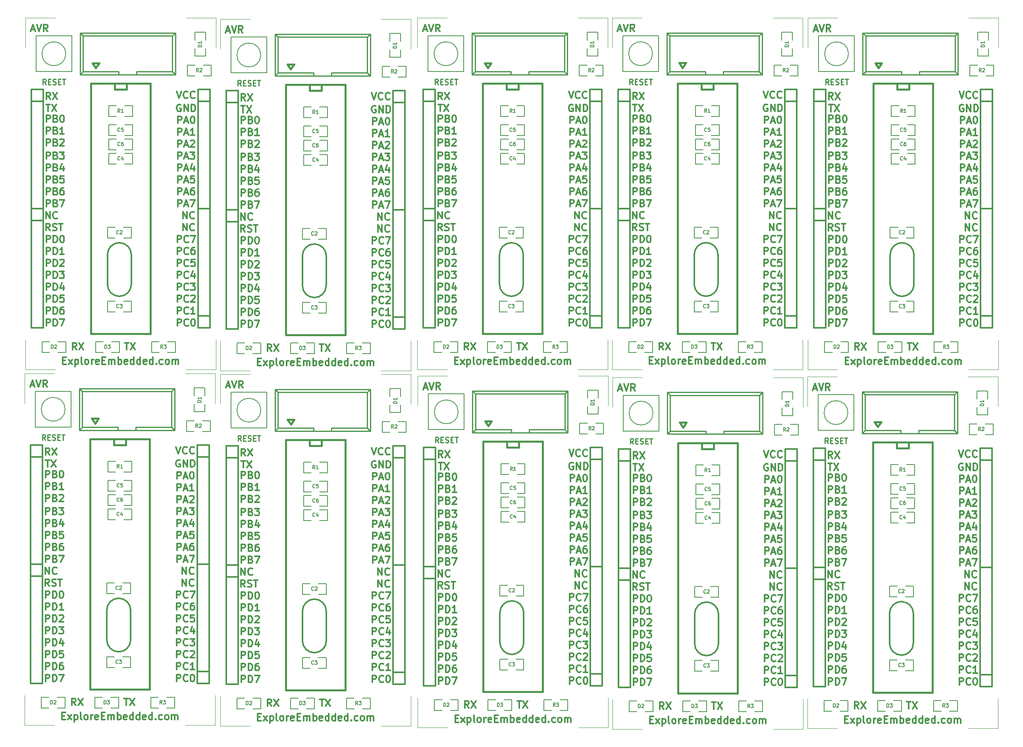
<source format=gto>
G04 (created by PCBNEW (2013-07-07 BZR 4022)-stable) date 3/29/2015 8:23:09 PM*
%MOIN*%
G04 Gerber Fmt 3.4, Leading zero omitted, Abs format*
%FSLAX34Y34*%
G01*
G70*
G90*
G04 APERTURE LIST*
%ADD10C,0.00590551*%
%ADD11C,0.00393701*%
%ADD12C,0.011811*%
%ADD13C,0.012*%
%ADD14C,0.01125*%
%ADD15C,0.01*%
%ADD16C,0.016*%
%ADD17C,0.0125*%
%ADD18C,0.015*%
%ADD19C,0.005*%
G04 APERTURE END LIST*
G54D10*
G54D11*
X75601Y-24995D02*
X75601Y-27495D01*
X75601Y-24995D02*
X78101Y-24995D01*
X91601Y-24995D02*
X91601Y-27495D01*
X91601Y-24995D02*
X89101Y-24995D01*
G54D12*
X83951Y-52244D02*
X84288Y-52244D01*
X84119Y-52834D02*
X84119Y-52244D01*
X84429Y-52244D02*
X84823Y-52834D01*
X84823Y-52244D02*
X84429Y-52834D01*
X79902Y-52834D02*
X79705Y-52553D01*
X79565Y-52834D02*
X79565Y-52244D01*
X79790Y-52244D01*
X79846Y-52272D01*
X79874Y-52300D01*
X79902Y-52356D01*
X79902Y-52441D01*
X79874Y-52497D01*
X79846Y-52525D01*
X79790Y-52553D01*
X79565Y-52553D01*
X80099Y-52244D02*
X80493Y-52834D01*
X80493Y-52244D02*
X80099Y-52834D01*
G54D11*
X75601Y-54495D02*
X78101Y-54495D01*
X75601Y-54495D02*
X75601Y-51995D01*
X91601Y-54495D02*
X89101Y-54495D01*
X91601Y-54495D02*
X91601Y-51995D01*
G54D13*
X78744Y-53724D02*
X78944Y-53724D01*
X79029Y-54038D02*
X78744Y-54038D01*
X78744Y-53438D01*
X79029Y-53438D01*
X79229Y-54038D02*
X79544Y-53638D01*
X79229Y-53638D02*
X79544Y-54038D01*
X79772Y-53638D02*
X79772Y-54238D01*
X79772Y-53667D02*
X79829Y-53638D01*
X79944Y-53638D01*
X80001Y-53667D01*
X80029Y-53695D01*
X80058Y-53752D01*
X80058Y-53924D01*
X80029Y-53981D01*
X80001Y-54009D01*
X79944Y-54038D01*
X79829Y-54038D01*
X79772Y-54009D01*
X80401Y-54038D02*
X80344Y-54009D01*
X80315Y-53952D01*
X80315Y-53438D01*
X80715Y-54038D02*
X80658Y-54009D01*
X80629Y-53981D01*
X80601Y-53924D01*
X80601Y-53752D01*
X80629Y-53695D01*
X80658Y-53667D01*
X80715Y-53638D01*
X80801Y-53638D01*
X80858Y-53667D01*
X80886Y-53695D01*
X80915Y-53752D01*
X80915Y-53924D01*
X80886Y-53981D01*
X80858Y-54009D01*
X80801Y-54038D01*
X80715Y-54038D01*
X81172Y-54038D02*
X81172Y-53638D01*
X81172Y-53752D02*
X81201Y-53695D01*
X81229Y-53667D01*
X81286Y-53638D01*
X81344Y-53638D01*
X81772Y-54009D02*
X81715Y-54038D01*
X81601Y-54038D01*
X81544Y-54009D01*
X81515Y-53952D01*
X81515Y-53724D01*
X81544Y-53667D01*
X81601Y-53638D01*
X81715Y-53638D01*
X81772Y-53667D01*
X81801Y-53724D01*
X81801Y-53781D01*
X81515Y-53838D01*
X82058Y-53724D02*
X82258Y-53724D01*
X82344Y-54038D02*
X82058Y-54038D01*
X82058Y-53438D01*
X82344Y-53438D01*
X82601Y-54038D02*
X82601Y-53638D01*
X82601Y-53695D02*
X82629Y-53667D01*
X82686Y-53638D01*
X82772Y-53638D01*
X82829Y-53667D01*
X82858Y-53724D01*
X82858Y-54038D01*
X82858Y-53724D02*
X82886Y-53667D01*
X82944Y-53638D01*
X83029Y-53638D01*
X83086Y-53667D01*
X83115Y-53724D01*
X83115Y-54038D01*
X83401Y-54038D02*
X83401Y-53438D01*
X83401Y-53667D02*
X83458Y-53638D01*
X83572Y-53638D01*
X83629Y-53667D01*
X83658Y-53695D01*
X83686Y-53752D01*
X83686Y-53924D01*
X83658Y-53981D01*
X83629Y-54009D01*
X83572Y-54038D01*
X83458Y-54038D01*
X83401Y-54009D01*
X84172Y-54009D02*
X84115Y-54038D01*
X84001Y-54038D01*
X83944Y-54009D01*
X83915Y-53952D01*
X83915Y-53724D01*
X83944Y-53667D01*
X84001Y-53638D01*
X84115Y-53638D01*
X84172Y-53667D01*
X84201Y-53724D01*
X84201Y-53781D01*
X83915Y-53838D01*
X84715Y-54038D02*
X84715Y-53438D01*
X84715Y-54009D02*
X84658Y-54038D01*
X84544Y-54038D01*
X84486Y-54009D01*
X84458Y-53981D01*
X84429Y-53924D01*
X84429Y-53752D01*
X84458Y-53695D01*
X84486Y-53667D01*
X84544Y-53638D01*
X84658Y-53638D01*
X84715Y-53667D01*
X85258Y-54038D02*
X85258Y-53438D01*
X85258Y-54009D02*
X85201Y-54038D01*
X85086Y-54038D01*
X85029Y-54009D01*
X85001Y-53981D01*
X84972Y-53924D01*
X84972Y-53752D01*
X85001Y-53695D01*
X85029Y-53667D01*
X85086Y-53638D01*
X85201Y-53638D01*
X85258Y-53667D01*
X85772Y-54009D02*
X85715Y-54038D01*
X85601Y-54038D01*
X85544Y-54009D01*
X85515Y-53952D01*
X85515Y-53724D01*
X85544Y-53667D01*
X85601Y-53638D01*
X85715Y-53638D01*
X85772Y-53667D01*
X85801Y-53724D01*
X85801Y-53781D01*
X85515Y-53838D01*
X86315Y-54038D02*
X86315Y-53438D01*
X86315Y-54009D02*
X86258Y-54038D01*
X86144Y-54038D01*
X86086Y-54009D01*
X86058Y-53981D01*
X86029Y-53924D01*
X86029Y-53752D01*
X86058Y-53695D01*
X86086Y-53667D01*
X86144Y-53638D01*
X86258Y-53638D01*
X86315Y-53667D01*
X86601Y-53981D02*
X86629Y-54009D01*
X86601Y-54038D01*
X86572Y-54009D01*
X86601Y-53981D01*
X86601Y-54038D01*
X87144Y-54009D02*
X87086Y-54038D01*
X86972Y-54038D01*
X86915Y-54009D01*
X86886Y-53981D01*
X86858Y-53924D01*
X86858Y-53752D01*
X86886Y-53695D01*
X86915Y-53667D01*
X86972Y-53638D01*
X87086Y-53638D01*
X87144Y-53667D01*
X87486Y-54038D02*
X87429Y-54009D01*
X87401Y-53981D01*
X87372Y-53924D01*
X87372Y-53752D01*
X87401Y-53695D01*
X87429Y-53667D01*
X87486Y-53638D01*
X87572Y-53638D01*
X87629Y-53667D01*
X87658Y-53695D01*
X87686Y-53752D01*
X87686Y-53924D01*
X87658Y-53981D01*
X87629Y-54009D01*
X87572Y-54038D01*
X87486Y-54038D01*
X87944Y-54038D02*
X87944Y-53638D01*
X87944Y-53695D02*
X87972Y-53667D01*
X88029Y-53638D01*
X88115Y-53638D01*
X88172Y-53667D01*
X88201Y-53724D01*
X88201Y-54038D01*
X88201Y-53724D02*
X88229Y-53667D01*
X88286Y-53638D01*
X88372Y-53638D01*
X88429Y-53667D01*
X88458Y-53724D01*
X88458Y-54038D01*
G54D12*
X76112Y-25965D02*
X76393Y-25965D01*
X76055Y-26134D02*
X76252Y-25544D01*
X76449Y-26134D01*
X76562Y-25544D02*
X76758Y-26134D01*
X76955Y-25544D01*
X77490Y-26134D02*
X77293Y-25853D01*
X77152Y-26134D02*
X77152Y-25544D01*
X77377Y-25544D01*
X77433Y-25572D01*
X77462Y-25600D01*
X77490Y-25656D01*
X77490Y-25741D01*
X77462Y-25797D01*
X77433Y-25825D01*
X77377Y-25853D01*
X77152Y-25853D01*
G54D14*
X77347Y-30577D02*
X77197Y-30363D01*
X77090Y-30577D02*
X77090Y-30127D01*
X77261Y-30127D01*
X77304Y-30149D01*
X77326Y-30170D01*
X77347Y-30213D01*
X77347Y-30277D01*
X77326Y-30320D01*
X77304Y-30342D01*
X77261Y-30363D01*
X77090Y-30363D01*
X77540Y-30342D02*
X77690Y-30342D01*
X77754Y-30577D02*
X77540Y-30577D01*
X77540Y-30127D01*
X77754Y-30127D01*
X77926Y-30556D02*
X77990Y-30577D01*
X78097Y-30577D01*
X78140Y-30556D01*
X78161Y-30534D01*
X78183Y-30492D01*
X78183Y-30449D01*
X78161Y-30406D01*
X78140Y-30384D01*
X78097Y-30363D01*
X78011Y-30342D01*
X77969Y-30320D01*
X77947Y-30299D01*
X77926Y-30256D01*
X77926Y-30213D01*
X77947Y-30170D01*
X77969Y-30149D01*
X78011Y-30127D01*
X78119Y-30127D01*
X78183Y-30149D01*
X78376Y-30342D02*
X78526Y-30342D01*
X78590Y-30577D02*
X78376Y-30577D01*
X78376Y-30127D01*
X78590Y-30127D01*
X78719Y-30127D02*
X78976Y-30127D01*
X78847Y-30577D02*
X78847Y-30127D01*
G54D12*
X77337Y-41834D02*
X77337Y-41244D01*
X77674Y-41834D01*
X77674Y-41244D01*
X78293Y-41778D02*
X78265Y-41806D01*
X78180Y-41834D01*
X78124Y-41834D01*
X78040Y-41806D01*
X77983Y-41750D01*
X77955Y-41694D01*
X77927Y-41581D01*
X77927Y-41497D01*
X77955Y-41384D01*
X77983Y-41328D01*
X78040Y-41272D01*
X78124Y-41244D01*
X78180Y-41244D01*
X78265Y-41272D01*
X78293Y-41300D01*
X88837Y-42834D02*
X88837Y-42244D01*
X89174Y-42834D01*
X89174Y-42244D01*
X89793Y-42778D02*
X89765Y-42806D01*
X89680Y-42834D01*
X89624Y-42834D01*
X89540Y-42806D01*
X89483Y-42750D01*
X89455Y-42694D01*
X89427Y-42581D01*
X89427Y-42497D01*
X89455Y-42384D01*
X89483Y-42328D01*
X89540Y-42272D01*
X89624Y-42244D01*
X89680Y-42244D01*
X89765Y-42272D01*
X89793Y-42300D01*
X88837Y-41834D02*
X88837Y-41244D01*
X89174Y-41834D01*
X89174Y-41244D01*
X89793Y-41778D02*
X89765Y-41806D01*
X89680Y-41834D01*
X89624Y-41834D01*
X89540Y-41806D01*
X89483Y-41750D01*
X89455Y-41694D01*
X89427Y-41581D01*
X89427Y-41497D01*
X89455Y-41384D01*
X89483Y-41328D01*
X89540Y-41272D01*
X89624Y-41244D01*
X89680Y-41244D01*
X89765Y-41272D01*
X89793Y-41300D01*
X88370Y-43834D02*
X88370Y-43244D01*
X88594Y-43244D01*
X88651Y-43272D01*
X88679Y-43300D01*
X88707Y-43356D01*
X88707Y-43441D01*
X88679Y-43497D01*
X88651Y-43525D01*
X88594Y-43553D01*
X88370Y-43553D01*
X89298Y-43778D02*
X89269Y-43806D01*
X89185Y-43834D01*
X89129Y-43834D01*
X89044Y-43806D01*
X88988Y-43750D01*
X88960Y-43694D01*
X88932Y-43581D01*
X88932Y-43497D01*
X88960Y-43384D01*
X88988Y-43328D01*
X89044Y-43272D01*
X89129Y-43244D01*
X89185Y-43244D01*
X89269Y-43272D01*
X89298Y-43300D01*
X89494Y-43244D02*
X89888Y-43244D01*
X89635Y-43834D01*
X88370Y-44834D02*
X88370Y-44244D01*
X88594Y-44244D01*
X88651Y-44272D01*
X88679Y-44300D01*
X88707Y-44356D01*
X88707Y-44441D01*
X88679Y-44497D01*
X88651Y-44525D01*
X88594Y-44553D01*
X88370Y-44553D01*
X89298Y-44778D02*
X89269Y-44806D01*
X89185Y-44834D01*
X89129Y-44834D01*
X89044Y-44806D01*
X88988Y-44750D01*
X88960Y-44694D01*
X88932Y-44581D01*
X88932Y-44497D01*
X88960Y-44384D01*
X88988Y-44328D01*
X89044Y-44272D01*
X89129Y-44244D01*
X89185Y-44244D01*
X89269Y-44272D01*
X89298Y-44300D01*
X89804Y-44244D02*
X89691Y-44244D01*
X89635Y-44272D01*
X89607Y-44300D01*
X89551Y-44384D01*
X89523Y-44497D01*
X89523Y-44722D01*
X89551Y-44778D01*
X89579Y-44806D01*
X89635Y-44834D01*
X89747Y-44834D01*
X89804Y-44806D01*
X89832Y-44778D01*
X89860Y-44722D01*
X89860Y-44581D01*
X89832Y-44525D01*
X89804Y-44497D01*
X89747Y-44469D01*
X89635Y-44469D01*
X89579Y-44497D01*
X89551Y-44525D01*
X89523Y-44581D01*
X88370Y-45834D02*
X88370Y-45244D01*
X88594Y-45244D01*
X88651Y-45272D01*
X88679Y-45300D01*
X88707Y-45356D01*
X88707Y-45441D01*
X88679Y-45497D01*
X88651Y-45525D01*
X88594Y-45553D01*
X88370Y-45553D01*
X89298Y-45778D02*
X89269Y-45806D01*
X89185Y-45834D01*
X89129Y-45834D01*
X89044Y-45806D01*
X88988Y-45750D01*
X88960Y-45694D01*
X88932Y-45581D01*
X88932Y-45497D01*
X88960Y-45384D01*
X88988Y-45328D01*
X89044Y-45272D01*
X89129Y-45244D01*
X89185Y-45244D01*
X89269Y-45272D01*
X89298Y-45300D01*
X89832Y-45244D02*
X89551Y-45244D01*
X89523Y-45525D01*
X89551Y-45497D01*
X89607Y-45469D01*
X89747Y-45469D01*
X89804Y-45497D01*
X89832Y-45525D01*
X89860Y-45581D01*
X89860Y-45722D01*
X89832Y-45778D01*
X89804Y-45806D01*
X89747Y-45834D01*
X89607Y-45834D01*
X89551Y-45806D01*
X89523Y-45778D01*
X88370Y-46834D02*
X88370Y-46244D01*
X88594Y-46244D01*
X88651Y-46272D01*
X88679Y-46300D01*
X88707Y-46356D01*
X88707Y-46441D01*
X88679Y-46497D01*
X88651Y-46525D01*
X88594Y-46553D01*
X88370Y-46553D01*
X89298Y-46778D02*
X89269Y-46806D01*
X89185Y-46834D01*
X89129Y-46834D01*
X89044Y-46806D01*
X88988Y-46750D01*
X88960Y-46694D01*
X88932Y-46581D01*
X88932Y-46497D01*
X88960Y-46384D01*
X88988Y-46328D01*
X89044Y-46272D01*
X89129Y-46244D01*
X89185Y-46244D01*
X89269Y-46272D01*
X89298Y-46300D01*
X89804Y-46441D02*
X89804Y-46834D01*
X89663Y-46216D02*
X89523Y-46637D01*
X89888Y-46637D01*
X88370Y-47834D02*
X88370Y-47244D01*
X88594Y-47244D01*
X88651Y-47272D01*
X88679Y-47300D01*
X88707Y-47356D01*
X88707Y-47441D01*
X88679Y-47497D01*
X88651Y-47525D01*
X88594Y-47553D01*
X88370Y-47553D01*
X89298Y-47778D02*
X89269Y-47806D01*
X89185Y-47834D01*
X89129Y-47834D01*
X89044Y-47806D01*
X88988Y-47750D01*
X88960Y-47694D01*
X88932Y-47581D01*
X88932Y-47497D01*
X88960Y-47384D01*
X88988Y-47328D01*
X89044Y-47272D01*
X89129Y-47244D01*
X89185Y-47244D01*
X89269Y-47272D01*
X89298Y-47300D01*
X89494Y-47244D02*
X89860Y-47244D01*
X89663Y-47469D01*
X89747Y-47469D01*
X89804Y-47497D01*
X89832Y-47525D01*
X89860Y-47581D01*
X89860Y-47722D01*
X89832Y-47778D01*
X89804Y-47806D01*
X89747Y-47834D01*
X89579Y-47834D01*
X89523Y-47806D01*
X89494Y-47778D01*
X88370Y-48834D02*
X88370Y-48244D01*
X88594Y-48244D01*
X88651Y-48272D01*
X88679Y-48300D01*
X88707Y-48356D01*
X88707Y-48441D01*
X88679Y-48497D01*
X88651Y-48525D01*
X88594Y-48553D01*
X88370Y-48553D01*
X89298Y-48778D02*
X89269Y-48806D01*
X89185Y-48834D01*
X89129Y-48834D01*
X89044Y-48806D01*
X88988Y-48750D01*
X88960Y-48694D01*
X88932Y-48581D01*
X88932Y-48497D01*
X88960Y-48384D01*
X88988Y-48328D01*
X89044Y-48272D01*
X89129Y-48244D01*
X89185Y-48244D01*
X89269Y-48272D01*
X89298Y-48300D01*
X89523Y-48300D02*
X89551Y-48272D01*
X89607Y-48244D01*
X89747Y-48244D01*
X89804Y-48272D01*
X89832Y-48300D01*
X89860Y-48356D01*
X89860Y-48412D01*
X89832Y-48497D01*
X89494Y-48834D01*
X89860Y-48834D01*
X88370Y-49834D02*
X88370Y-49244D01*
X88594Y-49244D01*
X88651Y-49272D01*
X88679Y-49300D01*
X88707Y-49356D01*
X88707Y-49441D01*
X88679Y-49497D01*
X88651Y-49525D01*
X88594Y-49553D01*
X88370Y-49553D01*
X89298Y-49778D02*
X89269Y-49806D01*
X89185Y-49834D01*
X89129Y-49834D01*
X89044Y-49806D01*
X88988Y-49750D01*
X88960Y-49694D01*
X88932Y-49581D01*
X88932Y-49497D01*
X88960Y-49384D01*
X88988Y-49328D01*
X89044Y-49272D01*
X89129Y-49244D01*
X89185Y-49244D01*
X89269Y-49272D01*
X89298Y-49300D01*
X89860Y-49834D02*
X89523Y-49834D01*
X89691Y-49834D02*
X89691Y-49244D01*
X89635Y-49328D01*
X89579Y-49384D01*
X89523Y-49412D01*
X88370Y-50834D02*
X88370Y-50244D01*
X88594Y-50244D01*
X88651Y-50272D01*
X88679Y-50300D01*
X88707Y-50356D01*
X88707Y-50441D01*
X88679Y-50497D01*
X88651Y-50525D01*
X88594Y-50553D01*
X88370Y-50553D01*
X89298Y-50778D02*
X89269Y-50806D01*
X89185Y-50834D01*
X89129Y-50834D01*
X89044Y-50806D01*
X88988Y-50750D01*
X88960Y-50694D01*
X88932Y-50581D01*
X88932Y-50497D01*
X88960Y-50384D01*
X88988Y-50328D01*
X89044Y-50272D01*
X89129Y-50244D01*
X89185Y-50244D01*
X89269Y-50272D01*
X89298Y-50300D01*
X89663Y-50244D02*
X89719Y-50244D01*
X89776Y-50272D01*
X89804Y-50300D01*
X89832Y-50356D01*
X89860Y-50469D01*
X89860Y-50609D01*
X89832Y-50722D01*
X89804Y-50778D01*
X89776Y-50806D01*
X89719Y-50834D01*
X89663Y-50834D01*
X89607Y-50806D01*
X89579Y-50778D01*
X89551Y-50722D01*
X89523Y-50609D01*
X89523Y-50469D01*
X89551Y-50356D01*
X89579Y-50300D01*
X89607Y-50272D01*
X89663Y-50244D01*
X88412Y-40834D02*
X88412Y-40244D01*
X88637Y-40244D01*
X88693Y-40272D01*
X88721Y-40300D01*
X88749Y-40356D01*
X88749Y-40441D01*
X88721Y-40497D01*
X88693Y-40525D01*
X88637Y-40553D01*
X88412Y-40553D01*
X88974Y-40665D02*
X89255Y-40665D01*
X88918Y-40834D02*
X89115Y-40244D01*
X89312Y-40834D01*
X89452Y-40244D02*
X89846Y-40244D01*
X89593Y-40834D01*
X88412Y-39834D02*
X88412Y-39244D01*
X88637Y-39244D01*
X88693Y-39272D01*
X88721Y-39300D01*
X88749Y-39356D01*
X88749Y-39441D01*
X88721Y-39497D01*
X88693Y-39525D01*
X88637Y-39553D01*
X88412Y-39553D01*
X88974Y-39665D02*
X89255Y-39665D01*
X88918Y-39834D02*
X89115Y-39244D01*
X89312Y-39834D01*
X89762Y-39244D02*
X89649Y-39244D01*
X89593Y-39272D01*
X89565Y-39300D01*
X89508Y-39384D01*
X89480Y-39497D01*
X89480Y-39722D01*
X89508Y-39778D01*
X89537Y-39806D01*
X89593Y-39834D01*
X89705Y-39834D01*
X89762Y-39806D01*
X89790Y-39778D01*
X89818Y-39722D01*
X89818Y-39581D01*
X89790Y-39525D01*
X89762Y-39497D01*
X89705Y-39469D01*
X89593Y-39469D01*
X89537Y-39497D01*
X89508Y-39525D01*
X89480Y-39581D01*
X88412Y-38834D02*
X88412Y-38244D01*
X88637Y-38244D01*
X88693Y-38272D01*
X88721Y-38300D01*
X88749Y-38356D01*
X88749Y-38441D01*
X88721Y-38497D01*
X88693Y-38525D01*
X88637Y-38553D01*
X88412Y-38553D01*
X88974Y-38665D02*
X89255Y-38665D01*
X88918Y-38834D02*
X89115Y-38244D01*
X89312Y-38834D01*
X89790Y-38244D02*
X89508Y-38244D01*
X89480Y-38525D01*
X89508Y-38497D01*
X89565Y-38469D01*
X89705Y-38469D01*
X89762Y-38497D01*
X89790Y-38525D01*
X89818Y-38581D01*
X89818Y-38722D01*
X89790Y-38778D01*
X89762Y-38806D01*
X89705Y-38834D01*
X89565Y-38834D01*
X89508Y-38806D01*
X89480Y-38778D01*
X88412Y-37834D02*
X88412Y-37244D01*
X88637Y-37244D01*
X88693Y-37272D01*
X88721Y-37300D01*
X88749Y-37356D01*
X88749Y-37441D01*
X88721Y-37497D01*
X88693Y-37525D01*
X88637Y-37553D01*
X88412Y-37553D01*
X88974Y-37665D02*
X89255Y-37665D01*
X88918Y-37834D02*
X89115Y-37244D01*
X89312Y-37834D01*
X89762Y-37441D02*
X89762Y-37834D01*
X89621Y-37216D02*
X89480Y-37637D01*
X89846Y-37637D01*
X88412Y-36834D02*
X88412Y-36244D01*
X88637Y-36244D01*
X88693Y-36272D01*
X88721Y-36300D01*
X88749Y-36356D01*
X88749Y-36441D01*
X88721Y-36497D01*
X88693Y-36525D01*
X88637Y-36553D01*
X88412Y-36553D01*
X88974Y-36665D02*
X89255Y-36665D01*
X88918Y-36834D02*
X89115Y-36244D01*
X89312Y-36834D01*
X89452Y-36244D02*
X89818Y-36244D01*
X89621Y-36469D01*
X89705Y-36469D01*
X89762Y-36497D01*
X89790Y-36525D01*
X89818Y-36581D01*
X89818Y-36722D01*
X89790Y-36778D01*
X89762Y-36806D01*
X89705Y-36834D01*
X89537Y-36834D01*
X89480Y-36806D01*
X89452Y-36778D01*
X88412Y-35834D02*
X88412Y-35244D01*
X88637Y-35244D01*
X88693Y-35272D01*
X88721Y-35300D01*
X88749Y-35356D01*
X88749Y-35441D01*
X88721Y-35497D01*
X88693Y-35525D01*
X88637Y-35553D01*
X88412Y-35553D01*
X88974Y-35665D02*
X89255Y-35665D01*
X88918Y-35834D02*
X89115Y-35244D01*
X89312Y-35834D01*
X89480Y-35300D02*
X89508Y-35272D01*
X89565Y-35244D01*
X89705Y-35244D01*
X89762Y-35272D01*
X89790Y-35300D01*
X89818Y-35356D01*
X89818Y-35412D01*
X89790Y-35497D01*
X89452Y-35834D01*
X89818Y-35834D01*
X88412Y-34834D02*
X88412Y-34244D01*
X88637Y-34244D01*
X88693Y-34272D01*
X88721Y-34300D01*
X88749Y-34356D01*
X88749Y-34441D01*
X88721Y-34497D01*
X88693Y-34525D01*
X88637Y-34553D01*
X88412Y-34553D01*
X88974Y-34665D02*
X89255Y-34665D01*
X88918Y-34834D02*
X89115Y-34244D01*
X89312Y-34834D01*
X89818Y-34834D02*
X89480Y-34834D01*
X89649Y-34834D02*
X89649Y-34244D01*
X89593Y-34328D01*
X89537Y-34384D01*
X89480Y-34412D01*
X88412Y-33834D02*
X88412Y-33244D01*
X88637Y-33244D01*
X88693Y-33272D01*
X88721Y-33300D01*
X88749Y-33356D01*
X88749Y-33441D01*
X88721Y-33497D01*
X88693Y-33525D01*
X88637Y-33553D01*
X88412Y-33553D01*
X88974Y-33665D02*
X89255Y-33665D01*
X88918Y-33834D02*
X89115Y-33244D01*
X89312Y-33834D01*
X89621Y-33244D02*
X89677Y-33244D01*
X89733Y-33272D01*
X89762Y-33300D01*
X89790Y-33356D01*
X89818Y-33469D01*
X89818Y-33609D01*
X89790Y-33722D01*
X89762Y-33778D01*
X89733Y-33806D01*
X89677Y-33834D01*
X89621Y-33834D01*
X89565Y-33806D01*
X89537Y-33778D01*
X89508Y-33722D01*
X89480Y-33609D01*
X89480Y-33469D01*
X89508Y-33356D01*
X89537Y-33300D01*
X89565Y-33272D01*
X89621Y-33244D01*
X88651Y-32272D02*
X88594Y-32244D01*
X88510Y-32244D01*
X88426Y-32272D01*
X88370Y-32328D01*
X88341Y-32384D01*
X88313Y-32497D01*
X88313Y-32581D01*
X88341Y-32694D01*
X88370Y-32750D01*
X88426Y-32806D01*
X88510Y-32834D01*
X88566Y-32834D01*
X88651Y-32806D01*
X88679Y-32778D01*
X88679Y-32581D01*
X88566Y-32581D01*
X88932Y-32834D02*
X88932Y-32244D01*
X89269Y-32834D01*
X89269Y-32244D01*
X89551Y-32834D02*
X89551Y-32244D01*
X89691Y-32244D01*
X89776Y-32272D01*
X89832Y-32328D01*
X89860Y-32384D01*
X89888Y-32497D01*
X89888Y-32581D01*
X89860Y-32694D01*
X89832Y-32750D01*
X89776Y-32806D01*
X89691Y-32834D01*
X89551Y-32834D01*
X88313Y-31144D02*
X88510Y-31734D01*
X88707Y-31144D01*
X89241Y-31678D02*
X89213Y-31706D01*
X89129Y-31734D01*
X89073Y-31734D01*
X88988Y-31706D01*
X88932Y-31650D01*
X88904Y-31594D01*
X88876Y-31481D01*
X88876Y-31397D01*
X88904Y-31284D01*
X88932Y-31228D01*
X88988Y-31172D01*
X89073Y-31144D01*
X89129Y-31144D01*
X89213Y-31172D01*
X89241Y-31200D01*
X89832Y-31678D02*
X89804Y-31706D01*
X89719Y-31734D01*
X89663Y-31734D01*
X89579Y-31706D01*
X89523Y-31650D01*
X89494Y-31594D01*
X89466Y-31481D01*
X89466Y-31397D01*
X89494Y-31284D01*
X89523Y-31228D01*
X89579Y-31172D01*
X89663Y-31144D01*
X89719Y-31144D01*
X89804Y-31172D01*
X89832Y-31200D01*
X77677Y-42834D02*
X77480Y-42553D01*
X77340Y-42834D02*
X77340Y-42244D01*
X77565Y-42244D01*
X77621Y-42272D01*
X77649Y-42300D01*
X77677Y-42356D01*
X77677Y-42441D01*
X77649Y-42497D01*
X77621Y-42525D01*
X77565Y-42553D01*
X77340Y-42553D01*
X77902Y-42806D02*
X77987Y-42834D01*
X78127Y-42834D01*
X78183Y-42806D01*
X78212Y-42778D01*
X78240Y-42722D01*
X78240Y-42665D01*
X78212Y-42609D01*
X78183Y-42581D01*
X78127Y-42553D01*
X78015Y-42525D01*
X77958Y-42497D01*
X77930Y-42469D01*
X77902Y-42412D01*
X77902Y-42356D01*
X77930Y-42300D01*
X77958Y-42272D01*
X78015Y-42244D01*
X78155Y-42244D01*
X78240Y-42272D01*
X78408Y-42244D02*
X78746Y-42244D01*
X78577Y-42834D02*
X78577Y-42244D01*
X77370Y-50834D02*
X77370Y-50244D01*
X77594Y-50244D01*
X77651Y-50272D01*
X77679Y-50300D01*
X77707Y-50356D01*
X77707Y-50441D01*
X77679Y-50497D01*
X77651Y-50525D01*
X77594Y-50553D01*
X77370Y-50553D01*
X77960Y-50834D02*
X77960Y-50244D01*
X78101Y-50244D01*
X78185Y-50272D01*
X78241Y-50328D01*
X78269Y-50384D01*
X78298Y-50497D01*
X78298Y-50581D01*
X78269Y-50694D01*
X78241Y-50750D01*
X78185Y-50806D01*
X78101Y-50834D01*
X77960Y-50834D01*
X78494Y-50244D02*
X78888Y-50244D01*
X78635Y-50834D01*
X77370Y-49834D02*
X77370Y-49244D01*
X77594Y-49244D01*
X77651Y-49272D01*
X77679Y-49300D01*
X77707Y-49356D01*
X77707Y-49441D01*
X77679Y-49497D01*
X77651Y-49525D01*
X77594Y-49553D01*
X77370Y-49553D01*
X77960Y-49834D02*
X77960Y-49244D01*
X78101Y-49244D01*
X78185Y-49272D01*
X78241Y-49328D01*
X78269Y-49384D01*
X78298Y-49497D01*
X78298Y-49581D01*
X78269Y-49694D01*
X78241Y-49750D01*
X78185Y-49806D01*
X78101Y-49834D01*
X77960Y-49834D01*
X78804Y-49244D02*
X78691Y-49244D01*
X78635Y-49272D01*
X78607Y-49300D01*
X78551Y-49384D01*
X78523Y-49497D01*
X78523Y-49722D01*
X78551Y-49778D01*
X78579Y-49806D01*
X78635Y-49834D01*
X78747Y-49834D01*
X78804Y-49806D01*
X78832Y-49778D01*
X78860Y-49722D01*
X78860Y-49581D01*
X78832Y-49525D01*
X78804Y-49497D01*
X78747Y-49469D01*
X78635Y-49469D01*
X78579Y-49497D01*
X78551Y-49525D01*
X78523Y-49581D01*
X77370Y-48834D02*
X77370Y-48244D01*
X77594Y-48244D01*
X77651Y-48272D01*
X77679Y-48300D01*
X77707Y-48356D01*
X77707Y-48441D01*
X77679Y-48497D01*
X77651Y-48525D01*
X77594Y-48553D01*
X77370Y-48553D01*
X77960Y-48834D02*
X77960Y-48244D01*
X78101Y-48244D01*
X78185Y-48272D01*
X78241Y-48328D01*
X78269Y-48384D01*
X78298Y-48497D01*
X78298Y-48581D01*
X78269Y-48694D01*
X78241Y-48750D01*
X78185Y-48806D01*
X78101Y-48834D01*
X77960Y-48834D01*
X78832Y-48244D02*
X78551Y-48244D01*
X78523Y-48525D01*
X78551Y-48497D01*
X78607Y-48469D01*
X78747Y-48469D01*
X78804Y-48497D01*
X78832Y-48525D01*
X78860Y-48581D01*
X78860Y-48722D01*
X78832Y-48778D01*
X78804Y-48806D01*
X78747Y-48834D01*
X78607Y-48834D01*
X78551Y-48806D01*
X78523Y-48778D01*
X77370Y-47834D02*
X77370Y-47244D01*
X77594Y-47244D01*
X77651Y-47272D01*
X77679Y-47300D01*
X77707Y-47356D01*
X77707Y-47441D01*
X77679Y-47497D01*
X77651Y-47525D01*
X77594Y-47553D01*
X77370Y-47553D01*
X77960Y-47834D02*
X77960Y-47244D01*
X78101Y-47244D01*
X78185Y-47272D01*
X78241Y-47328D01*
X78269Y-47384D01*
X78298Y-47497D01*
X78298Y-47581D01*
X78269Y-47694D01*
X78241Y-47750D01*
X78185Y-47806D01*
X78101Y-47834D01*
X77960Y-47834D01*
X78804Y-47441D02*
X78804Y-47834D01*
X78663Y-47216D02*
X78523Y-47637D01*
X78888Y-47637D01*
X77370Y-46834D02*
X77370Y-46244D01*
X77594Y-46244D01*
X77651Y-46272D01*
X77679Y-46300D01*
X77707Y-46356D01*
X77707Y-46441D01*
X77679Y-46497D01*
X77651Y-46525D01*
X77594Y-46553D01*
X77370Y-46553D01*
X77960Y-46834D02*
X77960Y-46244D01*
X78101Y-46244D01*
X78185Y-46272D01*
X78241Y-46328D01*
X78269Y-46384D01*
X78298Y-46497D01*
X78298Y-46581D01*
X78269Y-46694D01*
X78241Y-46750D01*
X78185Y-46806D01*
X78101Y-46834D01*
X77960Y-46834D01*
X78494Y-46244D02*
X78860Y-46244D01*
X78663Y-46469D01*
X78747Y-46469D01*
X78804Y-46497D01*
X78832Y-46525D01*
X78860Y-46581D01*
X78860Y-46722D01*
X78832Y-46778D01*
X78804Y-46806D01*
X78747Y-46834D01*
X78579Y-46834D01*
X78523Y-46806D01*
X78494Y-46778D01*
X77370Y-45834D02*
X77370Y-45244D01*
X77594Y-45244D01*
X77651Y-45272D01*
X77679Y-45300D01*
X77707Y-45356D01*
X77707Y-45441D01*
X77679Y-45497D01*
X77651Y-45525D01*
X77594Y-45553D01*
X77370Y-45553D01*
X77960Y-45834D02*
X77960Y-45244D01*
X78101Y-45244D01*
X78185Y-45272D01*
X78241Y-45328D01*
X78269Y-45384D01*
X78298Y-45497D01*
X78298Y-45581D01*
X78269Y-45694D01*
X78241Y-45750D01*
X78185Y-45806D01*
X78101Y-45834D01*
X77960Y-45834D01*
X78523Y-45300D02*
X78551Y-45272D01*
X78607Y-45244D01*
X78747Y-45244D01*
X78804Y-45272D01*
X78832Y-45300D01*
X78860Y-45356D01*
X78860Y-45412D01*
X78832Y-45497D01*
X78494Y-45834D01*
X78860Y-45834D01*
X77370Y-44834D02*
X77370Y-44244D01*
X77594Y-44244D01*
X77651Y-44272D01*
X77679Y-44300D01*
X77707Y-44356D01*
X77707Y-44441D01*
X77679Y-44497D01*
X77651Y-44525D01*
X77594Y-44553D01*
X77370Y-44553D01*
X77960Y-44834D02*
X77960Y-44244D01*
X78101Y-44244D01*
X78185Y-44272D01*
X78241Y-44328D01*
X78269Y-44384D01*
X78298Y-44497D01*
X78298Y-44581D01*
X78269Y-44694D01*
X78241Y-44750D01*
X78185Y-44806D01*
X78101Y-44834D01*
X77960Y-44834D01*
X78860Y-44834D02*
X78523Y-44834D01*
X78691Y-44834D02*
X78691Y-44244D01*
X78635Y-44328D01*
X78579Y-44384D01*
X78523Y-44412D01*
X77370Y-43834D02*
X77370Y-43244D01*
X77594Y-43244D01*
X77651Y-43272D01*
X77679Y-43300D01*
X77707Y-43356D01*
X77707Y-43441D01*
X77679Y-43497D01*
X77651Y-43525D01*
X77594Y-43553D01*
X77370Y-43553D01*
X77960Y-43834D02*
X77960Y-43244D01*
X78101Y-43244D01*
X78185Y-43272D01*
X78241Y-43328D01*
X78269Y-43384D01*
X78298Y-43497D01*
X78298Y-43581D01*
X78269Y-43694D01*
X78241Y-43750D01*
X78185Y-43806D01*
X78101Y-43834D01*
X77960Y-43834D01*
X78663Y-43244D02*
X78719Y-43244D01*
X78776Y-43272D01*
X78804Y-43300D01*
X78832Y-43356D01*
X78860Y-43469D01*
X78860Y-43609D01*
X78832Y-43722D01*
X78804Y-43778D01*
X78776Y-43806D01*
X78719Y-43834D01*
X78663Y-43834D01*
X78607Y-43806D01*
X78579Y-43778D01*
X78551Y-43722D01*
X78523Y-43609D01*
X78523Y-43469D01*
X78551Y-43356D01*
X78579Y-43300D01*
X78607Y-43272D01*
X78663Y-43244D01*
X77370Y-40834D02*
X77370Y-40244D01*
X77594Y-40244D01*
X77651Y-40272D01*
X77679Y-40300D01*
X77707Y-40356D01*
X77707Y-40441D01*
X77679Y-40497D01*
X77651Y-40525D01*
X77594Y-40553D01*
X77370Y-40553D01*
X78157Y-40525D02*
X78241Y-40553D01*
X78269Y-40581D01*
X78298Y-40637D01*
X78298Y-40722D01*
X78269Y-40778D01*
X78241Y-40806D01*
X78185Y-40834D01*
X77960Y-40834D01*
X77960Y-40244D01*
X78157Y-40244D01*
X78213Y-40272D01*
X78241Y-40300D01*
X78269Y-40356D01*
X78269Y-40412D01*
X78241Y-40469D01*
X78213Y-40497D01*
X78157Y-40525D01*
X77960Y-40525D01*
X78494Y-40244D02*
X78888Y-40244D01*
X78635Y-40834D01*
X77370Y-39834D02*
X77370Y-39244D01*
X77594Y-39244D01*
X77651Y-39272D01*
X77679Y-39300D01*
X77707Y-39356D01*
X77707Y-39441D01*
X77679Y-39497D01*
X77651Y-39525D01*
X77594Y-39553D01*
X77370Y-39553D01*
X78157Y-39525D02*
X78241Y-39553D01*
X78269Y-39581D01*
X78298Y-39637D01*
X78298Y-39722D01*
X78269Y-39778D01*
X78241Y-39806D01*
X78185Y-39834D01*
X77960Y-39834D01*
X77960Y-39244D01*
X78157Y-39244D01*
X78213Y-39272D01*
X78241Y-39300D01*
X78269Y-39356D01*
X78269Y-39412D01*
X78241Y-39469D01*
X78213Y-39497D01*
X78157Y-39525D01*
X77960Y-39525D01*
X78804Y-39244D02*
X78691Y-39244D01*
X78635Y-39272D01*
X78607Y-39300D01*
X78551Y-39384D01*
X78523Y-39497D01*
X78523Y-39722D01*
X78551Y-39778D01*
X78579Y-39806D01*
X78635Y-39834D01*
X78747Y-39834D01*
X78804Y-39806D01*
X78832Y-39778D01*
X78860Y-39722D01*
X78860Y-39581D01*
X78832Y-39525D01*
X78804Y-39497D01*
X78747Y-39469D01*
X78635Y-39469D01*
X78579Y-39497D01*
X78551Y-39525D01*
X78523Y-39581D01*
X77370Y-38834D02*
X77370Y-38244D01*
X77594Y-38244D01*
X77651Y-38272D01*
X77679Y-38300D01*
X77707Y-38356D01*
X77707Y-38441D01*
X77679Y-38497D01*
X77651Y-38525D01*
X77594Y-38553D01*
X77370Y-38553D01*
X78157Y-38525D02*
X78241Y-38553D01*
X78269Y-38581D01*
X78298Y-38637D01*
X78298Y-38722D01*
X78269Y-38778D01*
X78241Y-38806D01*
X78185Y-38834D01*
X77960Y-38834D01*
X77960Y-38244D01*
X78157Y-38244D01*
X78213Y-38272D01*
X78241Y-38300D01*
X78269Y-38356D01*
X78269Y-38412D01*
X78241Y-38469D01*
X78213Y-38497D01*
X78157Y-38525D01*
X77960Y-38525D01*
X78832Y-38244D02*
X78551Y-38244D01*
X78523Y-38525D01*
X78551Y-38497D01*
X78607Y-38469D01*
X78747Y-38469D01*
X78804Y-38497D01*
X78832Y-38525D01*
X78860Y-38581D01*
X78860Y-38722D01*
X78832Y-38778D01*
X78804Y-38806D01*
X78747Y-38834D01*
X78607Y-38834D01*
X78551Y-38806D01*
X78523Y-38778D01*
X77370Y-37834D02*
X77370Y-37244D01*
X77594Y-37244D01*
X77651Y-37272D01*
X77679Y-37300D01*
X77707Y-37356D01*
X77707Y-37441D01*
X77679Y-37497D01*
X77651Y-37525D01*
X77594Y-37553D01*
X77370Y-37553D01*
X78157Y-37525D02*
X78241Y-37553D01*
X78269Y-37581D01*
X78298Y-37637D01*
X78298Y-37722D01*
X78269Y-37778D01*
X78241Y-37806D01*
X78185Y-37834D01*
X77960Y-37834D01*
X77960Y-37244D01*
X78157Y-37244D01*
X78213Y-37272D01*
X78241Y-37300D01*
X78269Y-37356D01*
X78269Y-37412D01*
X78241Y-37469D01*
X78213Y-37497D01*
X78157Y-37525D01*
X77960Y-37525D01*
X78804Y-37441D02*
X78804Y-37834D01*
X78663Y-37216D02*
X78523Y-37637D01*
X78888Y-37637D01*
X77370Y-36834D02*
X77370Y-36244D01*
X77594Y-36244D01*
X77651Y-36272D01*
X77679Y-36300D01*
X77707Y-36356D01*
X77707Y-36441D01*
X77679Y-36497D01*
X77651Y-36525D01*
X77594Y-36553D01*
X77370Y-36553D01*
X78157Y-36525D02*
X78241Y-36553D01*
X78269Y-36581D01*
X78298Y-36637D01*
X78298Y-36722D01*
X78269Y-36778D01*
X78241Y-36806D01*
X78185Y-36834D01*
X77960Y-36834D01*
X77960Y-36244D01*
X78157Y-36244D01*
X78213Y-36272D01*
X78241Y-36300D01*
X78269Y-36356D01*
X78269Y-36412D01*
X78241Y-36469D01*
X78213Y-36497D01*
X78157Y-36525D01*
X77960Y-36525D01*
X78494Y-36244D02*
X78860Y-36244D01*
X78663Y-36469D01*
X78747Y-36469D01*
X78804Y-36497D01*
X78832Y-36525D01*
X78860Y-36581D01*
X78860Y-36722D01*
X78832Y-36778D01*
X78804Y-36806D01*
X78747Y-36834D01*
X78579Y-36834D01*
X78523Y-36806D01*
X78494Y-36778D01*
X77370Y-35734D02*
X77370Y-35144D01*
X77594Y-35144D01*
X77651Y-35172D01*
X77679Y-35200D01*
X77707Y-35256D01*
X77707Y-35341D01*
X77679Y-35397D01*
X77651Y-35425D01*
X77594Y-35453D01*
X77370Y-35453D01*
X78157Y-35425D02*
X78241Y-35453D01*
X78269Y-35481D01*
X78298Y-35537D01*
X78298Y-35622D01*
X78269Y-35678D01*
X78241Y-35706D01*
X78185Y-35734D01*
X77960Y-35734D01*
X77960Y-35144D01*
X78157Y-35144D01*
X78213Y-35172D01*
X78241Y-35200D01*
X78269Y-35256D01*
X78269Y-35312D01*
X78241Y-35369D01*
X78213Y-35397D01*
X78157Y-35425D01*
X77960Y-35425D01*
X78523Y-35200D02*
X78551Y-35172D01*
X78607Y-35144D01*
X78747Y-35144D01*
X78804Y-35172D01*
X78832Y-35200D01*
X78860Y-35256D01*
X78860Y-35312D01*
X78832Y-35397D01*
X78494Y-35734D01*
X78860Y-35734D01*
X77370Y-34734D02*
X77370Y-34144D01*
X77594Y-34144D01*
X77651Y-34172D01*
X77679Y-34200D01*
X77707Y-34256D01*
X77707Y-34341D01*
X77679Y-34397D01*
X77651Y-34425D01*
X77594Y-34453D01*
X77370Y-34453D01*
X78157Y-34425D02*
X78241Y-34453D01*
X78269Y-34481D01*
X78298Y-34537D01*
X78298Y-34622D01*
X78269Y-34678D01*
X78241Y-34706D01*
X78185Y-34734D01*
X77960Y-34734D01*
X77960Y-34144D01*
X78157Y-34144D01*
X78213Y-34172D01*
X78241Y-34200D01*
X78269Y-34256D01*
X78269Y-34312D01*
X78241Y-34369D01*
X78213Y-34397D01*
X78157Y-34425D01*
X77960Y-34425D01*
X78860Y-34734D02*
X78523Y-34734D01*
X78691Y-34734D02*
X78691Y-34144D01*
X78635Y-34228D01*
X78579Y-34284D01*
X78523Y-34312D01*
X77370Y-33734D02*
X77370Y-33144D01*
X77594Y-33144D01*
X77651Y-33172D01*
X77679Y-33200D01*
X77707Y-33256D01*
X77707Y-33341D01*
X77679Y-33397D01*
X77651Y-33425D01*
X77594Y-33453D01*
X77370Y-33453D01*
X78157Y-33425D02*
X78241Y-33453D01*
X78269Y-33481D01*
X78298Y-33537D01*
X78298Y-33622D01*
X78269Y-33678D01*
X78241Y-33706D01*
X78185Y-33734D01*
X77960Y-33734D01*
X77960Y-33144D01*
X78157Y-33144D01*
X78213Y-33172D01*
X78241Y-33200D01*
X78269Y-33256D01*
X78269Y-33312D01*
X78241Y-33369D01*
X78213Y-33397D01*
X78157Y-33425D01*
X77960Y-33425D01*
X78663Y-33144D02*
X78719Y-33144D01*
X78776Y-33172D01*
X78804Y-33200D01*
X78832Y-33256D01*
X78860Y-33369D01*
X78860Y-33509D01*
X78832Y-33622D01*
X78804Y-33678D01*
X78776Y-33706D01*
X78719Y-33734D01*
X78663Y-33734D01*
X78607Y-33706D01*
X78579Y-33678D01*
X78551Y-33622D01*
X78523Y-33509D01*
X78523Y-33369D01*
X78551Y-33256D01*
X78579Y-33200D01*
X78607Y-33172D01*
X78663Y-33144D01*
X77351Y-32244D02*
X77688Y-32244D01*
X77519Y-32834D02*
X77519Y-32244D01*
X77829Y-32244D02*
X78223Y-32834D01*
X78223Y-32244D02*
X77829Y-32834D01*
X77702Y-31834D02*
X77505Y-31553D01*
X77365Y-31834D02*
X77365Y-31244D01*
X77590Y-31244D01*
X77646Y-31272D01*
X77674Y-31300D01*
X77702Y-31356D01*
X77702Y-31441D01*
X77674Y-31497D01*
X77646Y-31525D01*
X77590Y-31553D01*
X77365Y-31553D01*
X77899Y-31244D02*
X78293Y-31834D01*
X78293Y-31244D02*
X77899Y-31834D01*
G54D11*
X91947Y-24989D02*
X91947Y-27489D01*
X91947Y-24989D02*
X94447Y-24989D01*
X107947Y-24989D02*
X107947Y-27489D01*
X107947Y-24989D02*
X105447Y-24989D01*
G54D12*
X100297Y-52238D02*
X100635Y-52238D01*
X100466Y-52828D02*
X100466Y-52238D01*
X100775Y-52238D02*
X101169Y-52828D01*
X101169Y-52238D02*
X100775Y-52828D01*
X96249Y-52828D02*
X96052Y-52547D01*
X95911Y-52828D02*
X95911Y-52238D01*
X96136Y-52238D01*
X96192Y-52266D01*
X96221Y-52294D01*
X96249Y-52350D01*
X96249Y-52435D01*
X96221Y-52491D01*
X96192Y-52519D01*
X96136Y-52547D01*
X95911Y-52547D01*
X96446Y-52238D02*
X96839Y-52828D01*
X96839Y-52238D02*
X96446Y-52828D01*
G54D11*
X91947Y-54489D02*
X94447Y-54489D01*
X91947Y-54489D02*
X91947Y-51989D01*
X107947Y-54489D02*
X105447Y-54489D01*
X107947Y-54489D02*
X107947Y-51989D01*
G54D13*
X95090Y-53718D02*
X95290Y-53718D01*
X95376Y-54032D02*
X95090Y-54032D01*
X95090Y-53432D01*
X95376Y-53432D01*
X95576Y-54032D02*
X95890Y-53632D01*
X95576Y-53632D02*
X95890Y-54032D01*
X96119Y-53632D02*
X96119Y-54232D01*
X96119Y-53661D02*
X96176Y-53632D01*
X96290Y-53632D01*
X96347Y-53661D01*
X96376Y-53689D01*
X96404Y-53746D01*
X96404Y-53918D01*
X96376Y-53975D01*
X96347Y-54004D01*
X96290Y-54032D01*
X96176Y-54032D01*
X96119Y-54004D01*
X96747Y-54032D02*
X96690Y-54004D01*
X96661Y-53946D01*
X96661Y-53432D01*
X97061Y-54032D02*
X97004Y-54004D01*
X96976Y-53975D01*
X96947Y-53918D01*
X96947Y-53746D01*
X96976Y-53689D01*
X97004Y-53661D01*
X97061Y-53632D01*
X97147Y-53632D01*
X97204Y-53661D01*
X97233Y-53689D01*
X97261Y-53746D01*
X97261Y-53918D01*
X97233Y-53975D01*
X97204Y-54004D01*
X97147Y-54032D01*
X97061Y-54032D01*
X97519Y-54032D02*
X97519Y-53632D01*
X97519Y-53746D02*
X97547Y-53689D01*
X97576Y-53661D01*
X97633Y-53632D01*
X97690Y-53632D01*
X98119Y-54004D02*
X98061Y-54032D01*
X97947Y-54032D01*
X97890Y-54004D01*
X97861Y-53946D01*
X97861Y-53718D01*
X97890Y-53661D01*
X97947Y-53632D01*
X98061Y-53632D01*
X98119Y-53661D01*
X98147Y-53718D01*
X98147Y-53775D01*
X97861Y-53832D01*
X98404Y-53718D02*
X98604Y-53718D01*
X98690Y-54032D02*
X98404Y-54032D01*
X98404Y-53432D01*
X98690Y-53432D01*
X98947Y-54032D02*
X98947Y-53632D01*
X98947Y-53689D02*
X98976Y-53661D01*
X99033Y-53632D01*
X99119Y-53632D01*
X99176Y-53661D01*
X99204Y-53718D01*
X99204Y-54032D01*
X99204Y-53718D02*
X99233Y-53661D01*
X99290Y-53632D01*
X99376Y-53632D01*
X99433Y-53661D01*
X99461Y-53718D01*
X99461Y-54032D01*
X99747Y-54032D02*
X99747Y-53432D01*
X99747Y-53661D02*
X99804Y-53632D01*
X99919Y-53632D01*
X99976Y-53661D01*
X100004Y-53689D01*
X100033Y-53746D01*
X100033Y-53918D01*
X100004Y-53975D01*
X99976Y-54004D01*
X99919Y-54032D01*
X99804Y-54032D01*
X99747Y-54004D01*
X100519Y-54004D02*
X100461Y-54032D01*
X100347Y-54032D01*
X100290Y-54004D01*
X100261Y-53946D01*
X100261Y-53718D01*
X100290Y-53661D01*
X100347Y-53632D01*
X100461Y-53632D01*
X100519Y-53661D01*
X100547Y-53718D01*
X100547Y-53775D01*
X100261Y-53832D01*
X101061Y-54032D02*
X101061Y-53432D01*
X101061Y-54004D02*
X101004Y-54032D01*
X100890Y-54032D01*
X100833Y-54004D01*
X100804Y-53975D01*
X100776Y-53918D01*
X100776Y-53746D01*
X100804Y-53689D01*
X100833Y-53661D01*
X100890Y-53632D01*
X101004Y-53632D01*
X101061Y-53661D01*
X101604Y-54032D02*
X101604Y-53432D01*
X101604Y-54004D02*
X101547Y-54032D01*
X101433Y-54032D01*
X101376Y-54004D01*
X101347Y-53975D01*
X101319Y-53918D01*
X101319Y-53746D01*
X101347Y-53689D01*
X101376Y-53661D01*
X101433Y-53632D01*
X101547Y-53632D01*
X101604Y-53661D01*
X102119Y-54004D02*
X102061Y-54032D01*
X101947Y-54032D01*
X101890Y-54004D01*
X101861Y-53946D01*
X101861Y-53718D01*
X101890Y-53661D01*
X101947Y-53632D01*
X102061Y-53632D01*
X102119Y-53661D01*
X102147Y-53718D01*
X102147Y-53775D01*
X101861Y-53832D01*
X102661Y-54032D02*
X102661Y-53432D01*
X102661Y-54004D02*
X102604Y-54032D01*
X102490Y-54032D01*
X102433Y-54004D01*
X102404Y-53975D01*
X102376Y-53918D01*
X102376Y-53746D01*
X102404Y-53689D01*
X102433Y-53661D01*
X102490Y-53632D01*
X102604Y-53632D01*
X102661Y-53661D01*
X102947Y-53975D02*
X102976Y-54004D01*
X102947Y-54032D01*
X102919Y-54004D01*
X102947Y-53975D01*
X102947Y-54032D01*
X103490Y-54004D02*
X103433Y-54032D01*
X103319Y-54032D01*
X103261Y-54004D01*
X103233Y-53975D01*
X103204Y-53918D01*
X103204Y-53746D01*
X103233Y-53689D01*
X103261Y-53661D01*
X103319Y-53632D01*
X103433Y-53632D01*
X103490Y-53661D01*
X103833Y-54032D02*
X103776Y-54004D01*
X103747Y-53975D01*
X103719Y-53918D01*
X103719Y-53746D01*
X103747Y-53689D01*
X103776Y-53661D01*
X103833Y-53632D01*
X103919Y-53632D01*
X103976Y-53661D01*
X104004Y-53689D01*
X104033Y-53746D01*
X104033Y-53918D01*
X104004Y-53975D01*
X103976Y-54004D01*
X103919Y-54032D01*
X103833Y-54032D01*
X104290Y-54032D02*
X104290Y-53632D01*
X104290Y-53689D02*
X104319Y-53661D01*
X104376Y-53632D01*
X104461Y-53632D01*
X104519Y-53661D01*
X104547Y-53718D01*
X104547Y-54032D01*
X104547Y-53718D02*
X104576Y-53661D01*
X104633Y-53632D01*
X104719Y-53632D01*
X104776Y-53661D01*
X104804Y-53718D01*
X104804Y-54032D01*
G54D12*
X92458Y-25960D02*
X92739Y-25960D01*
X92402Y-26128D02*
X92599Y-25538D01*
X92796Y-26128D01*
X92908Y-25538D02*
X93105Y-26128D01*
X93302Y-25538D01*
X93836Y-26128D02*
X93639Y-25847D01*
X93499Y-26128D02*
X93499Y-25538D01*
X93724Y-25538D01*
X93780Y-25566D01*
X93808Y-25594D01*
X93836Y-25650D01*
X93836Y-25735D01*
X93808Y-25791D01*
X93780Y-25819D01*
X93724Y-25847D01*
X93499Y-25847D01*
G54D14*
X93694Y-30571D02*
X93544Y-30357D01*
X93436Y-30571D02*
X93436Y-30121D01*
X93608Y-30121D01*
X93651Y-30143D01*
X93672Y-30164D01*
X93694Y-30207D01*
X93694Y-30271D01*
X93672Y-30314D01*
X93651Y-30336D01*
X93608Y-30357D01*
X93436Y-30357D01*
X93886Y-30336D02*
X94036Y-30336D01*
X94101Y-30571D02*
X93886Y-30571D01*
X93886Y-30121D01*
X94101Y-30121D01*
X94272Y-30550D02*
X94336Y-30571D01*
X94444Y-30571D01*
X94486Y-30550D01*
X94508Y-30529D01*
X94529Y-30486D01*
X94529Y-30443D01*
X94508Y-30400D01*
X94486Y-30379D01*
X94444Y-30357D01*
X94358Y-30336D01*
X94315Y-30314D01*
X94294Y-30293D01*
X94272Y-30250D01*
X94272Y-30207D01*
X94294Y-30164D01*
X94315Y-30143D01*
X94358Y-30121D01*
X94465Y-30121D01*
X94529Y-30143D01*
X94722Y-30336D02*
X94872Y-30336D01*
X94936Y-30571D02*
X94722Y-30571D01*
X94722Y-30121D01*
X94936Y-30121D01*
X95065Y-30121D02*
X95322Y-30121D01*
X95194Y-30571D02*
X95194Y-30121D01*
G54D12*
X93683Y-41828D02*
X93683Y-41238D01*
X94021Y-41828D01*
X94021Y-41238D01*
X94639Y-41772D02*
X94611Y-41800D01*
X94527Y-41828D01*
X94471Y-41828D01*
X94386Y-41800D01*
X94330Y-41744D01*
X94302Y-41688D01*
X94274Y-41575D01*
X94274Y-41491D01*
X94302Y-41378D01*
X94330Y-41322D01*
X94386Y-41266D01*
X94471Y-41238D01*
X94527Y-41238D01*
X94611Y-41266D01*
X94639Y-41294D01*
X105183Y-42828D02*
X105183Y-42238D01*
X105521Y-42828D01*
X105521Y-42238D01*
X106139Y-42772D02*
X106111Y-42800D01*
X106027Y-42828D01*
X105971Y-42828D01*
X105886Y-42800D01*
X105830Y-42744D01*
X105802Y-42688D01*
X105774Y-42575D01*
X105774Y-42491D01*
X105802Y-42378D01*
X105830Y-42322D01*
X105886Y-42266D01*
X105971Y-42238D01*
X106027Y-42238D01*
X106111Y-42266D01*
X106139Y-42294D01*
X105183Y-41828D02*
X105183Y-41238D01*
X105521Y-41828D01*
X105521Y-41238D01*
X106139Y-41772D02*
X106111Y-41800D01*
X106027Y-41828D01*
X105971Y-41828D01*
X105886Y-41800D01*
X105830Y-41744D01*
X105802Y-41688D01*
X105774Y-41575D01*
X105774Y-41491D01*
X105802Y-41378D01*
X105830Y-41322D01*
X105886Y-41266D01*
X105971Y-41238D01*
X106027Y-41238D01*
X106111Y-41266D01*
X106139Y-41294D01*
X104716Y-43828D02*
X104716Y-43238D01*
X104941Y-43238D01*
X104997Y-43266D01*
X105025Y-43294D01*
X105053Y-43350D01*
X105053Y-43435D01*
X105025Y-43491D01*
X104997Y-43519D01*
X104941Y-43547D01*
X104716Y-43547D01*
X105644Y-43772D02*
X105616Y-43800D01*
X105532Y-43828D01*
X105475Y-43828D01*
X105391Y-43800D01*
X105335Y-43744D01*
X105307Y-43688D01*
X105278Y-43575D01*
X105278Y-43491D01*
X105307Y-43378D01*
X105335Y-43322D01*
X105391Y-43266D01*
X105475Y-43238D01*
X105532Y-43238D01*
X105616Y-43266D01*
X105644Y-43294D01*
X105841Y-43238D02*
X106235Y-43238D01*
X105981Y-43828D01*
X104716Y-44828D02*
X104716Y-44238D01*
X104941Y-44238D01*
X104997Y-44266D01*
X105025Y-44294D01*
X105053Y-44350D01*
X105053Y-44435D01*
X105025Y-44491D01*
X104997Y-44519D01*
X104941Y-44547D01*
X104716Y-44547D01*
X105644Y-44772D02*
X105616Y-44800D01*
X105532Y-44828D01*
X105475Y-44828D01*
X105391Y-44800D01*
X105335Y-44744D01*
X105307Y-44688D01*
X105278Y-44575D01*
X105278Y-44491D01*
X105307Y-44378D01*
X105335Y-44322D01*
X105391Y-44266D01*
X105475Y-44238D01*
X105532Y-44238D01*
X105616Y-44266D01*
X105644Y-44294D01*
X106150Y-44238D02*
X106038Y-44238D01*
X105981Y-44266D01*
X105953Y-44294D01*
X105897Y-44378D01*
X105869Y-44491D01*
X105869Y-44716D01*
X105897Y-44772D01*
X105925Y-44800D01*
X105981Y-44828D01*
X106094Y-44828D01*
X106150Y-44800D01*
X106178Y-44772D01*
X106206Y-44716D01*
X106206Y-44575D01*
X106178Y-44519D01*
X106150Y-44491D01*
X106094Y-44463D01*
X105981Y-44463D01*
X105925Y-44491D01*
X105897Y-44519D01*
X105869Y-44575D01*
X104716Y-45828D02*
X104716Y-45238D01*
X104941Y-45238D01*
X104997Y-45266D01*
X105025Y-45294D01*
X105053Y-45350D01*
X105053Y-45435D01*
X105025Y-45491D01*
X104997Y-45519D01*
X104941Y-45547D01*
X104716Y-45547D01*
X105644Y-45772D02*
X105616Y-45800D01*
X105532Y-45828D01*
X105475Y-45828D01*
X105391Y-45800D01*
X105335Y-45744D01*
X105307Y-45688D01*
X105278Y-45575D01*
X105278Y-45491D01*
X105307Y-45378D01*
X105335Y-45322D01*
X105391Y-45266D01*
X105475Y-45238D01*
X105532Y-45238D01*
X105616Y-45266D01*
X105644Y-45294D01*
X106178Y-45238D02*
X105897Y-45238D01*
X105869Y-45519D01*
X105897Y-45491D01*
X105953Y-45463D01*
X106094Y-45463D01*
X106150Y-45491D01*
X106178Y-45519D01*
X106206Y-45575D01*
X106206Y-45716D01*
X106178Y-45772D01*
X106150Y-45800D01*
X106094Y-45828D01*
X105953Y-45828D01*
X105897Y-45800D01*
X105869Y-45772D01*
X104716Y-46828D02*
X104716Y-46238D01*
X104941Y-46238D01*
X104997Y-46266D01*
X105025Y-46294D01*
X105053Y-46350D01*
X105053Y-46435D01*
X105025Y-46491D01*
X104997Y-46519D01*
X104941Y-46547D01*
X104716Y-46547D01*
X105644Y-46772D02*
X105616Y-46800D01*
X105532Y-46828D01*
X105475Y-46828D01*
X105391Y-46800D01*
X105335Y-46744D01*
X105307Y-46688D01*
X105278Y-46575D01*
X105278Y-46491D01*
X105307Y-46378D01*
X105335Y-46322D01*
X105391Y-46266D01*
X105475Y-46238D01*
X105532Y-46238D01*
X105616Y-46266D01*
X105644Y-46294D01*
X106150Y-46435D02*
X106150Y-46828D01*
X106010Y-46210D02*
X105869Y-46631D01*
X106235Y-46631D01*
X104716Y-47828D02*
X104716Y-47238D01*
X104941Y-47238D01*
X104997Y-47266D01*
X105025Y-47294D01*
X105053Y-47350D01*
X105053Y-47435D01*
X105025Y-47491D01*
X104997Y-47519D01*
X104941Y-47547D01*
X104716Y-47547D01*
X105644Y-47772D02*
X105616Y-47800D01*
X105532Y-47828D01*
X105475Y-47828D01*
X105391Y-47800D01*
X105335Y-47744D01*
X105307Y-47688D01*
X105278Y-47575D01*
X105278Y-47491D01*
X105307Y-47378D01*
X105335Y-47322D01*
X105391Y-47266D01*
X105475Y-47238D01*
X105532Y-47238D01*
X105616Y-47266D01*
X105644Y-47294D01*
X105841Y-47238D02*
X106206Y-47238D01*
X106010Y-47463D01*
X106094Y-47463D01*
X106150Y-47491D01*
X106178Y-47519D01*
X106206Y-47575D01*
X106206Y-47716D01*
X106178Y-47772D01*
X106150Y-47800D01*
X106094Y-47828D01*
X105925Y-47828D01*
X105869Y-47800D01*
X105841Y-47772D01*
X104716Y-48828D02*
X104716Y-48238D01*
X104941Y-48238D01*
X104997Y-48266D01*
X105025Y-48294D01*
X105053Y-48350D01*
X105053Y-48435D01*
X105025Y-48491D01*
X104997Y-48519D01*
X104941Y-48547D01*
X104716Y-48547D01*
X105644Y-48772D02*
X105616Y-48800D01*
X105532Y-48828D01*
X105475Y-48828D01*
X105391Y-48800D01*
X105335Y-48744D01*
X105307Y-48688D01*
X105278Y-48575D01*
X105278Y-48491D01*
X105307Y-48378D01*
X105335Y-48322D01*
X105391Y-48266D01*
X105475Y-48238D01*
X105532Y-48238D01*
X105616Y-48266D01*
X105644Y-48294D01*
X105869Y-48294D02*
X105897Y-48266D01*
X105953Y-48238D01*
X106094Y-48238D01*
X106150Y-48266D01*
X106178Y-48294D01*
X106206Y-48350D01*
X106206Y-48406D01*
X106178Y-48491D01*
X105841Y-48828D01*
X106206Y-48828D01*
X104716Y-49828D02*
X104716Y-49238D01*
X104941Y-49238D01*
X104997Y-49266D01*
X105025Y-49294D01*
X105053Y-49350D01*
X105053Y-49435D01*
X105025Y-49491D01*
X104997Y-49519D01*
X104941Y-49547D01*
X104716Y-49547D01*
X105644Y-49772D02*
X105616Y-49800D01*
X105532Y-49828D01*
X105475Y-49828D01*
X105391Y-49800D01*
X105335Y-49744D01*
X105307Y-49688D01*
X105278Y-49575D01*
X105278Y-49491D01*
X105307Y-49378D01*
X105335Y-49322D01*
X105391Y-49266D01*
X105475Y-49238D01*
X105532Y-49238D01*
X105616Y-49266D01*
X105644Y-49294D01*
X106206Y-49828D02*
X105869Y-49828D01*
X106038Y-49828D02*
X106038Y-49238D01*
X105981Y-49322D01*
X105925Y-49378D01*
X105869Y-49406D01*
X104716Y-50828D02*
X104716Y-50238D01*
X104941Y-50238D01*
X104997Y-50266D01*
X105025Y-50294D01*
X105053Y-50350D01*
X105053Y-50435D01*
X105025Y-50491D01*
X104997Y-50519D01*
X104941Y-50547D01*
X104716Y-50547D01*
X105644Y-50772D02*
X105616Y-50800D01*
X105532Y-50828D01*
X105475Y-50828D01*
X105391Y-50800D01*
X105335Y-50744D01*
X105307Y-50688D01*
X105278Y-50575D01*
X105278Y-50491D01*
X105307Y-50378D01*
X105335Y-50322D01*
X105391Y-50266D01*
X105475Y-50238D01*
X105532Y-50238D01*
X105616Y-50266D01*
X105644Y-50294D01*
X106010Y-50238D02*
X106066Y-50238D01*
X106122Y-50266D01*
X106150Y-50294D01*
X106178Y-50350D01*
X106206Y-50463D01*
X106206Y-50603D01*
X106178Y-50716D01*
X106150Y-50772D01*
X106122Y-50800D01*
X106066Y-50828D01*
X106010Y-50828D01*
X105953Y-50800D01*
X105925Y-50772D01*
X105897Y-50716D01*
X105869Y-50603D01*
X105869Y-50463D01*
X105897Y-50350D01*
X105925Y-50294D01*
X105953Y-50266D01*
X106010Y-50238D01*
X104758Y-40828D02*
X104758Y-40238D01*
X104983Y-40238D01*
X105039Y-40266D01*
X105067Y-40294D01*
X105096Y-40350D01*
X105096Y-40435D01*
X105067Y-40491D01*
X105039Y-40519D01*
X104983Y-40547D01*
X104758Y-40547D01*
X105321Y-40660D02*
X105602Y-40660D01*
X105264Y-40828D02*
X105461Y-40238D01*
X105658Y-40828D01*
X105799Y-40238D02*
X106192Y-40238D01*
X105939Y-40828D01*
X104758Y-39828D02*
X104758Y-39238D01*
X104983Y-39238D01*
X105039Y-39266D01*
X105067Y-39294D01*
X105096Y-39350D01*
X105096Y-39435D01*
X105067Y-39491D01*
X105039Y-39519D01*
X104983Y-39547D01*
X104758Y-39547D01*
X105321Y-39660D02*
X105602Y-39660D01*
X105264Y-39828D02*
X105461Y-39238D01*
X105658Y-39828D01*
X106108Y-39238D02*
X105996Y-39238D01*
X105939Y-39266D01*
X105911Y-39294D01*
X105855Y-39378D01*
X105827Y-39491D01*
X105827Y-39716D01*
X105855Y-39772D01*
X105883Y-39800D01*
X105939Y-39828D01*
X106052Y-39828D01*
X106108Y-39800D01*
X106136Y-39772D01*
X106164Y-39716D01*
X106164Y-39575D01*
X106136Y-39519D01*
X106108Y-39491D01*
X106052Y-39463D01*
X105939Y-39463D01*
X105883Y-39491D01*
X105855Y-39519D01*
X105827Y-39575D01*
X104758Y-38828D02*
X104758Y-38238D01*
X104983Y-38238D01*
X105039Y-38266D01*
X105067Y-38294D01*
X105096Y-38350D01*
X105096Y-38435D01*
X105067Y-38491D01*
X105039Y-38519D01*
X104983Y-38547D01*
X104758Y-38547D01*
X105321Y-38660D02*
X105602Y-38660D01*
X105264Y-38828D02*
X105461Y-38238D01*
X105658Y-38828D01*
X106136Y-38238D02*
X105855Y-38238D01*
X105827Y-38519D01*
X105855Y-38491D01*
X105911Y-38463D01*
X106052Y-38463D01*
X106108Y-38491D01*
X106136Y-38519D01*
X106164Y-38575D01*
X106164Y-38716D01*
X106136Y-38772D01*
X106108Y-38800D01*
X106052Y-38828D01*
X105911Y-38828D01*
X105855Y-38800D01*
X105827Y-38772D01*
X104758Y-37828D02*
X104758Y-37238D01*
X104983Y-37238D01*
X105039Y-37266D01*
X105067Y-37294D01*
X105096Y-37350D01*
X105096Y-37435D01*
X105067Y-37491D01*
X105039Y-37519D01*
X104983Y-37547D01*
X104758Y-37547D01*
X105321Y-37660D02*
X105602Y-37660D01*
X105264Y-37828D02*
X105461Y-37238D01*
X105658Y-37828D01*
X106108Y-37435D02*
X106108Y-37828D01*
X105967Y-37210D02*
X105827Y-37631D01*
X106192Y-37631D01*
X104758Y-36828D02*
X104758Y-36238D01*
X104983Y-36238D01*
X105039Y-36266D01*
X105067Y-36294D01*
X105096Y-36350D01*
X105096Y-36435D01*
X105067Y-36491D01*
X105039Y-36519D01*
X104983Y-36547D01*
X104758Y-36547D01*
X105321Y-36660D02*
X105602Y-36660D01*
X105264Y-36828D02*
X105461Y-36238D01*
X105658Y-36828D01*
X105799Y-36238D02*
X106164Y-36238D01*
X105967Y-36463D01*
X106052Y-36463D01*
X106108Y-36491D01*
X106136Y-36519D01*
X106164Y-36575D01*
X106164Y-36716D01*
X106136Y-36772D01*
X106108Y-36800D01*
X106052Y-36828D01*
X105883Y-36828D01*
X105827Y-36800D01*
X105799Y-36772D01*
X104758Y-35828D02*
X104758Y-35238D01*
X104983Y-35238D01*
X105039Y-35266D01*
X105067Y-35294D01*
X105096Y-35350D01*
X105096Y-35435D01*
X105067Y-35491D01*
X105039Y-35519D01*
X104983Y-35547D01*
X104758Y-35547D01*
X105321Y-35660D02*
X105602Y-35660D01*
X105264Y-35828D02*
X105461Y-35238D01*
X105658Y-35828D01*
X105827Y-35294D02*
X105855Y-35266D01*
X105911Y-35238D01*
X106052Y-35238D01*
X106108Y-35266D01*
X106136Y-35294D01*
X106164Y-35350D01*
X106164Y-35406D01*
X106136Y-35491D01*
X105799Y-35828D01*
X106164Y-35828D01*
X104758Y-34828D02*
X104758Y-34238D01*
X104983Y-34238D01*
X105039Y-34266D01*
X105067Y-34294D01*
X105096Y-34350D01*
X105096Y-34435D01*
X105067Y-34491D01*
X105039Y-34519D01*
X104983Y-34547D01*
X104758Y-34547D01*
X105321Y-34660D02*
X105602Y-34660D01*
X105264Y-34828D02*
X105461Y-34238D01*
X105658Y-34828D01*
X106164Y-34828D02*
X105827Y-34828D01*
X105996Y-34828D02*
X105996Y-34238D01*
X105939Y-34322D01*
X105883Y-34378D01*
X105827Y-34406D01*
X104758Y-33828D02*
X104758Y-33238D01*
X104983Y-33238D01*
X105039Y-33266D01*
X105067Y-33294D01*
X105096Y-33350D01*
X105096Y-33435D01*
X105067Y-33491D01*
X105039Y-33519D01*
X104983Y-33547D01*
X104758Y-33547D01*
X105321Y-33660D02*
X105602Y-33660D01*
X105264Y-33828D02*
X105461Y-33238D01*
X105658Y-33828D01*
X105967Y-33238D02*
X106024Y-33238D01*
X106080Y-33266D01*
X106108Y-33294D01*
X106136Y-33350D01*
X106164Y-33463D01*
X106164Y-33603D01*
X106136Y-33716D01*
X106108Y-33772D01*
X106080Y-33800D01*
X106024Y-33828D01*
X105967Y-33828D01*
X105911Y-33800D01*
X105883Y-33772D01*
X105855Y-33716D01*
X105827Y-33603D01*
X105827Y-33463D01*
X105855Y-33350D01*
X105883Y-33294D01*
X105911Y-33266D01*
X105967Y-33238D01*
X104997Y-32266D02*
X104941Y-32238D01*
X104857Y-32238D01*
X104772Y-32266D01*
X104716Y-32322D01*
X104688Y-32378D01*
X104660Y-32491D01*
X104660Y-32575D01*
X104688Y-32688D01*
X104716Y-32744D01*
X104772Y-32800D01*
X104857Y-32828D01*
X104913Y-32828D01*
X104997Y-32800D01*
X105025Y-32772D01*
X105025Y-32575D01*
X104913Y-32575D01*
X105278Y-32828D02*
X105278Y-32238D01*
X105616Y-32828D01*
X105616Y-32238D01*
X105897Y-32828D02*
X105897Y-32238D01*
X106038Y-32238D01*
X106122Y-32266D01*
X106178Y-32322D01*
X106206Y-32378D01*
X106235Y-32491D01*
X106235Y-32575D01*
X106206Y-32688D01*
X106178Y-32744D01*
X106122Y-32800D01*
X106038Y-32828D01*
X105897Y-32828D01*
X104660Y-31138D02*
X104857Y-31728D01*
X105053Y-31138D01*
X105588Y-31672D02*
X105560Y-31700D01*
X105475Y-31728D01*
X105419Y-31728D01*
X105335Y-31700D01*
X105278Y-31644D01*
X105250Y-31588D01*
X105222Y-31475D01*
X105222Y-31391D01*
X105250Y-31278D01*
X105278Y-31222D01*
X105335Y-31166D01*
X105419Y-31138D01*
X105475Y-31138D01*
X105560Y-31166D01*
X105588Y-31194D01*
X106178Y-31672D02*
X106150Y-31700D01*
X106066Y-31728D01*
X106010Y-31728D01*
X105925Y-31700D01*
X105869Y-31644D01*
X105841Y-31588D01*
X105813Y-31475D01*
X105813Y-31391D01*
X105841Y-31278D01*
X105869Y-31222D01*
X105925Y-31166D01*
X106010Y-31138D01*
X106066Y-31138D01*
X106150Y-31166D01*
X106178Y-31194D01*
X94024Y-42828D02*
X93827Y-42547D01*
X93686Y-42828D02*
X93686Y-42238D01*
X93911Y-42238D01*
X93967Y-42266D01*
X93996Y-42294D01*
X94024Y-42350D01*
X94024Y-42435D01*
X93996Y-42491D01*
X93967Y-42519D01*
X93911Y-42547D01*
X93686Y-42547D01*
X94249Y-42800D02*
X94333Y-42828D01*
X94474Y-42828D01*
X94530Y-42800D01*
X94558Y-42772D01*
X94586Y-42716D01*
X94586Y-42660D01*
X94558Y-42603D01*
X94530Y-42575D01*
X94474Y-42547D01*
X94361Y-42519D01*
X94305Y-42491D01*
X94277Y-42463D01*
X94249Y-42406D01*
X94249Y-42350D01*
X94277Y-42294D01*
X94305Y-42266D01*
X94361Y-42238D01*
X94502Y-42238D01*
X94586Y-42266D01*
X94755Y-42238D02*
X95092Y-42238D01*
X94924Y-42828D02*
X94924Y-42238D01*
X93716Y-50828D02*
X93716Y-50238D01*
X93941Y-50238D01*
X93997Y-50266D01*
X94025Y-50294D01*
X94053Y-50350D01*
X94053Y-50435D01*
X94025Y-50491D01*
X93997Y-50519D01*
X93941Y-50547D01*
X93716Y-50547D01*
X94307Y-50828D02*
X94307Y-50238D01*
X94447Y-50238D01*
X94532Y-50266D01*
X94588Y-50322D01*
X94616Y-50378D01*
X94644Y-50491D01*
X94644Y-50575D01*
X94616Y-50688D01*
X94588Y-50744D01*
X94532Y-50800D01*
X94447Y-50828D01*
X94307Y-50828D01*
X94841Y-50238D02*
X95235Y-50238D01*
X94981Y-50828D01*
X93716Y-49828D02*
X93716Y-49238D01*
X93941Y-49238D01*
X93997Y-49266D01*
X94025Y-49294D01*
X94053Y-49350D01*
X94053Y-49435D01*
X94025Y-49491D01*
X93997Y-49519D01*
X93941Y-49547D01*
X93716Y-49547D01*
X94307Y-49828D02*
X94307Y-49238D01*
X94447Y-49238D01*
X94532Y-49266D01*
X94588Y-49322D01*
X94616Y-49378D01*
X94644Y-49491D01*
X94644Y-49575D01*
X94616Y-49688D01*
X94588Y-49744D01*
X94532Y-49800D01*
X94447Y-49828D01*
X94307Y-49828D01*
X95150Y-49238D02*
X95038Y-49238D01*
X94981Y-49266D01*
X94953Y-49294D01*
X94897Y-49378D01*
X94869Y-49491D01*
X94869Y-49716D01*
X94897Y-49772D01*
X94925Y-49800D01*
X94981Y-49828D01*
X95094Y-49828D01*
X95150Y-49800D01*
X95178Y-49772D01*
X95206Y-49716D01*
X95206Y-49575D01*
X95178Y-49519D01*
X95150Y-49491D01*
X95094Y-49463D01*
X94981Y-49463D01*
X94925Y-49491D01*
X94897Y-49519D01*
X94869Y-49575D01*
X93716Y-48828D02*
X93716Y-48238D01*
X93941Y-48238D01*
X93997Y-48266D01*
X94025Y-48294D01*
X94053Y-48350D01*
X94053Y-48435D01*
X94025Y-48491D01*
X93997Y-48519D01*
X93941Y-48547D01*
X93716Y-48547D01*
X94307Y-48828D02*
X94307Y-48238D01*
X94447Y-48238D01*
X94532Y-48266D01*
X94588Y-48322D01*
X94616Y-48378D01*
X94644Y-48491D01*
X94644Y-48575D01*
X94616Y-48688D01*
X94588Y-48744D01*
X94532Y-48800D01*
X94447Y-48828D01*
X94307Y-48828D01*
X95178Y-48238D02*
X94897Y-48238D01*
X94869Y-48519D01*
X94897Y-48491D01*
X94953Y-48463D01*
X95094Y-48463D01*
X95150Y-48491D01*
X95178Y-48519D01*
X95206Y-48575D01*
X95206Y-48716D01*
X95178Y-48772D01*
X95150Y-48800D01*
X95094Y-48828D01*
X94953Y-48828D01*
X94897Y-48800D01*
X94869Y-48772D01*
X93716Y-47828D02*
X93716Y-47238D01*
X93941Y-47238D01*
X93997Y-47266D01*
X94025Y-47294D01*
X94053Y-47350D01*
X94053Y-47435D01*
X94025Y-47491D01*
X93997Y-47519D01*
X93941Y-47547D01*
X93716Y-47547D01*
X94307Y-47828D02*
X94307Y-47238D01*
X94447Y-47238D01*
X94532Y-47266D01*
X94588Y-47322D01*
X94616Y-47378D01*
X94644Y-47491D01*
X94644Y-47575D01*
X94616Y-47688D01*
X94588Y-47744D01*
X94532Y-47800D01*
X94447Y-47828D01*
X94307Y-47828D01*
X95150Y-47435D02*
X95150Y-47828D01*
X95010Y-47210D02*
X94869Y-47631D01*
X95235Y-47631D01*
X93716Y-46828D02*
X93716Y-46238D01*
X93941Y-46238D01*
X93997Y-46266D01*
X94025Y-46294D01*
X94053Y-46350D01*
X94053Y-46435D01*
X94025Y-46491D01*
X93997Y-46519D01*
X93941Y-46547D01*
X93716Y-46547D01*
X94307Y-46828D02*
X94307Y-46238D01*
X94447Y-46238D01*
X94532Y-46266D01*
X94588Y-46322D01*
X94616Y-46378D01*
X94644Y-46491D01*
X94644Y-46575D01*
X94616Y-46688D01*
X94588Y-46744D01*
X94532Y-46800D01*
X94447Y-46828D01*
X94307Y-46828D01*
X94841Y-46238D02*
X95206Y-46238D01*
X95010Y-46463D01*
X95094Y-46463D01*
X95150Y-46491D01*
X95178Y-46519D01*
X95206Y-46575D01*
X95206Y-46716D01*
X95178Y-46772D01*
X95150Y-46800D01*
X95094Y-46828D01*
X94925Y-46828D01*
X94869Y-46800D01*
X94841Y-46772D01*
X93716Y-45828D02*
X93716Y-45238D01*
X93941Y-45238D01*
X93997Y-45266D01*
X94025Y-45294D01*
X94053Y-45350D01*
X94053Y-45435D01*
X94025Y-45491D01*
X93997Y-45519D01*
X93941Y-45547D01*
X93716Y-45547D01*
X94307Y-45828D02*
X94307Y-45238D01*
X94447Y-45238D01*
X94532Y-45266D01*
X94588Y-45322D01*
X94616Y-45378D01*
X94644Y-45491D01*
X94644Y-45575D01*
X94616Y-45688D01*
X94588Y-45744D01*
X94532Y-45800D01*
X94447Y-45828D01*
X94307Y-45828D01*
X94869Y-45294D02*
X94897Y-45266D01*
X94953Y-45238D01*
X95094Y-45238D01*
X95150Y-45266D01*
X95178Y-45294D01*
X95206Y-45350D01*
X95206Y-45406D01*
X95178Y-45491D01*
X94841Y-45828D01*
X95206Y-45828D01*
X93716Y-44828D02*
X93716Y-44238D01*
X93941Y-44238D01*
X93997Y-44266D01*
X94025Y-44294D01*
X94053Y-44350D01*
X94053Y-44435D01*
X94025Y-44491D01*
X93997Y-44519D01*
X93941Y-44547D01*
X93716Y-44547D01*
X94307Y-44828D02*
X94307Y-44238D01*
X94447Y-44238D01*
X94532Y-44266D01*
X94588Y-44322D01*
X94616Y-44378D01*
X94644Y-44491D01*
X94644Y-44575D01*
X94616Y-44688D01*
X94588Y-44744D01*
X94532Y-44800D01*
X94447Y-44828D01*
X94307Y-44828D01*
X95206Y-44828D02*
X94869Y-44828D01*
X95038Y-44828D02*
X95038Y-44238D01*
X94981Y-44322D01*
X94925Y-44378D01*
X94869Y-44406D01*
X93716Y-43828D02*
X93716Y-43238D01*
X93941Y-43238D01*
X93997Y-43266D01*
X94025Y-43294D01*
X94053Y-43350D01*
X94053Y-43435D01*
X94025Y-43491D01*
X93997Y-43519D01*
X93941Y-43547D01*
X93716Y-43547D01*
X94307Y-43828D02*
X94307Y-43238D01*
X94447Y-43238D01*
X94532Y-43266D01*
X94588Y-43322D01*
X94616Y-43378D01*
X94644Y-43491D01*
X94644Y-43575D01*
X94616Y-43688D01*
X94588Y-43744D01*
X94532Y-43800D01*
X94447Y-43828D01*
X94307Y-43828D01*
X95010Y-43238D02*
X95066Y-43238D01*
X95122Y-43266D01*
X95150Y-43294D01*
X95178Y-43350D01*
X95206Y-43463D01*
X95206Y-43603D01*
X95178Y-43716D01*
X95150Y-43772D01*
X95122Y-43800D01*
X95066Y-43828D01*
X95010Y-43828D01*
X94953Y-43800D01*
X94925Y-43772D01*
X94897Y-43716D01*
X94869Y-43603D01*
X94869Y-43463D01*
X94897Y-43350D01*
X94925Y-43294D01*
X94953Y-43266D01*
X95010Y-43238D01*
X93716Y-40828D02*
X93716Y-40238D01*
X93941Y-40238D01*
X93997Y-40266D01*
X94025Y-40294D01*
X94053Y-40350D01*
X94053Y-40435D01*
X94025Y-40491D01*
X93997Y-40519D01*
X93941Y-40547D01*
X93716Y-40547D01*
X94503Y-40519D02*
X94588Y-40547D01*
X94616Y-40575D01*
X94644Y-40631D01*
X94644Y-40716D01*
X94616Y-40772D01*
X94588Y-40800D01*
X94532Y-40828D01*
X94307Y-40828D01*
X94307Y-40238D01*
X94503Y-40238D01*
X94560Y-40266D01*
X94588Y-40294D01*
X94616Y-40350D01*
X94616Y-40406D01*
X94588Y-40463D01*
X94560Y-40491D01*
X94503Y-40519D01*
X94307Y-40519D01*
X94841Y-40238D02*
X95235Y-40238D01*
X94981Y-40828D01*
X93716Y-39828D02*
X93716Y-39238D01*
X93941Y-39238D01*
X93997Y-39266D01*
X94025Y-39294D01*
X94053Y-39350D01*
X94053Y-39435D01*
X94025Y-39491D01*
X93997Y-39519D01*
X93941Y-39547D01*
X93716Y-39547D01*
X94503Y-39519D02*
X94588Y-39547D01*
X94616Y-39575D01*
X94644Y-39631D01*
X94644Y-39716D01*
X94616Y-39772D01*
X94588Y-39800D01*
X94532Y-39828D01*
X94307Y-39828D01*
X94307Y-39238D01*
X94503Y-39238D01*
X94560Y-39266D01*
X94588Y-39294D01*
X94616Y-39350D01*
X94616Y-39406D01*
X94588Y-39463D01*
X94560Y-39491D01*
X94503Y-39519D01*
X94307Y-39519D01*
X95150Y-39238D02*
X95038Y-39238D01*
X94981Y-39266D01*
X94953Y-39294D01*
X94897Y-39378D01*
X94869Y-39491D01*
X94869Y-39716D01*
X94897Y-39772D01*
X94925Y-39800D01*
X94981Y-39828D01*
X95094Y-39828D01*
X95150Y-39800D01*
X95178Y-39772D01*
X95206Y-39716D01*
X95206Y-39575D01*
X95178Y-39519D01*
X95150Y-39491D01*
X95094Y-39463D01*
X94981Y-39463D01*
X94925Y-39491D01*
X94897Y-39519D01*
X94869Y-39575D01*
X93716Y-38828D02*
X93716Y-38238D01*
X93941Y-38238D01*
X93997Y-38266D01*
X94025Y-38294D01*
X94053Y-38350D01*
X94053Y-38435D01*
X94025Y-38491D01*
X93997Y-38519D01*
X93941Y-38547D01*
X93716Y-38547D01*
X94503Y-38519D02*
X94588Y-38547D01*
X94616Y-38575D01*
X94644Y-38631D01*
X94644Y-38716D01*
X94616Y-38772D01*
X94588Y-38800D01*
X94532Y-38828D01*
X94307Y-38828D01*
X94307Y-38238D01*
X94503Y-38238D01*
X94560Y-38266D01*
X94588Y-38294D01*
X94616Y-38350D01*
X94616Y-38406D01*
X94588Y-38463D01*
X94560Y-38491D01*
X94503Y-38519D01*
X94307Y-38519D01*
X95178Y-38238D02*
X94897Y-38238D01*
X94869Y-38519D01*
X94897Y-38491D01*
X94953Y-38463D01*
X95094Y-38463D01*
X95150Y-38491D01*
X95178Y-38519D01*
X95206Y-38575D01*
X95206Y-38716D01*
X95178Y-38772D01*
X95150Y-38800D01*
X95094Y-38828D01*
X94953Y-38828D01*
X94897Y-38800D01*
X94869Y-38772D01*
X93716Y-37828D02*
X93716Y-37238D01*
X93941Y-37238D01*
X93997Y-37266D01*
X94025Y-37294D01*
X94053Y-37350D01*
X94053Y-37435D01*
X94025Y-37491D01*
X93997Y-37519D01*
X93941Y-37547D01*
X93716Y-37547D01*
X94503Y-37519D02*
X94588Y-37547D01*
X94616Y-37575D01*
X94644Y-37631D01*
X94644Y-37716D01*
X94616Y-37772D01*
X94588Y-37800D01*
X94532Y-37828D01*
X94307Y-37828D01*
X94307Y-37238D01*
X94503Y-37238D01*
X94560Y-37266D01*
X94588Y-37294D01*
X94616Y-37350D01*
X94616Y-37406D01*
X94588Y-37463D01*
X94560Y-37491D01*
X94503Y-37519D01*
X94307Y-37519D01*
X95150Y-37435D02*
X95150Y-37828D01*
X95010Y-37210D02*
X94869Y-37631D01*
X95235Y-37631D01*
X93716Y-36828D02*
X93716Y-36238D01*
X93941Y-36238D01*
X93997Y-36266D01*
X94025Y-36294D01*
X94053Y-36350D01*
X94053Y-36435D01*
X94025Y-36491D01*
X93997Y-36519D01*
X93941Y-36547D01*
X93716Y-36547D01*
X94503Y-36519D02*
X94588Y-36547D01*
X94616Y-36575D01*
X94644Y-36631D01*
X94644Y-36716D01*
X94616Y-36772D01*
X94588Y-36800D01*
X94532Y-36828D01*
X94307Y-36828D01*
X94307Y-36238D01*
X94503Y-36238D01*
X94560Y-36266D01*
X94588Y-36294D01*
X94616Y-36350D01*
X94616Y-36406D01*
X94588Y-36463D01*
X94560Y-36491D01*
X94503Y-36519D01*
X94307Y-36519D01*
X94841Y-36238D02*
X95206Y-36238D01*
X95010Y-36463D01*
X95094Y-36463D01*
X95150Y-36491D01*
X95178Y-36519D01*
X95206Y-36575D01*
X95206Y-36716D01*
X95178Y-36772D01*
X95150Y-36800D01*
X95094Y-36828D01*
X94925Y-36828D01*
X94869Y-36800D01*
X94841Y-36772D01*
X93716Y-35728D02*
X93716Y-35138D01*
X93941Y-35138D01*
X93997Y-35166D01*
X94025Y-35194D01*
X94053Y-35250D01*
X94053Y-35335D01*
X94025Y-35391D01*
X93997Y-35419D01*
X93941Y-35447D01*
X93716Y-35447D01*
X94503Y-35419D02*
X94588Y-35447D01*
X94616Y-35475D01*
X94644Y-35531D01*
X94644Y-35616D01*
X94616Y-35672D01*
X94588Y-35700D01*
X94532Y-35728D01*
X94307Y-35728D01*
X94307Y-35138D01*
X94503Y-35138D01*
X94560Y-35166D01*
X94588Y-35194D01*
X94616Y-35250D01*
X94616Y-35306D01*
X94588Y-35363D01*
X94560Y-35391D01*
X94503Y-35419D01*
X94307Y-35419D01*
X94869Y-35194D02*
X94897Y-35166D01*
X94953Y-35138D01*
X95094Y-35138D01*
X95150Y-35166D01*
X95178Y-35194D01*
X95206Y-35250D01*
X95206Y-35306D01*
X95178Y-35391D01*
X94841Y-35728D01*
X95206Y-35728D01*
X93716Y-34728D02*
X93716Y-34138D01*
X93941Y-34138D01*
X93997Y-34166D01*
X94025Y-34194D01*
X94053Y-34250D01*
X94053Y-34335D01*
X94025Y-34391D01*
X93997Y-34419D01*
X93941Y-34447D01*
X93716Y-34447D01*
X94503Y-34419D02*
X94588Y-34447D01*
X94616Y-34475D01*
X94644Y-34531D01*
X94644Y-34616D01*
X94616Y-34672D01*
X94588Y-34700D01*
X94532Y-34728D01*
X94307Y-34728D01*
X94307Y-34138D01*
X94503Y-34138D01*
X94560Y-34166D01*
X94588Y-34194D01*
X94616Y-34250D01*
X94616Y-34306D01*
X94588Y-34363D01*
X94560Y-34391D01*
X94503Y-34419D01*
X94307Y-34419D01*
X95206Y-34728D02*
X94869Y-34728D01*
X95038Y-34728D02*
X95038Y-34138D01*
X94981Y-34222D01*
X94925Y-34278D01*
X94869Y-34306D01*
X93716Y-33728D02*
X93716Y-33138D01*
X93941Y-33138D01*
X93997Y-33166D01*
X94025Y-33194D01*
X94053Y-33250D01*
X94053Y-33335D01*
X94025Y-33391D01*
X93997Y-33419D01*
X93941Y-33447D01*
X93716Y-33447D01*
X94503Y-33419D02*
X94588Y-33447D01*
X94616Y-33475D01*
X94644Y-33531D01*
X94644Y-33616D01*
X94616Y-33672D01*
X94588Y-33700D01*
X94532Y-33728D01*
X94307Y-33728D01*
X94307Y-33138D01*
X94503Y-33138D01*
X94560Y-33166D01*
X94588Y-33194D01*
X94616Y-33250D01*
X94616Y-33306D01*
X94588Y-33363D01*
X94560Y-33391D01*
X94503Y-33419D01*
X94307Y-33419D01*
X95010Y-33138D02*
X95066Y-33138D01*
X95122Y-33166D01*
X95150Y-33194D01*
X95178Y-33250D01*
X95206Y-33363D01*
X95206Y-33503D01*
X95178Y-33616D01*
X95150Y-33672D01*
X95122Y-33700D01*
X95066Y-33728D01*
X95010Y-33728D01*
X94953Y-33700D01*
X94925Y-33672D01*
X94897Y-33616D01*
X94869Y-33503D01*
X94869Y-33363D01*
X94897Y-33250D01*
X94925Y-33194D01*
X94953Y-33166D01*
X95010Y-33138D01*
X93697Y-32238D02*
X94035Y-32238D01*
X93866Y-32828D02*
X93866Y-32238D01*
X94175Y-32238D02*
X94569Y-32828D01*
X94569Y-32238D02*
X94175Y-32828D01*
X94049Y-31828D02*
X93852Y-31547D01*
X93711Y-31828D02*
X93711Y-31238D01*
X93936Y-31238D01*
X93992Y-31266D01*
X94021Y-31294D01*
X94049Y-31350D01*
X94049Y-31435D01*
X94021Y-31491D01*
X93992Y-31519D01*
X93936Y-31547D01*
X93711Y-31547D01*
X94246Y-31238D02*
X94639Y-31828D01*
X94639Y-31238D02*
X94246Y-31828D01*
G54D11*
X91985Y-55141D02*
X91985Y-57641D01*
X91985Y-55141D02*
X94485Y-55141D01*
X107985Y-55141D02*
X107985Y-57641D01*
X107985Y-55141D02*
X105485Y-55141D01*
G54D12*
X100335Y-82389D02*
X100672Y-82389D01*
X100503Y-82980D02*
X100503Y-82389D01*
X100813Y-82389D02*
X101206Y-82980D01*
X101206Y-82389D02*
X100813Y-82980D01*
X96286Y-82980D02*
X96089Y-82699D01*
X95949Y-82980D02*
X95949Y-82389D01*
X96174Y-82389D01*
X96230Y-82417D01*
X96258Y-82446D01*
X96286Y-82502D01*
X96286Y-82586D01*
X96258Y-82642D01*
X96230Y-82671D01*
X96174Y-82699D01*
X95949Y-82699D01*
X96483Y-82389D02*
X96877Y-82980D01*
X96877Y-82389D02*
X96483Y-82980D01*
G54D11*
X91985Y-84641D02*
X94485Y-84641D01*
X91985Y-84641D02*
X91985Y-82141D01*
X107985Y-84641D02*
X105485Y-84641D01*
X107985Y-84641D02*
X107985Y-82141D01*
G54D13*
X95127Y-83869D02*
X95327Y-83869D01*
X95413Y-84184D02*
X95127Y-84184D01*
X95127Y-83584D01*
X95413Y-83584D01*
X95613Y-84184D02*
X95927Y-83784D01*
X95613Y-83784D02*
X95927Y-84184D01*
X96156Y-83784D02*
X96156Y-84384D01*
X96156Y-83812D02*
X96213Y-83784D01*
X96327Y-83784D01*
X96385Y-83812D01*
X96413Y-83841D01*
X96442Y-83898D01*
X96442Y-84069D01*
X96413Y-84127D01*
X96385Y-84155D01*
X96327Y-84184D01*
X96213Y-84184D01*
X96156Y-84155D01*
X96785Y-84184D02*
X96727Y-84155D01*
X96699Y-84098D01*
X96699Y-83584D01*
X97099Y-84184D02*
X97042Y-84155D01*
X97013Y-84127D01*
X96985Y-84069D01*
X96985Y-83898D01*
X97013Y-83841D01*
X97042Y-83812D01*
X97099Y-83784D01*
X97185Y-83784D01*
X97242Y-83812D01*
X97270Y-83841D01*
X97299Y-83898D01*
X97299Y-84069D01*
X97270Y-84127D01*
X97242Y-84155D01*
X97185Y-84184D01*
X97099Y-84184D01*
X97556Y-84184D02*
X97556Y-83784D01*
X97556Y-83898D02*
X97585Y-83841D01*
X97613Y-83812D01*
X97670Y-83784D01*
X97727Y-83784D01*
X98156Y-84155D02*
X98099Y-84184D01*
X97985Y-84184D01*
X97927Y-84155D01*
X97899Y-84098D01*
X97899Y-83869D01*
X97927Y-83812D01*
X97985Y-83784D01*
X98099Y-83784D01*
X98156Y-83812D01*
X98185Y-83869D01*
X98185Y-83927D01*
X97899Y-83984D01*
X98442Y-83869D02*
X98642Y-83869D01*
X98727Y-84184D02*
X98442Y-84184D01*
X98442Y-83584D01*
X98727Y-83584D01*
X98985Y-84184D02*
X98985Y-83784D01*
X98985Y-83841D02*
X99013Y-83812D01*
X99070Y-83784D01*
X99156Y-83784D01*
X99213Y-83812D01*
X99242Y-83869D01*
X99242Y-84184D01*
X99242Y-83869D02*
X99270Y-83812D01*
X99327Y-83784D01*
X99413Y-83784D01*
X99470Y-83812D01*
X99499Y-83869D01*
X99499Y-84184D01*
X99785Y-84184D02*
X99785Y-83584D01*
X99785Y-83812D02*
X99842Y-83784D01*
X99956Y-83784D01*
X100013Y-83812D01*
X100042Y-83841D01*
X100070Y-83898D01*
X100070Y-84069D01*
X100042Y-84127D01*
X100013Y-84155D01*
X99956Y-84184D01*
X99842Y-84184D01*
X99785Y-84155D01*
X100556Y-84155D02*
X100499Y-84184D01*
X100385Y-84184D01*
X100327Y-84155D01*
X100299Y-84098D01*
X100299Y-83869D01*
X100327Y-83812D01*
X100385Y-83784D01*
X100499Y-83784D01*
X100556Y-83812D01*
X100585Y-83869D01*
X100585Y-83927D01*
X100299Y-83984D01*
X101099Y-84184D02*
X101099Y-83584D01*
X101099Y-84155D02*
X101042Y-84184D01*
X100927Y-84184D01*
X100870Y-84155D01*
X100842Y-84127D01*
X100813Y-84069D01*
X100813Y-83898D01*
X100842Y-83841D01*
X100870Y-83812D01*
X100927Y-83784D01*
X101042Y-83784D01*
X101099Y-83812D01*
X101642Y-84184D02*
X101642Y-83584D01*
X101642Y-84155D02*
X101585Y-84184D01*
X101470Y-84184D01*
X101413Y-84155D01*
X101385Y-84127D01*
X101356Y-84069D01*
X101356Y-83898D01*
X101385Y-83841D01*
X101413Y-83812D01*
X101470Y-83784D01*
X101585Y-83784D01*
X101642Y-83812D01*
X102156Y-84155D02*
X102099Y-84184D01*
X101985Y-84184D01*
X101927Y-84155D01*
X101899Y-84098D01*
X101899Y-83869D01*
X101927Y-83812D01*
X101985Y-83784D01*
X102099Y-83784D01*
X102156Y-83812D01*
X102185Y-83869D01*
X102185Y-83927D01*
X101899Y-83984D01*
X102699Y-84184D02*
X102699Y-83584D01*
X102699Y-84155D02*
X102642Y-84184D01*
X102527Y-84184D01*
X102470Y-84155D01*
X102442Y-84127D01*
X102413Y-84069D01*
X102413Y-83898D01*
X102442Y-83841D01*
X102470Y-83812D01*
X102527Y-83784D01*
X102642Y-83784D01*
X102699Y-83812D01*
X102985Y-84127D02*
X103013Y-84155D01*
X102985Y-84184D01*
X102956Y-84155D01*
X102985Y-84127D01*
X102985Y-84184D01*
X103527Y-84155D02*
X103470Y-84184D01*
X103356Y-84184D01*
X103299Y-84155D01*
X103270Y-84127D01*
X103242Y-84069D01*
X103242Y-83898D01*
X103270Y-83841D01*
X103299Y-83812D01*
X103356Y-83784D01*
X103470Y-83784D01*
X103527Y-83812D01*
X103870Y-84184D02*
X103813Y-84155D01*
X103785Y-84127D01*
X103756Y-84069D01*
X103756Y-83898D01*
X103785Y-83841D01*
X103813Y-83812D01*
X103870Y-83784D01*
X103956Y-83784D01*
X104013Y-83812D01*
X104042Y-83841D01*
X104070Y-83898D01*
X104070Y-84069D01*
X104042Y-84127D01*
X104013Y-84155D01*
X103956Y-84184D01*
X103870Y-84184D01*
X104327Y-84184D02*
X104327Y-83784D01*
X104327Y-83841D02*
X104356Y-83812D01*
X104413Y-83784D01*
X104499Y-83784D01*
X104556Y-83812D01*
X104585Y-83869D01*
X104585Y-84184D01*
X104585Y-83869D02*
X104613Y-83812D01*
X104670Y-83784D01*
X104756Y-83784D01*
X104813Y-83812D01*
X104842Y-83869D01*
X104842Y-84184D01*
G54D12*
X92496Y-56111D02*
X92777Y-56111D01*
X92439Y-56280D02*
X92636Y-55689D01*
X92833Y-56280D01*
X92946Y-55689D02*
X93142Y-56280D01*
X93339Y-55689D01*
X93874Y-56280D02*
X93677Y-55999D01*
X93536Y-56280D02*
X93536Y-55689D01*
X93761Y-55689D01*
X93817Y-55717D01*
X93845Y-55746D01*
X93874Y-55802D01*
X93874Y-55886D01*
X93845Y-55942D01*
X93817Y-55971D01*
X93761Y-55999D01*
X93536Y-55999D01*
G54D14*
X93731Y-60723D02*
X93581Y-60509D01*
X93474Y-60723D02*
X93474Y-60273D01*
X93645Y-60273D01*
X93688Y-60294D01*
X93710Y-60316D01*
X93731Y-60359D01*
X93731Y-60423D01*
X93710Y-60466D01*
X93688Y-60487D01*
X93645Y-60509D01*
X93474Y-60509D01*
X93924Y-60487D02*
X94074Y-60487D01*
X94138Y-60723D02*
X93924Y-60723D01*
X93924Y-60273D01*
X94138Y-60273D01*
X94310Y-60702D02*
X94374Y-60723D01*
X94481Y-60723D01*
X94524Y-60702D01*
X94545Y-60680D01*
X94567Y-60637D01*
X94567Y-60594D01*
X94545Y-60552D01*
X94524Y-60530D01*
X94481Y-60509D01*
X94395Y-60487D01*
X94352Y-60466D01*
X94331Y-60444D01*
X94310Y-60402D01*
X94310Y-60359D01*
X94331Y-60316D01*
X94352Y-60294D01*
X94395Y-60273D01*
X94502Y-60273D01*
X94567Y-60294D01*
X94760Y-60487D02*
X94910Y-60487D01*
X94974Y-60723D02*
X94760Y-60723D01*
X94760Y-60273D01*
X94974Y-60273D01*
X95102Y-60273D02*
X95360Y-60273D01*
X95231Y-60723D02*
X95231Y-60273D01*
G54D12*
X93721Y-71980D02*
X93721Y-71389D01*
X94058Y-71980D01*
X94058Y-71389D01*
X94677Y-71924D02*
X94649Y-71952D01*
X94564Y-71980D01*
X94508Y-71980D01*
X94424Y-71952D01*
X94367Y-71896D01*
X94339Y-71839D01*
X94311Y-71727D01*
X94311Y-71642D01*
X94339Y-71530D01*
X94367Y-71474D01*
X94424Y-71417D01*
X94508Y-71389D01*
X94564Y-71389D01*
X94649Y-71417D01*
X94677Y-71446D01*
X105221Y-72980D02*
X105221Y-72389D01*
X105558Y-72980D01*
X105558Y-72389D01*
X106177Y-72924D02*
X106149Y-72952D01*
X106064Y-72980D01*
X106008Y-72980D01*
X105924Y-72952D01*
X105867Y-72896D01*
X105839Y-72839D01*
X105811Y-72727D01*
X105811Y-72642D01*
X105839Y-72530D01*
X105867Y-72474D01*
X105924Y-72417D01*
X106008Y-72389D01*
X106064Y-72389D01*
X106149Y-72417D01*
X106177Y-72446D01*
X105221Y-71980D02*
X105221Y-71389D01*
X105558Y-71980D01*
X105558Y-71389D01*
X106177Y-71924D02*
X106149Y-71952D01*
X106064Y-71980D01*
X106008Y-71980D01*
X105924Y-71952D01*
X105867Y-71896D01*
X105839Y-71839D01*
X105811Y-71727D01*
X105811Y-71642D01*
X105839Y-71530D01*
X105867Y-71474D01*
X105924Y-71417D01*
X106008Y-71389D01*
X106064Y-71389D01*
X106149Y-71417D01*
X106177Y-71446D01*
X104753Y-73980D02*
X104753Y-73389D01*
X104978Y-73389D01*
X105035Y-73417D01*
X105063Y-73446D01*
X105091Y-73502D01*
X105091Y-73586D01*
X105063Y-73642D01*
X105035Y-73671D01*
X104978Y-73699D01*
X104753Y-73699D01*
X105681Y-73924D02*
X105653Y-73952D01*
X105569Y-73980D01*
X105513Y-73980D01*
X105428Y-73952D01*
X105372Y-73896D01*
X105344Y-73839D01*
X105316Y-73727D01*
X105316Y-73642D01*
X105344Y-73530D01*
X105372Y-73474D01*
X105428Y-73417D01*
X105513Y-73389D01*
X105569Y-73389D01*
X105653Y-73417D01*
X105681Y-73446D01*
X105878Y-73389D02*
X106272Y-73389D01*
X106019Y-73980D01*
X104753Y-74980D02*
X104753Y-74389D01*
X104978Y-74389D01*
X105035Y-74417D01*
X105063Y-74446D01*
X105091Y-74502D01*
X105091Y-74586D01*
X105063Y-74642D01*
X105035Y-74671D01*
X104978Y-74699D01*
X104753Y-74699D01*
X105681Y-74924D02*
X105653Y-74952D01*
X105569Y-74980D01*
X105513Y-74980D01*
X105428Y-74952D01*
X105372Y-74896D01*
X105344Y-74839D01*
X105316Y-74727D01*
X105316Y-74642D01*
X105344Y-74530D01*
X105372Y-74474D01*
X105428Y-74417D01*
X105513Y-74389D01*
X105569Y-74389D01*
X105653Y-74417D01*
X105681Y-74446D01*
X106188Y-74389D02*
X106075Y-74389D01*
X106019Y-74417D01*
X105991Y-74446D01*
X105934Y-74530D01*
X105906Y-74642D01*
X105906Y-74867D01*
X105934Y-74924D01*
X105963Y-74952D01*
X106019Y-74980D01*
X106131Y-74980D01*
X106188Y-74952D01*
X106216Y-74924D01*
X106244Y-74867D01*
X106244Y-74727D01*
X106216Y-74671D01*
X106188Y-74642D01*
X106131Y-74614D01*
X106019Y-74614D01*
X105963Y-74642D01*
X105934Y-74671D01*
X105906Y-74727D01*
X104753Y-75980D02*
X104753Y-75389D01*
X104978Y-75389D01*
X105035Y-75417D01*
X105063Y-75446D01*
X105091Y-75502D01*
X105091Y-75586D01*
X105063Y-75642D01*
X105035Y-75671D01*
X104978Y-75699D01*
X104753Y-75699D01*
X105681Y-75924D02*
X105653Y-75952D01*
X105569Y-75980D01*
X105513Y-75980D01*
X105428Y-75952D01*
X105372Y-75896D01*
X105344Y-75839D01*
X105316Y-75727D01*
X105316Y-75642D01*
X105344Y-75530D01*
X105372Y-75474D01*
X105428Y-75417D01*
X105513Y-75389D01*
X105569Y-75389D01*
X105653Y-75417D01*
X105681Y-75446D01*
X106216Y-75389D02*
X105934Y-75389D01*
X105906Y-75671D01*
X105934Y-75642D01*
X105991Y-75614D01*
X106131Y-75614D01*
X106188Y-75642D01*
X106216Y-75671D01*
X106244Y-75727D01*
X106244Y-75867D01*
X106216Y-75924D01*
X106188Y-75952D01*
X106131Y-75980D01*
X105991Y-75980D01*
X105934Y-75952D01*
X105906Y-75924D01*
X104753Y-76980D02*
X104753Y-76389D01*
X104978Y-76389D01*
X105035Y-76417D01*
X105063Y-76446D01*
X105091Y-76502D01*
X105091Y-76586D01*
X105063Y-76642D01*
X105035Y-76671D01*
X104978Y-76699D01*
X104753Y-76699D01*
X105681Y-76924D02*
X105653Y-76952D01*
X105569Y-76980D01*
X105513Y-76980D01*
X105428Y-76952D01*
X105372Y-76896D01*
X105344Y-76839D01*
X105316Y-76727D01*
X105316Y-76642D01*
X105344Y-76530D01*
X105372Y-76474D01*
X105428Y-76417D01*
X105513Y-76389D01*
X105569Y-76389D01*
X105653Y-76417D01*
X105681Y-76446D01*
X106188Y-76586D02*
X106188Y-76980D01*
X106047Y-76361D02*
X105906Y-76783D01*
X106272Y-76783D01*
X104753Y-77980D02*
X104753Y-77389D01*
X104978Y-77389D01*
X105035Y-77417D01*
X105063Y-77446D01*
X105091Y-77502D01*
X105091Y-77586D01*
X105063Y-77642D01*
X105035Y-77671D01*
X104978Y-77699D01*
X104753Y-77699D01*
X105681Y-77924D02*
X105653Y-77952D01*
X105569Y-77980D01*
X105513Y-77980D01*
X105428Y-77952D01*
X105372Y-77896D01*
X105344Y-77839D01*
X105316Y-77727D01*
X105316Y-77642D01*
X105344Y-77530D01*
X105372Y-77474D01*
X105428Y-77417D01*
X105513Y-77389D01*
X105569Y-77389D01*
X105653Y-77417D01*
X105681Y-77446D01*
X105878Y-77389D02*
X106244Y-77389D01*
X106047Y-77614D01*
X106131Y-77614D01*
X106188Y-77642D01*
X106216Y-77671D01*
X106244Y-77727D01*
X106244Y-77867D01*
X106216Y-77924D01*
X106188Y-77952D01*
X106131Y-77980D01*
X105963Y-77980D01*
X105906Y-77952D01*
X105878Y-77924D01*
X104753Y-78980D02*
X104753Y-78389D01*
X104978Y-78389D01*
X105035Y-78417D01*
X105063Y-78446D01*
X105091Y-78502D01*
X105091Y-78586D01*
X105063Y-78642D01*
X105035Y-78671D01*
X104978Y-78699D01*
X104753Y-78699D01*
X105681Y-78924D02*
X105653Y-78952D01*
X105569Y-78980D01*
X105513Y-78980D01*
X105428Y-78952D01*
X105372Y-78896D01*
X105344Y-78839D01*
X105316Y-78727D01*
X105316Y-78642D01*
X105344Y-78530D01*
X105372Y-78474D01*
X105428Y-78417D01*
X105513Y-78389D01*
X105569Y-78389D01*
X105653Y-78417D01*
X105681Y-78446D01*
X105906Y-78446D02*
X105934Y-78417D01*
X105991Y-78389D01*
X106131Y-78389D01*
X106188Y-78417D01*
X106216Y-78446D01*
X106244Y-78502D01*
X106244Y-78558D01*
X106216Y-78642D01*
X105878Y-78980D01*
X106244Y-78980D01*
X104753Y-79980D02*
X104753Y-79389D01*
X104978Y-79389D01*
X105035Y-79417D01*
X105063Y-79446D01*
X105091Y-79502D01*
X105091Y-79586D01*
X105063Y-79642D01*
X105035Y-79671D01*
X104978Y-79699D01*
X104753Y-79699D01*
X105681Y-79924D02*
X105653Y-79952D01*
X105569Y-79980D01*
X105513Y-79980D01*
X105428Y-79952D01*
X105372Y-79896D01*
X105344Y-79839D01*
X105316Y-79727D01*
X105316Y-79642D01*
X105344Y-79530D01*
X105372Y-79474D01*
X105428Y-79417D01*
X105513Y-79389D01*
X105569Y-79389D01*
X105653Y-79417D01*
X105681Y-79446D01*
X106244Y-79980D02*
X105906Y-79980D01*
X106075Y-79980D02*
X106075Y-79389D01*
X106019Y-79474D01*
X105963Y-79530D01*
X105906Y-79558D01*
X104753Y-80980D02*
X104753Y-80389D01*
X104978Y-80389D01*
X105035Y-80417D01*
X105063Y-80446D01*
X105091Y-80502D01*
X105091Y-80586D01*
X105063Y-80642D01*
X105035Y-80671D01*
X104978Y-80699D01*
X104753Y-80699D01*
X105681Y-80924D02*
X105653Y-80952D01*
X105569Y-80980D01*
X105513Y-80980D01*
X105428Y-80952D01*
X105372Y-80896D01*
X105344Y-80839D01*
X105316Y-80727D01*
X105316Y-80642D01*
X105344Y-80530D01*
X105372Y-80474D01*
X105428Y-80417D01*
X105513Y-80389D01*
X105569Y-80389D01*
X105653Y-80417D01*
X105681Y-80446D01*
X106047Y-80389D02*
X106103Y-80389D01*
X106159Y-80417D01*
X106188Y-80446D01*
X106216Y-80502D01*
X106244Y-80614D01*
X106244Y-80755D01*
X106216Y-80867D01*
X106188Y-80924D01*
X106159Y-80952D01*
X106103Y-80980D01*
X106047Y-80980D01*
X105991Y-80952D01*
X105963Y-80924D01*
X105934Y-80867D01*
X105906Y-80755D01*
X105906Y-80614D01*
X105934Y-80502D01*
X105963Y-80446D01*
X105991Y-80417D01*
X106047Y-80389D01*
X104796Y-70980D02*
X104796Y-70389D01*
X105021Y-70389D01*
X105077Y-70417D01*
X105105Y-70446D01*
X105133Y-70502D01*
X105133Y-70586D01*
X105105Y-70642D01*
X105077Y-70671D01*
X105021Y-70699D01*
X104796Y-70699D01*
X105358Y-70811D02*
X105639Y-70811D01*
X105302Y-70980D02*
X105499Y-70389D01*
X105695Y-70980D01*
X105836Y-70389D02*
X106230Y-70389D01*
X105977Y-70980D01*
X104796Y-69980D02*
X104796Y-69389D01*
X105021Y-69389D01*
X105077Y-69417D01*
X105105Y-69446D01*
X105133Y-69502D01*
X105133Y-69586D01*
X105105Y-69642D01*
X105077Y-69671D01*
X105021Y-69699D01*
X104796Y-69699D01*
X105358Y-69811D02*
X105639Y-69811D01*
X105302Y-69980D02*
X105499Y-69389D01*
X105695Y-69980D01*
X106145Y-69389D02*
X106033Y-69389D01*
X105977Y-69417D01*
X105949Y-69446D01*
X105892Y-69530D01*
X105864Y-69642D01*
X105864Y-69867D01*
X105892Y-69924D01*
X105920Y-69952D01*
X105977Y-69980D01*
X106089Y-69980D01*
X106145Y-69952D01*
X106174Y-69924D01*
X106202Y-69867D01*
X106202Y-69727D01*
X106174Y-69671D01*
X106145Y-69642D01*
X106089Y-69614D01*
X105977Y-69614D01*
X105920Y-69642D01*
X105892Y-69671D01*
X105864Y-69727D01*
X104796Y-68980D02*
X104796Y-68389D01*
X105021Y-68389D01*
X105077Y-68417D01*
X105105Y-68446D01*
X105133Y-68502D01*
X105133Y-68586D01*
X105105Y-68642D01*
X105077Y-68671D01*
X105021Y-68699D01*
X104796Y-68699D01*
X105358Y-68811D02*
X105639Y-68811D01*
X105302Y-68980D02*
X105499Y-68389D01*
X105695Y-68980D01*
X106174Y-68389D02*
X105892Y-68389D01*
X105864Y-68671D01*
X105892Y-68642D01*
X105949Y-68614D01*
X106089Y-68614D01*
X106145Y-68642D01*
X106174Y-68671D01*
X106202Y-68727D01*
X106202Y-68867D01*
X106174Y-68924D01*
X106145Y-68952D01*
X106089Y-68980D01*
X105949Y-68980D01*
X105892Y-68952D01*
X105864Y-68924D01*
X104796Y-67980D02*
X104796Y-67389D01*
X105021Y-67389D01*
X105077Y-67417D01*
X105105Y-67446D01*
X105133Y-67502D01*
X105133Y-67586D01*
X105105Y-67642D01*
X105077Y-67671D01*
X105021Y-67699D01*
X104796Y-67699D01*
X105358Y-67811D02*
X105639Y-67811D01*
X105302Y-67980D02*
X105499Y-67389D01*
X105695Y-67980D01*
X106145Y-67586D02*
X106145Y-67980D01*
X106005Y-67361D02*
X105864Y-67783D01*
X106230Y-67783D01*
X104796Y-66980D02*
X104796Y-66389D01*
X105021Y-66389D01*
X105077Y-66417D01*
X105105Y-66446D01*
X105133Y-66502D01*
X105133Y-66586D01*
X105105Y-66642D01*
X105077Y-66671D01*
X105021Y-66699D01*
X104796Y-66699D01*
X105358Y-66811D02*
X105639Y-66811D01*
X105302Y-66980D02*
X105499Y-66389D01*
X105695Y-66980D01*
X105836Y-66389D02*
X106202Y-66389D01*
X106005Y-66614D01*
X106089Y-66614D01*
X106145Y-66642D01*
X106174Y-66671D01*
X106202Y-66727D01*
X106202Y-66867D01*
X106174Y-66924D01*
X106145Y-66952D01*
X106089Y-66980D01*
X105920Y-66980D01*
X105864Y-66952D01*
X105836Y-66924D01*
X104796Y-65980D02*
X104796Y-65389D01*
X105021Y-65389D01*
X105077Y-65417D01*
X105105Y-65446D01*
X105133Y-65502D01*
X105133Y-65586D01*
X105105Y-65642D01*
X105077Y-65671D01*
X105021Y-65699D01*
X104796Y-65699D01*
X105358Y-65811D02*
X105639Y-65811D01*
X105302Y-65980D02*
X105499Y-65389D01*
X105695Y-65980D01*
X105864Y-65446D02*
X105892Y-65417D01*
X105949Y-65389D01*
X106089Y-65389D01*
X106145Y-65417D01*
X106174Y-65446D01*
X106202Y-65502D01*
X106202Y-65558D01*
X106174Y-65642D01*
X105836Y-65980D01*
X106202Y-65980D01*
X104796Y-64980D02*
X104796Y-64389D01*
X105021Y-64389D01*
X105077Y-64417D01*
X105105Y-64446D01*
X105133Y-64502D01*
X105133Y-64586D01*
X105105Y-64642D01*
X105077Y-64671D01*
X105021Y-64699D01*
X104796Y-64699D01*
X105358Y-64811D02*
X105639Y-64811D01*
X105302Y-64980D02*
X105499Y-64389D01*
X105695Y-64980D01*
X106202Y-64980D02*
X105864Y-64980D01*
X106033Y-64980D02*
X106033Y-64389D01*
X105977Y-64474D01*
X105920Y-64530D01*
X105864Y-64558D01*
X104796Y-63980D02*
X104796Y-63389D01*
X105021Y-63389D01*
X105077Y-63417D01*
X105105Y-63446D01*
X105133Y-63502D01*
X105133Y-63586D01*
X105105Y-63642D01*
X105077Y-63671D01*
X105021Y-63699D01*
X104796Y-63699D01*
X105358Y-63811D02*
X105639Y-63811D01*
X105302Y-63980D02*
X105499Y-63389D01*
X105695Y-63980D01*
X106005Y-63389D02*
X106061Y-63389D01*
X106117Y-63417D01*
X106145Y-63446D01*
X106174Y-63502D01*
X106202Y-63614D01*
X106202Y-63755D01*
X106174Y-63867D01*
X106145Y-63924D01*
X106117Y-63952D01*
X106061Y-63980D01*
X106005Y-63980D01*
X105949Y-63952D01*
X105920Y-63924D01*
X105892Y-63867D01*
X105864Y-63755D01*
X105864Y-63614D01*
X105892Y-63502D01*
X105920Y-63446D01*
X105949Y-63417D01*
X106005Y-63389D01*
X105035Y-62417D02*
X104978Y-62389D01*
X104894Y-62389D01*
X104810Y-62417D01*
X104753Y-62474D01*
X104725Y-62530D01*
X104697Y-62642D01*
X104697Y-62727D01*
X104725Y-62839D01*
X104753Y-62896D01*
X104810Y-62952D01*
X104894Y-62980D01*
X104950Y-62980D01*
X105035Y-62952D01*
X105063Y-62924D01*
X105063Y-62727D01*
X104950Y-62727D01*
X105316Y-62980D02*
X105316Y-62389D01*
X105653Y-62980D01*
X105653Y-62389D01*
X105934Y-62980D02*
X105934Y-62389D01*
X106075Y-62389D01*
X106159Y-62417D01*
X106216Y-62474D01*
X106244Y-62530D01*
X106272Y-62642D01*
X106272Y-62727D01*
X106244Y-62839D01*
X106216Y-62896D01*
X106159Y-62952D01*
X106075Y-62980D01*
X105934Y-62980D01*
X104697Y-61289D02*
X104894Y-61880D01*
X105091Y-61289D01*
X105625Y-61824D02*
X105597Y-61852D01*
X105513Y-61880D01*
X105456Y-61880D01*
X105372Y-61852D01*
X105316Y-61796D01*
X105288Y-61739D01*
X105260Y-61627D01*
X105260Y-61542D01*
X105288Y-61430D01*
X105316Y-61374D01*
X105372Y-61317D01*
X105456Y-61289D01*
X105513Y-61289D01*
X105597Y-61317D01*
X105625Y-61346D01*
X106216Y-61824D02*
X106188Y-61852D01*
X106103Y-61880D01*
X106047Y-61880D01*
X105963Y-61852D01*
X105906Y-61796D01*
X105878Y-61739D01*
X105850Y-61627D01*
X105850Y-61542D01*
X105878Y-61430D01*
X105906Y-61374D01*
X105963Y-61317D01*
X106047Y-61289D01*
X106103Y-61289D01*
X106188Y-61317D01*
X106216Y-61346D01*
X94061Y-72980D02*
X93864Y-72699D01*
X93724Y-72980D02*
X93724Y-72389D01*
X93949Y-72389D01*
X94005Y-72417D01*
X94033Y-72446D01*
X94061Y-72502D01*
X94061Y-72586D01*
X94033Y-72642D01*
X94005Y-72671D01*
X93949Y-72699D01*
X93724Y-72699D01*
X94286Y-72952D02*
X94370Y-72980D01*
X94511Y-72980D01*
X94567Y-72952D01*
X94595Y-72924D01*
X94624Y-72867D01*
X94624Y-72811D01*
X94595Y-72755D01*
X94567Y-72727D01*
X94511Y-72699D01*
X94399Y-72671D01*
X94342Y-72642D01*
X94314Y-72614D01*
X94286Y-72558D01*
X94286Y-72502D01*
X94314Y-72446D01*
X94342Y-72417D01*
X94399Y-72389D01*
X94539Y-72389D01*
X94624Y-72417D01*
X94792Y-72389D02*
X95130Y-72389D01*
X94961Y-72980D02*
X94961Y-72389D01*
X93753Y-80980D02*
X93753Y-80389D01*
X93978Y-80389D01*
X94035Y-80417D01*
X94063Y-80446D01*
X94091Y-80502D01*
X94091Y-80586D01*
X94063Y-80642D01*
X94035Y-80671D01*
X93978Y-80699D01*
X93753Y-80699D01*
X94344Y-80980D02*
X94344Y-80389D01*
X94485Y-80389D01*
X94569Y-80417D01*
X94625Y-80474D01*
X94653Y-80530D01*
X94681Y-80642D01*
X94681Y-80727D01*
X94653Y-80839D01*
X94625Y-80896D01*
X94569Y-80952D01*
X94485Y-80980D01*
X94344Y-80980D01*
X94878Y-80389D02*
X95272Y-80389D01*
X95019Y-80980D01*
X93753Y-79980D02*
X93753Y-79389D01*
X93978Y-79389D01*
X94035Y-79417D01*
X94063Y-79446D01*
X94091Y-79502D01*
X94091Y-79586D01*
X94063Y-79642D01*
X94035Y-79671D01*
X93978Y-79699D01*
X93753Y-79699D01*
X94344Y-79980D02*
X94344Y-79389D01*
X94485Y-79389D01*
X94569Y-79417D01*
X94625Y-79474D01*
X94653Y-79530D01*
X94681Y-79642D01*
X94681Y-79727D01*
X94653Y-79839D01*
X94625Y-79896D01*
X94569Y-79952D01*
X94485Y-79980D01*
X94344Y-79980D01*
X95188Y-79389D02*
X95075Y-79389D01*
X95019Y-79417D01*
X94991Y-79446D01*
X94934Y-79530D01*
X94906Y-79642D01*
X94906Y-79867D01*
X94934Y-79924D01*
X94963Y-79952D01*
X95019Y-79980D01*
X95131Y-79980D01*
X95188Y-79952D01*
X95216Y-79924D01*
X95244Y-79867D01*
X95244Y-79727D01*
X95216Y-79671D01*
X95188Y-79642D01*
X95131Y-79614D01*
X95019Y-79614D01*
X94963Y-79642D01*
X94934Y-79671D01*
X94906Y-79727D01*
X93753Y-78980D02*
X93753Y-78389D01*
X93978Y-78389D01*
X94035Y-78417D01*
X94063Y-78446D01*
X94091Y-78502D01*
X94091Y-78586D01*
X94063Y-78642D01*
X94035Y-78671D01*
X93978Y-78699D01*
X93753Y-78699D01*
X94344Y-78980D02*
X94344Y-78389D01*
X94485Y-78389D01*
X94569Y-78417D01*
X94625Y-78474D01*
X94653Y-78530D01*
X94681Y-78642D01*
X94681Y-78727D01*
X94653Y-78839D01*
X94625Y-78896D01*
X94569Y-78952D01*
X94485Y-78980D01*
X94344Y-78980D01*
X95216Y-78389D02*
X94934Y-78389D01*
X94906Y-78671D01*
X94934Y-78642D01*
X94991Y-78614D01*
X95131Y-78614D01*
X95188Y-78642D01*
X95216Y-78671D01*
X95244Y-78727D01*
X95244Y-78867D01*
X95216Y-78924D01*
X95188Y-78952D01*
X95131Y-78980D01*
X94991Y-78980D01*
X94934Y-78952D01*
X94906Y-78924D01*
X93753Y-77980D02*
X93753Y-77389D01*
X93978Y-77389D01*
X94035Y-77417D01*
X94063Y-77446D01*
X94091Y-77502D01*
X94091Y-77586D01*
X94063Y-77642D01*
X94035Y-77671D01*
X93978Y-77699D01*
X93753Y-77699D01*
X94344Y-77980D02*
X94344Y-77389D01*
X94485Y-77389D01*
X94569Y-77417D01*
X94625Y-77474D01*
X94653Y-77530D01*
X94681Y-77642D01*
X94681Y-77727D01*
X94653Y-77839D01*
X94625Y-77896D01*
X94569Y-77952D01*
X94485Y-77980D01*
X94344Y-77980D01*
X95188Y-77586D02*
X95188Y-77980D01*
X95047Y-77361D02*
X94906Y-77783D01*
X95272Y-77783D01*
X93753Y-76980D02*
X93753Y-76389D01*
X93978Y-76389D01*
X94035Y-76417D01*
X94063Y-76446D01*
X94091Y-76502D01*
X94091Y-76586D01*
X94063Y-76642D01*
X94035Y-76671D01*
X93978Y-76699D01*
X93753Y-76699D01*
X94344Y-76980D02*
X94344Y-76389D01*
X94485Y-76389D01*
X94569Y-76417D01*
X94625Y-76474D01*
X94653Y-76530D01*
X94681Y-76642D01*
X94681Y-76727D01*
X94653Y-76839D01*
X94625Y-76896D01*
X94569Y-76952D01*
X94485Y-76980D01*
X94344Y-76980D01*
X94878Y-76389D02*
X95244Y-76389D01*
X95047Y-76614D01*
X95131Y-76614D01*
X95188Y-76642D01*
X95216Y-76671D01*
X95244Y-76727D01*
X95244Y-76867D01*
X95216Y-76924D01*
X95188Y-76952D01*
X95131Y-76980D01*
X94963Y-76980D01*
X94906Y-76952D01*
X94878Y-76924D01*
X93753Y-75980D02*
X93753Y-75389D01*
X93978Y-75389D01*
X94035Y-75417D01*
X94063Y-75446D01*
X94091Y-75502D01*
X94091Y-75586D01*
X94063Y-75642D01*
X94035Y-75671D01*
X93978Y-75699D01*
X93753Y-75699D01*
X94344Y-75980D02*
X94344Y-75389D01*
X94485Y-75389D01*
X94569Y-75417D01*
X94625Y-75474D01*
X94653Y-75530D01*
X94681Y-75642D01*
X94681Y-75727D01*
X94653Y-75839D01*
X94625Y-75896D01*
X94569Y-75952D01*
X94485Y-75980D01*
X94344Y-75980D01*
X94906Y-75446D02*
X94934Y-75417D01*
X94991Y-75389D01*
X95131Y-75389D01*
X95188Y-75417D01*
X95216Y-75446D01*
X95244Y-75502D01*
X95244Y-75558D01*
X95216Y-75642D01*
X94878Y-75980D01*
X95244Y-75980D01*
X93753Y-74980D02*
X93753Y-74389D01*
X93978Y-74389D01*
X94035Y-74417D01*
X94063Y-74446D01*
X94091Y-74502D01*
X94091Y-74586D01*
X94063Y-74642D01*
X94035Y-74671D01*
X93978Y-74699D01*
X93753Y-74699D01*
X94344Y-74980D02*
X94344Y-74389D01*
X94485Y-74389D01*
X94569Y-74417D01*
X94625Y-74474D01*
X94653Y-74530D01*
X94681Y-74642D01*
X94681Y-74727D01*
X94653Y-74839D01*
X94625Y-74896D01*
X94569Y-74952D01*
X94485Y-74980D01*
X94344Y-74980D01*
X95244Y-74980D02*
X94906Y-74980D01*
X95075Y-74980D02*
X95075Y-74389D01*
X95019Y-74474D01*
X94963Y-74530D01*
X94906Y-74558D01*
X93753Y-73980D02*
X93753Y-73389D01*
X93978Y-73389D01*
X94035Y-73417D01*
X94063Y-73446D01*
X94091Y-73502D01*
X94091Y-73586D01*
X94063Y-73642D01*
X94035Y-73671D01*
X93978Y-73699D01*
X93753Y-73699D01*
X94344Y-73980D02*
X94344Y-73389D01*
X94485Y-73389D01*
X94569Y-73417D01*
X94625Y-73474D01*
X94653Y-73530D01*
X94681Y-73642D01*
X94681Y-73727D01*
X94653Y-73839D01*
X94625Y-73896D01*
X94569Y-73952D01*
X94485Y-73980D01*
X94344Y-73980D01*
X95047Y-73389D02*
X95103Y-73389D01*
X95159Y-73417D01*
X95188Y-73446D01*
X95216Y-73502D01*
X95244Y-73614D01*
X95244Y-73755D01*
X95216Y-73867D01*
X95188Y-73924D01*
X95159Y-73952D01*
X95103Y-73980D01*
X95047Y-73980D01*
X94991Y-73952D01*
X94963Y-73924D01*
X94934Y-73867D01*
X94906Y-73755D01*
X94906Y-73614D01*
X94934Y-73502D01*
X94963Y-73446D01*
X94991Y-73417D01*
X95047Y-73389D01*
X93753Y-70980D02*
X93753Y-70389D01*
X93978Y-70389D01*
X94035Y-70417D01*
X94063Y-70446D01*
X94091Y-70502D01*
X94091Y-70586D01*
X94063Y-70642D01*
X94035Y-70671D01*
X93978Y-70699D01*
X93753Y-70699D01*
X94541Y-70671D02*
X94625Y-70699D01*
X94653Y-70727D01*
X94681Y-70783D01*
X94681Y-70867D01*
X94653Y-70924D01*
X94625Y-70952D01*
X94569Y-70980D01*
X94344Y-70980D01*
X94344Y-70389D01*
X94541Y-70389D01*
X94597Y-70417D01*
X94625Y-70446D01*
X94653Y-70502D01*
X94653Y-70558D01*
X94625Y-70614D01*
X94597Y-70642D01*
X94541Y-70671D01*
X94344Y-70671D01*
X94878Y-70389D02*
X95272Y-70389D01*
X95019Y-70980D01*
X93753Y-69980D02*
X93753Y-69389D01*
X93978Y-69389D01*
X94035Y-69417D01*
X94063Y-69446D01*
X94091Y-69502D01*
X94091Y-69586D01*
X94063Y-69642D01*
X94035Y-69671D01*
X93978Y-69699D01*
X93753Y-69699D01*
X94541Y-69671D02*
X94625Y-69699D01*
X94653Y-69727D01*
X94681Y-69783D01*
X94681Y-69867D01*
X94653Y-69924D01*
X94625Y-69952D01*
X94569Y-69980D01*
X94344Y-69980D01*
X94344Y-69389D01*
X94541Y-69389D01*
X94597Y-69417D01*
X94625Y-69446D01*
X94653Y-69502D01*
X94653Y-69558D01*
X94625Y-69614D01*
X94597Y-69642D01*
X94541Y-69671D01*
X94344Y-69671D01*
X95188Y-69389D02*
X95075Y-69389D01*
X95019Y-69417D01*
X94991Y-69446D01*
X94934Y-69530D01*
X94906Y-69642D01*
X94906Y-69867D01*
X94934Y-69924D01*
X94963Y-69952D01*
X95019Y-69980D01*
X95131Y-69980D01*
X95188Y-69952D01*
X95216Y-69924D01*
X95244Y-69867D01*
X95244Y-69727D01*
X95216Y-69671D01*
X95188Y-69642D01*
X95131Y-69614D01*
X95019Y-69614D01*
X94963Y-69642D01*
X94934Y-69671D01*
X94906Y-69727D01*
X93753Y-68980D02*
X93753Y-68389D01*
X93978Y-68389D01*
X94035Y-68417D01*
X94063Y-68446D01*
X94091Y-68502D01*
X94091Y-68586D01*
X94063Y-68642D01*
X94035Y-68671D01*
X93978Y-68699D01*
X93753Y-68699D01*
X94541Y-68671D02*
X94625Y-68699D01*
X94653Y-68727D01*
X94681Y-68783D01*
X94681Y-68867D01*
X94653Y-68924D01*
X94625Y-68952D01*
X94569Y-68980D01*
X94344Y-68980D01*
X94344Y-68389D01*
X94541Y-68389D01*
X94597Y-68417D01*
X94625Y-68446D01*
X94653Y-68502D01*
X94653Y-68558D01*
X94625Y-68614D01*
X94597Y-68642D01*
X94541Y-68671D01*
X94344Y-68671D01*
X95216Y-68389D02*
X94934Y-68389D01*
X94906Y-68671D01*
X94934Y-68642D01*
X94991Y-68614D01*
X95131Y-68614D01*
X95188Y-68642D01*
X95216Y-68671D01*
X95244Y-68727D01*
X95244Y-68867D01*
X95216Y-68924D01*
X95188Y-68952D01*
X95131Y-68980D01*
X94991Y-68980D01*
X94934Y-68952D01*
X94906Y-68924D01*
X93753Y-67980D02*
X93753Y-67389D01*
X93978Y-67389D01*
X94035Y-67417D01*
X94063Y-67446D01*
X94091Y-67502D01*
X94091Y-67586D01*
X94063Y-67642D01*
X94035Y-67671D01*
X93978Y-67699D01*
X93753Y-67699D01*
X94541Y-67671D02*
X94625Y-67699D01*
X94653Y-67727D01*
X94681Y-67783D01*
X94681Y-67867D01*
X94653Y-67924D01*
X94625Y-67952D01*
X94569Y-67980D01*
X94344Y-67980D01*
X94344Y-67389D01*
X94541Y-67389D01*
X94597Y-67417D01*
X94625Y-67446D01*
X94653Y-67502D01*
X94653Y-67558D01*
X94625Y-67614D01*
X94597Y-67642D01*
X94541Y-67671D01*
X94344Y-67671D01*
X95188Y-67586D02*
X95188Y-67980D01*
X95047Y-67361D02*
X94906Y-67783D01*
X95272Y-67783D01*
X93753Y-66980D02*
X93753Y-66389D01*
X93978Y-66389D01*
X94035Y-66417D01*
X94063Y-66446D01*
X94091Y-66502D01*
X94091Y-66586D01*
X94063Y-66642D01*
X94035Y-66671D01*
X93978Y-66699D01*
X93753Y-66699D01*
X94541Y-66671D02*
X94625Y-66699D01*
X94653Y-66727D01*
X94681Y-66783D01*
X94681Y-66867D01*
X94653Y-66924D01*
X94625Y-66952D01*
X94569Y-66980D01*
X94344Y-66980D01*
X94344Y-66389D01*
X94541Y-66389D01*
X94597Y-66417D01*
X94625Y-66446D01*
X94653Y-66502D01*
X94653Y-66558D01*
X94625Y-66614D01*
X94597Y-66642D01*
X94541Y-66671D01*
X94344Y-66671D01*
X94878Y-66389D02*
X95244Y-66389D01*
X95047Y-66614D01*
X95131Y-66614D01*
X95188Y-66642D01*
X95216Y-66671D01*
X95244Y-66727D01*
X95244Y-66867D01*
X95216Y-66924D01*
X95188Y-66952D01*
X95131Y-66980D01*
X94963Y-66980D01*
X94906Y-66952D01*
X94878Y-66924D01*
X93753Y-65880D02*
X93753Y-65289D01*
X93978Y-65289D01*
X94035Y-65317D01*
X94063Y-65346D01*
X94091Y-65402D01*
X94091Y-65486D01*
X94063Y-65542D01*
X94035Y-65571D01*
X93978Y-65599D01*
X93753Y-65599D01*
X94541Y-65571D02*
X94625Y-65599D01*
X94653Y-65627D01*
X94681Y-65683D01*
X94681Y-65767D01*
X94653Y-65824D01*
X94625Y-65852D01*
X94569Y-65880D01*
X94344Y-65880D01*
X94344Y-65289D01*
X94541Y-65289D01*
X94597Y-65317D01*
X94625Y-65346D01*
X94653Y-65402D01*
X94653Y-65458D01*
X94625Y-65514D01*
X94597Y-65542D01*
X94541Y-65571D01*
X94344Y-65571D01*
X94906Y-65346D02*
X94934Y-65317D01*
X94991Y-65289D01*
X95131Y-65289D01*
X95188Y-65317D01*
X95216Y-65346D01*
X95244Y-65402D01*
X95244Y-65458D01*
X95216Y-65542D01*
X94878Y-65880D01*
X95244Y-65880D01*
X93753Y-64880D02*
X93753Y-64289D01*
X93978Y-64289D01*
X94035Y-64317D01*
X94063Y-64346D01*
X94091Y-64402D01*
X94091Y-64486D01*
X94063Y-64542D01*
X94035Y-64571D01*
X93978Y-64599D01*
X93753Y-64599D01*
X94541Y-64571D02*
X94625Y-64599D01*
X94653Y-64627D01*
X94681Y-64683D01*
X94681Y-64767D01*
X94653Y-64824D01*
X94625Y-64852D01*
X94569Y-64880D01*
X94344Y-64880D01*
X94344Y-64289D01*
X94541Y-64289D01*
X94597Y-64317D01*
X94625Y-64346D01*
X94653Y-64402D01*
X94653Y-64458D01*
X94625Y-64514D01*
X94597Y-64542D01*
X94541Y-64571D01*
X94344Y-64571D01*
X95244Y-64880D02*
X94906Y-64880D01*
X95075Y-64880D02*
X95075Y-64289D01*
X95019Y-64374D01*
X94963Y-64430D01*
X94906Y-64458D01*
X93753Y-63880D02*
X93753Y-63289D01*
X93978Y-63289D01*
X94035Y-63317D01*
X94063Y-63346D01*
X94091Y-63402D01*
X94091Y-63486D01*
X94063Y-63542D01*
X94035Y-63571D01*
X93978Y-63599D01*
X93753Y-63599D01*
X94541Y-63571D02*
X94625Y-63599D01*
X94653Y-63627D01*
X94681Y-63683D01*
X94681Y-63767D01*
X94653Y-63824D01*
X94625Y-63852D01*
X94569Y-63880D01*
X94344Y-63880D01*
X94344Y-63289D01*
X94541Y-63289D01*
X94597Y-63317D01*
X94625Y-63346D01*
X94653Y-63402D01*
X94653Y-63458D01*
X94625Y-63514D01*
X94597Y-63542D01*
X94541Y-63571D01*
X94344Y-63571D01*
X95047Y-63289D02*
X95103Y-63289D01*
X95159Y-63317D01*
X95188Y-63346D01*
X95216Y-63402D01*
X95244Y-63514D01*
X95244Y-63655D01*
X95216Y-63767D01*
X95188Y-63824D01*
X95159Y-63852D01*
X95103Y-63880D01*
X95047Y-63880D01*
X94991Y-63852D01*
X94963Y-63824D01*
X94934Y-63767D01*
X94906Y-63655D01*
X94906Y-63514D01*
X94934Y-63402D01*
X94963Y-63346D01*
X94991Y-63317D01*
X95047Y-63289D01*
X93735Y-62389D02*
X94072Y-62389D01*
X93903Y-62980D02*
X93903Y-62389D01*
X94213Y-62389D02*
X94606Y-62980D01*
X94606Y-62389D02*
X94213Y-62980D01*
X94086Y-61980D02*
X93889Y-61699D01*
X93749Y-61980D02*
X93749Y-61389D01*
X93974Y-61389D01*
X94030Y-61417D01*
X94058Y-61446D01*
X94086Y-61502D01*
X94086Y-61586D01*
X94058Y-61642D01*
X94030Y-61671D01*
X93974Y-61699D01*
X93749Y-61699D01*
X94283Y-61389D02*
X94677Y-61980D01*
X94677Y-61389D02*
X94283Y-61980D01*
G54D11*
X75632Y-55035D02*
X75632Y-57535D01*
X75632Y-55035D02*
X78132Y-55035D01*
X91632Y-55035D02*
X91632Y-57535D01*
X91632Y-55035D02*
X89132Y-55035D01*
G54D12*
X83982Y-82283D02*
X84320Y-82283D01*
X84151Y-82874D02*
X84151Y-82283D01*
X84460Y-82283D02*
X84854Y-82874D01*
X84854Y-82283D02*
X84460Y-82874D01*
X79934Y-82874D02*
X79737Y-82592D01*
X79596Y-82874D02*
X79596Y-82283D01*
X79821Y-82283D01*
X79878Y-82311D01*
X79906Y-82339D01*
X79934Y-82396D01*
X79934Y-82480D01*
X79906Y-82536D01*
X79878Y-82564D01*
X79821Y-82592D01*
X79596Y-82592D01*
X80131Y-82283D02*
X80524Y-82874D01*
X80524Y-82283D02*
X80131Y-82874D01*
G54D11*
X75632Y-84535D02*
X78132Y-84535D01*
X75632Y-84535D02*
X75632Y-82035D01*
X91632Y-84535D02*
X89132Y-84535D01*
X91632Y-84535D02*
X91632Y-82035D01*
G54D13*
X78775Y-83763D02*
X78975Y-83763D01*
X79061Y-84077D02*
X78775Y-84077D01*
X78775Y-83477D01*
X79061Y-83477D01*
X79261Y-84077D02*
X79575Y-83677D01*
X79261Y-83677D02*
X79575Y-84077D01*
X79804Y-83677D02*
X79804Y-84277D01*
X79804Y-83706D02*
X79861Y-83677D01*
X79975Y-83677D01*
X80032Y-83706D01*
X80061Y-83735D01*
X80089Y-83792D01*
X80089Y-83963D01*
X80061Y-84020D01*
X80032Y-84049D01*
X79975Y-84077D01*
X79861Y-84077D01*
X79804Y-84049D01*
X80432Y-84077D02*
X80375Y-84049D01*
X80346Y-83992D01*
X80346Y-83477D01*
X80746Y-84077D02*
X80689Y-84049D01*
X80661Y-84020D01*
X80632Y-83963D01*
X80632Y-83792D01*
X80661Y-83735D01*
X80689Y-83706D01*
X80746Y-83677D01*
X80832Y-83677D01*
X80889Y-83706D01*
X80918Y-83735D01*
X80946Y-83792D01*
X80946Y-83963D01*
X80918Y-84020D01*
X80889Y-84049D01*
X80832Y-84077D01*
X80746Y-84077D01*
X81204Y-84077D02*
X81204Y-83677D01*
X81204Y-83792D02*
X81232Y-83735D01*
X81261Y-83706D01*
X81318Y-83677D01*
X81375Y-83677D01*
X81804Y-84049D02*
X81746Y-84077D01*
X81632Y-84077D01*
X81575Y-84049D01*
X81546Y-83992D01*
X81546Y-83763D01*
X81575Y-83706D01*
X81632Y-83677D01*
X81746Y-83677D01*
X81804Y-83706D01*
X81832Y-83763D01*
X81832Y-83820D01*
X81546Y-83877D01*
X82089Y-83763D02*
X82289Y-83763D01*
X82375Y-84077D02*
X82089Y-84077D01*
X82089Y-83477D01*
X82375Y-83477D01*
X82632Y-84077D02*
X82632Y-83677D01*
X82632Y-83735D02*
X82661Y-83706D01*
X82718Y-83677D01*
X82804Y-83677D01*
X82861Y-83706D01*
X82889Y-83763D01*
X82889Y-84077D01*
X82889Y-83763D02*
X82918Y-83706D01*
X82975Y-83677D01*
X83061Y-83677D01*
X83118Y-83706D01*
X83146Y-83763D01*
X83146Y-84077D01*
X83432Y-84077D02*
X83432Y-83477D01*
X83432Y-83706D02*
X83489Y-83677D01*
X83604Y-83677D01*
X83661Y-83706D01*
X83689Y-83735D01*
X83718Y-83792D01*
X83718Y-83963D01*
X83689Y-84020D01*
X83661Y-84049D01*
X83604Y-84077D01*
X83489Y-84077D01*
X83432Y-84049D01*
X84204Y-84049D02*
X84146Y-84077D01*
X84032Y-84077D01*
X83975Y-84049D01*
X83946Y-83992D01*
X83946Y-83763D01*
X83975Y-83706D01*
X84032Y-83677D01*
X84146Y-83677D01*
X84204Y-83706D01*
X84232Y-83763D01*
X84232Y-83820D01*
X83946Y-83877D01*
X84746Y-84077D02*
X84746Y-83477D01*
X84746Y-84049D02*
X84689Y-84077D01*
X84575Y-84077D01*
X84518Y-84049D01*
X84489Y-84020D01*
X84461Y-83963D01*
X84461Y-83792D01*
X84489Y-83735D01*
X84518Y-83706D01*
X84575Y-83677D01*
X84689Y-83677D01*
X84746Y-83706D01*
X85289Y-84077D02*
X85289Y-83477D01*
X85289Y-84049D02*
X85232Y-84077D01*
X85118Y-84077D01*
X85061Y-84049D01*
X85032Y-84020D01*
X85004Y-83963D01*
X85004Y-83792D01*
X85032Y-83735D01*
X85061Y-83706D01*
X85118Y-83677D01*
X85232Y-83677D01*
X85289Y-83706D01*
X85804Y-84049D02*
X85746Y-84077D01*
X85632Y-84077D01*
X85575Y-84049D01*
X85546Y-83992D01*
X85546Y-83763D01*
X85575Y-83706D01*
X85632Y-83677D01*
X85746Y-83677D01*
X85804Y-83706D01*
X85832Y-83763D01*
X85832Y-83820D01*
X85546Y-83877D01*
X86346Y-84077D02*
X86346Y-83477D01*
X86346Y-84049D02*
X86289Y-84077D01*
X86175Y-84077D01*
X86118Y-84049D01*
X86089Y-84020D01*
X86061Y-83963D01*
X86061Y-83792D01*
X86089Y-83735D01*
X86118Y-83706D01*
X86175Y-83677D01*
X86289Y-83677D01*
X86346Y-83706D01*
X86632Y-84020D02*
X86661Y-84049D01*
X86632Y-84077D01*
X86604Y-84049D01*
X86632Y-84020D01*
X86632Y-84077D01*
X87175Y-84049D02*
X87118Y-84077D01*
X87004Y-84077D01*
X86946Y-84049D01*
X86918Y-84020D01*
X86889Y-83963D01*
X86889Y-83792D01*
X86918Y-83735D01*
X86946Y-83706D01*
X87004Y-83677D01*
X87118Y-83677D01*
X87175Y-83706D01*
X87518Y-84077D02*
X87461Y-84049D01*
X87432Y-84020D01*
X87404Y-83963D01*
X87404Y-83792D01*
X87432Y-83735D01*
X87461Y-83706D01*
X87518Y-83677D01*
X87604Y-83677D01*
X87661Y-83706D01*
X87689Y-83735D01*
X87718Y-83792D01*
X87718Y-83963D01*
X87689Y-84020D01*
X87661Y-84049D01*
X87604Y-84077D01*
X87518Y-84077D01*
X87975Y-84077D02*
X87975Y-83677D01*
X87975Y-83735D02*
X88004Y-83706D01*
X88061Y-83677D01*
X88146Y-83677D01*
X88204Y-83706D01*
X88232Y-83763D01*
X88232Y-84077D01*
X88232Y-83763D02*
X88261Y-83706D01*
X88318Y-83677D01*
X88404Y-83677D01*
X88461Y-83706D01*
X88489Y-83763D01*
X88489Y-84077D01*
G54D12*
X76143Y-56005D02*
X76424Y-56005D01*
X76087Y-56174D02*
X76284Y-55583D01*
X76481Y-56174D01*
X76593Y-55583D02*
X76790Y-56174D01*
X76987Y-55583D01*
X77521Y-56174D02*
X77324Y-55892D01*
X77184Y-56174D02*
X77184Y-55583D01*
X77409Y-55583D01*
X77465Y-55611D01*
X77493Y-55639D01*
X77521Y-55696D01*
X77521Y-55780D01*
X77493Y-55836D01*
X77465Y-55864D01*
X77409Y-55892D01*
X77184Y-55892D01*
G54D14*
X77379Y-60617D02*
X77229Y-60402D01*
X77121Y-60617D02*
X77121Y-60167D01*
X77293Y-60167D01*
X77336Y-60188D01*
X77357Y-60210D01*
X77379Y-60252D01*
X77379Y-60317D01*
X77357Y-60360D01*
X77336Y-60381D01*
X77293Y-60402D01*
X77121Y-60402D01*
X77571Y-60381D02*
X77721Y-60381D01*
X77786Y-60617D02*
X77571Y-60617D01*
X77571Y-60167D01*
X77786Y-60167D01*
X77957Y-60595D02*
X78021Y-60617D01*
X78129Y-60617D01*
X78171Y-60595D01*
X78193Y-60574D01*
X78214Y-60531D01*
X78214Y-60488D01*
X78193Y-60445D01*
X78171Y-60424D01*
X78129Y-60402D01*
X78043Y-60381D01*
X78000Y-60360D01*
X77979Y-60338D01*
X77957Y-60295D01*
X77957Y-60252D01*
X77979Y-60210D01*
X78000Y-60188D01*
X78043Y-60167D01*
X78150Y-60167D01*
X78214Y-60188D01*
X78407Y-60381D02*
X78557Y-60381D01*
X78621Y-60617D02*
X78407Y-60617D01*
X78407Y-60167D01*
X78621Y-60167D01*
X78750Y-60167D02*
X79007Y-60167D01*
X78879Y-60617D02*
X78879Y-60167D01*
G54D12*
X77368Y-71874D02*
X77368Y-71283D01*
X77706Y-71874D01*
X77706Y-71283D01*
X78324Y-71817D02*
X78296Y-71845D01*
X78212Y-71874D01*
X78156Y-71874D01*
X78071Y-71845D01*
X78015Y-71789D01*
X77987Y-71733D01*
X77959Y-71620D01*
X77959Y-71536D01*
X77987Y-71424D01*
X78015Y-71367D01*
X78071Y-71311D01*
X78156Y-71283D01*
X78212Y-71283D01*
X78296Y-71311D01*
X78324Y-71339D01*
X88868Y-72874D02*
X88868Y-72283D01*
X89206Y-72874D01*
X89206Y-72283D01*
X89824Y-72817D02*
X89796Y-72845D01*
X89712Y-72874D01*
X89656Y-72874D01*
X89571Y-72845D01*
X89515Y-72789D01*
X89487Y-72733D01*
X89459Y-72620D01*
X89459Y-72536D01*
X89487Y-72424D01*
X89515Y-72367D01*
X89571Y-72311D01*
X89656Y-72283D01*
X89712Y-72283D01*
X89796Y-72311D01*
X89824Y-72339D01*
X88868Y-71874D02*
X88868Y-71283D01*
X89206Y-71874D01*
X89206Y-71283D01*
X89824Y-71817D02*
X89796Y-71845D01*
X89712Y-71874D01*
X89656Y-71874D01*
X89571Y-71845D01*
X89515Y-71789D01*
X89487Y-71733D01*
X89459Y-71620D01*
X89459Y-71536D01*
X89487Y-71424D01*
X89515Y-71367D01*
X89571Y-71311D01*
X89656Y-71283D01*
X89712Y-71283D01*
X89796Y-71311D01*
X89824Y-71339D01*
X88401Y-73874D02*
X88401Y-73283D01*
X88626Y-73283D01*
X88682Y-73311D01*
X88710Y-73339D01*
X88738Y-73396D01*
X88738Y-73480D01*
X88710Y-73536D01*
X88682Y-73564D01*
X88626Y-73592D01*
X88401Y-73592D01*
X89329Y-73817D02*
X89301Y-73845D01*
X89217Y-73874D01*
X89160Y-73874D01*
X89076Y-73845D01*
X89020Y-73789D01*
X88992Y-73733D01*
X88963Y-73620D01*
X88963Y-73536D01*
X88992Y-73424D01*
X89020Y-73367D01*
X89076Y-73311D01*
X89160Y-73283D01*
X89217Y-73283D01*
X89301Y-73311D01*
X89329Y-73339D01*
X89526Y-73283D02*
X89920Y-73283D01*
X89666Y-73874D01*
X88401Y-74874D02*
X88401Y-74283D01*
X88626Y-74283D01*
X88682Y-74311D01*
X88710Y-74339D01*
X88738Y-74396D01*
X88738Y-74480D01*
X88710Y-74536D01*
X88682Y-74564D01*
X88626Y-74592D01*
X88401Y-74592D01*
X89329Y-74817D02*
X89301Y-74845D01*
X89217Y-74874D01*
X89160Y-74874D01*
X89076Y-74845D01*
X89020Y-74789D01*
X88992Y-74733D01*
X88963Y-74620D01*
X88963Y-74536D01*
X88992Y-74424D01*
X89020Y-74367D01*
X89076Y-74311D01*
X89160Y-74283D01*
X89217Y-74283D01*
X89301Y-74311D01*
X89329Y-74339D01*
X89835Y-74283D02*
X89723Y-74283D01*
X89666Y-74311D01*
X89638Y-74339D01*
X89582Y-74424D01*
X89554Y-74536D01*
X89554Y-74761D01*
X89582Y-74817D01*
X89610Y-74845D01*
X89666Y-74874D01*
X89779Y-74874D01*
X89835Y-74845D01*
X89863Y-74817D01*
X89891Y-74761D01*
X89891Y-74620D01*
X89863Y-74564D01*
X89835Y-74536D01*
X89779Y-74508D01*
X89666Y-74508D01*
X89610Y-74536D01*
X89582Y-74564D01*
X89554Y-74620D01*
X88401Y-75874D02*
X88401Y-75283D01*
X88626Y-75283D01*
X88682Y-75311D01*
X88710Y-75339D01*
X88738Y-75396D01*
X88738Y-75480D01*
X88710Y-75536D01*
X88682Y-75564D01*
X88626Y-75592D01*
X88401Y-75592D01*
X89329Y-75817D02*
X89301Y-75845D01*
X89217Y-75874D01*
X89160Y-75874D01*
X89076Y-75845D01*
X89020Y-75789D01*
X88992Y-75733D01*
X88963Y-75620D01*
X88963Y-75536D01*
X88992Y-75424D01*
X89020Y-75367D01*
X89076Y-75311D01*
X89160Y-75283D01*
X89217Y-75283D01*
X89301Y-75311D01*
X89329Y-75339D01*
X89863Y-75283D02*
X89582Y-75283D01*
X89554Y-75564D01*
X89582Y-75536D01*
X89638Y-75508D01*
X89779Y-75508D01*
X89835Y-75536D01*
X89863Y-75564D01*
X89891Y-75620D01*
X89891Y-75761D01*
X89863Y-75817D01*
X89835Y-75845D01*
X89779Y-75874D01*
X89638Y-75874D01*
X89582Y-75845D01*
X89554Y-75817D01*
X88401Y-76874D02*
X88401Y-76283D01*
X88626Y-76283D01*
X88682Y-76311D01*
X88710Y-76339D01*
X88738Y-76396D01*
X88738Y-76480D01*
X88710Y-76536D01*
X88682Y-76564D01*
X88626Y-76592D01*
X88401Y-76592D01*
X89329Y-76817D02*
X89301Y-76845D01*
X89217Y-76874D01*
X89160Y-76874D01*
X89076Y-76845D01*
X89020Y-76789D01*
X88992Y-76733D01*
X88963Y-76620D01*
X88963Y-76536D01*
X88992Y-76424D01*
X89020Y-76367D01*
X89076Y-76311D01*
X89160Y-76283D01*
X89217Y-76283D01*
X89301Y-76311D01*
X89329Y-76339D01*
X89835Y-76480D02*
X89835Y-76874D01*
X89695Y-76255D02*
X89554Y-76677D01*
X89920Y-76677D01*
X88401Y-77874D02*
X88401Y-77283D01*
X88626Y-77283D01*
X88682Y-77311D01*
X88710Y-77339D01*
X88738Y-77396D01*
X88738Y-77480D01*
X88710Y-77536D01*
X88682Y-77564D01*
X88626Y-77592D01*
X88401Y-77592D01*
X89329Y-77817D02*
X89301Y-77845D01*
X89217Y-77874D01*
X89160Y-77874D01*
X89076Y-77845D01*
X89020Y-77789D01*
X88992Y-77733D01*
X88963Y-77620D01*
X88963Y-77536D01*
X88992Y-77424D01*
X89020Y-77367D01*
X89076Y-77311D01*
X89160Y-77283D01*
X89217Y-77283D01*
X89301Y-77311D01*
X89329Y-77339D01*
X89526Y-77283D02*
X89891Y-77283D01*
X89695Y-77508D01*
X89779Y-77508D01*
X89835Y-77536D01*
X89863Y-77564D01*
X89891Y-77620D01*
X89891Y-77761D01*
X89863Y-77817D01*
X89835Y-77845D01*
X89779Y-77874D01*
X89610Y-77874D01*
X89554Y-77845D01*
X89526Y-77817D01*
X88401Y-78874D02*
X88401Y-78283D01*
X88626Y-78283D01*
X88682Y-78311D01*
X88710Y-78339D01*
X88738Y-78396D01*
X88738Y-78480D01*
X88710Y-78536D01*
X88682Y-78564D01*
X88626Y-78592D01*
X88401Y-78592D01*
X89329Y-78817D02*
X89301Y-78845D01*
X89217Y-78874D01*
X89160Y-78874D01*
X89076Y-78845D01*
X89020Y-78789D01*
X88992Y-78733D01*
X88963Y-78620D01*
X88963Y-78536D01*
X88992Y-78424D01*
X89020Y-78367D01*
X89076Y-78311D01*
X89160Y-78283D01*
X89217Y-78283D01*
X89301Y-78311D01*
X89329Y-78339D01*
X89554Y-78339D02*
X89582Y-78311D01*
X89638Y-78283D01*
X89779Y-78283D01*
X89835Y-78311D01*
X89863Y-78339D01*
X89891Y-78396D01*
X89891Y-78452D01*
X89863Y-78536D01*
X89526Y-78874D01*
X89891Y-78874D01*
X88401Y-79874D02*
X88401Y-79283D01*
X88626Y-79283D01*
X88682Y-79311D01*
X88710Y-79339D01*
X88738Y-79396D01*
X88738Y-79480D01*
X88710Y-79536D01*
X88682Y-79564D01*
X88626Y-79592D01*
X88401Y-79592D01*
X89329Y-79817D02*
X89301Y-79845D01*
X89217Y-79874D01*
X89160Y-79874D01*
X89076Y-79845D01*
X89020Y-79789D01*
X88992Y-79733D01*
X88963Y-79620D01*
X88963Y-79536D01*
X88992Y-79424D01*
X89020Y-79367D01*
X89076Y-79311D01*
X89160Y-79283D01*
X89217Y-79283D01*
X89301Y-79311D01*
X89329Y-79339D01*
X89891Y-79874D02*
X89554Y-79874D01*
X89723Y-79874D02*
X89723Y-79283D01*
X89666Y-79367D01*
X89610Y-79424D01*
X89554Y-79452D01*
X88401Y-80874D02*
X88401Y-80283D01*
X88626Y-80283D01*
X88682Y-80311D01*
X88710Y-80339D01*
X88738Y-80396D01*
X88738Y-80480D01*
X88710Y-80536D01*
X88682Y-80564D01*
X88626Y-80592D01*
X88401Y-80592D01*
X89329Y-80817D02*
X89301Y-80845D01*
X89217Y-80874D01*
X89160Y-80874D01*
X89076Y-80845D01*
X89020Y-80789D01*
X88992Y-80733D01*
X88963Y-80620D01*
X88963Y-80536D01*
X88992Y-80424D01*
X89020Y-80367D01*
X89076Y-80311D01*
X89160Y-80283D01*
X89217Y-80283D01*
X89301Y-80311D01*
X89329Y-80339D01*
X89695Y-80283D02*
X89751Y-80283D01*
X89807Y-80311D01*
X89835Y-80339D01*
X89863Y-80396D01*
X89891Y-80508D01*
X89891Y-80649D01*
X89863Y-80761D01*
X89835Y-80817D01*
X89807Y-80845D01*
X89751Y-80874D01*
X89695Y-80874D01*
X89638Y-80845D01*
X89610Y-80817D01*
X89582Y-80761D01*
X89554Y-80649D01*
X89554Y-80508D01*
X89582Y-80396D01*
X89610Y-80339D01*
X89638Y-80311D01*
X89695Y-80283D01*
X88443Y-70874D02*
X88443Y-70283D01*
X88668Y-70283D01*
X88724Y-70311D01*
X88753Y-70339D01*
X88781Y-70396D01*
X88781Y-70480D01*
X88753Y-70536D01*
X88724Y-70564D01*
X88668Y-70592D01*
X88443Y-70592D01*
X89006Y-70705D02*
X89287Y-70705D01*
X88949Y-70874D02*
X89146Y-70283D01*
X89343Y-70874D01*
X89484Y-70283D02*
X89877Y-70283D01*
X89624Y-70874D01*
X88443Y-69874D02*
X88443Y-69283D01*
X88668Y-69283D01*
X88724Y-69311D01*
X88753Y-69339D01*
X88781Y-69396D01*
X88781Y-69480D01*
X88753Y-69536D01*
X88724Y-69564D01*
X88668Y-69592D01*
X88443Y-69592D01*
X89006Y-69705D02*
X89287Y-69705D01*
X88949Y-69874D02*
X89146Y-69283D01*
X89343Y-69874D01*
X89793Y-69283D02*
X89681Y-69283D01*
X89624Y-69311D01*
X89596Y-69339D01*
X89540Y-69424D01*
X89512Y-69536D01*
X89512Y-69761D01*
X89540Y-69817D01*
X89568Y-69845D01*
X89624Y-69874D01*
X89737Y-69874D01*
X89793Y-69845D01*
X89821Y-69817D01*
X89849Y-69761D01*
X89849Y-69620D01*
X89821Y-69564D01*
X89793Y-69536D01*
X89737Y-69508D01*
X89624Y-69508D01*
X89568Y-69536D01*
X89540Y-69564D01*
X89512Y-69620D01*
X88443Y-68874D02*
X88443Y-68283D01*
X88668Y-68283D01*
X88724Y-68311D01*
X88753Y-68339D01*
X88781Y-68396D01*
X88781Y-68480D01*
X88753Y-68536D01*
X88724Y-68564D01*
X88668Y-68592D01*
X88443Y-68592D01*
X89006Y-68705D02*
X89287Y-68705D01*
X88949Y-68874D02*
X89146Y-68283D01*
X89343Y-68874D01*
X89821Y-68283D02*
X89540Y-68283D01*
X89512Y-68564D01*
X89540Y-68536D01*
X89596Y-68508D01*
X89737Y-68508D01*
X89793Y-68536D01*
X89821Y-68564D01*
X89849Y-68620D01*
X89849Y-68761D01*
X89821Y-68817D01*
X89793Y-68845D01*
X89737Y-68874D01*
X89596Y-68874D01*
X89540Y-68845D01*
X89512Y-68817D01*
X88443Y-67874D02*
X88443Y-67283D01*
X88668Y-67283D01*
X88724Y-67311D01*
X88753Y-67339D01*
X88781Y-67396D01*
X88781Y-67480D01*
X88753Y-67536D01*
X88724Y-67564D01*
X88668Y-67592D01*
X88443Y-67592D01*
X89006Y-67705D02*
X89287Y-67705D01*
X88949Y-67874D02*
X89146Y-67283D01*
X89343Y-67874D01*
X89793Y-67480D02*
X89793Y-67874D01*
X89652Y-67255D02*
X89512Y-67677D01*
X89877Y-67677D01*
X88443Y-66874D02*
X88443Y-66283D01*
X88668Y-66283D01*
X88724Y-66311D01*
X88753Y-66339D01*
X88781Y-66396D01*
X88781Y-66480D01*
X88753Y-66536D01*
X88724Y-66564D01*
X88668Y-66592D01*
X88443Y-66592D01*
X89006Y-66705D02*
X89287Y-66705D01*
X88949Y-66874D02*
X89146Y-66283D01*
X89343Y-66874D01*
X89484Y-66283D02*
X89849Y-66283D01*
X89652Y-66508D01*
X89737Y-66508D01*
X89793Y-66536D01*
X89821Y-66564D01*
X89849Y-66620D01*
X89849Y-66761D01*
X89821Y-66817D01*
X89793Y-66845D01*
X89737Y-66874D01*
X89568Y-66874D01*
X89512Y-66845D01*
X89484Y-66817D01*
X88443Y-65874D02*
X88443Y-65283D01*
X88668Y-65283D01*
X88724Y-65311D01*
X88753Y-65339D01*
X88781Y-65396D01*
X88781Y-65480D01*
X88753Y-65536D01*
X88724Y-65564D01*
X88668Y-65592D01*
X88443Y-65592D01*
X89006Y-65705D02*
X89287Y-65705D01*
X88949Y-65874D02*
X89146Y-65283D01*
X89343Y-65874D01*
X89512Y-65339D02*
X89540Y-65311D01*
X89596Y-65283D01*
X89737Y-65283D01*
X89793Y-65311D01*
X89821Y-65339D01*
X89849Y-65396D01*
X89849Y-65452D01*
X89821Y-65536D01*
X89484Y-65874D01*
X89849Y-65874D01*
X88443Y-64874D02*
X88443Y-64283D01*
X88668Y-64283D01*
X88724Y-64311D01*
X88753Y-64339D01*
X88781Y-64396D01*
X88781Y-64480D01*
X88753Y-64536D01*
X88724Y-64564D01*
X88668Y-64592D01*
X88443Y-64592D01*
X89006Y-64705D02*
X89287Y-64705D01*
X88949Y-64874D02*
X89146Y-64283D01*
X89343Y-64874D01*
X89849Y-64874D02*
X89512Y-64874D01*
X89681Y-64874D02*
X89681Y-64283D01*
X89624Y-64367D01*
X89568Y-64424D01*
X89512Y-64452D01*
X88443Y-63874D02*
X88443Y-63283D01*
X88668Y-63283D01*
X88724Y-63311D01*
X88753Y-63339D01*
X88781Y-63396D01*
X88781Y-63480D01*
X88753Y-63536D01*
X88724Y-63564D01*
X88668Y-63592D01*
X88443Y-63592D01*
X89006Y-63705D02*
X89287Y-63705D01*
X88949Y-63874D02*
X89146Y-63283D01*
X89343Y-63874D01*
X89652Y-63283D02*
X89709Y-63283D01*
X89765Y-63311D01*
X89793Y-63339D01*
X89821Y-63396D01*
X89849Y-63508D01*
X89849Y-63649D01*
X89821Y-63761D01*
X89793Y-63817D01*
X89765Y-63845D01*
X89709Y-63874D01*
X89652Y-63874D01*
X89596Y-63845D01*
X89568Y-63817D01*
X89540Y-63761D01*
X89512Y-63649D01*
X89512Y-63508D01*
X89540Y-63396D01*
X89568Y-63339D01*
X89596Y-63311D01*
X89652Y-63283D01*
X88682Y-62311D02*
X88626Y-62283D01*
X88542Y-62283D01*
X88457Y-62311D01*
X88401Y-62367D01*
X88373Y-62424D01*
X88345Y-62536D01*
X88345Y-62620D01*
X88373Y-62733D01*
X88401Y-62789D01*
X88457Y-62845D01*
X88542Y-62874D01*
X88598Y-62874D01*
X88682Y-62845D01*
X88710Y-62817D01*
X88710Y-62620D01*
X88598Y-62620D01*
X88963Y-62874D02*
X88963Y-62283D01*
X89301Y-62874D01*
X89301Y-62283D01*
X89582Y-62874D02*
X89582Y-62283D01*
X89723Y-62283D01*
X89807Y-62311D01*
X89863Y-62367D01*
X89891Y-62424D01*
X89920Y-62536D01*
X89920Y-62620D01*
X89891Y-62733D01*
X89863Y-62789D01*
X89807Y-62845D01*
X89723Y-62874D01*
X89582Y-62874D01*
X88345Y-61183D02*
X88542Y-61774D01*
X88738Y-61183D01*
X89273Y-61717D02*
X89245Y-61745D01*
X89160Y-61774D01*
X89104Y-61774D01*
X89020Y-61745D01*
X88963Y-61689D01*
X88935Y-61633D01*
X88907Y-61520D01*
X88907Y-61436D01*
X88935Y-61324D01*
X88963Y-61267D01*
X89020Y-61211D01*
X89104Y-61183D01*
X89160Y-61183D01*
X89245Y-61211D01*
X89273Y-61239D01*
X89863Y-61717D02*
X89835Y-61745D01*
X89751Y-61774D01*
X89695Y-61774D01*
X89610Y-61745D01*
X89554Y-61689D01*
X89526Y-61633D01*
X89498Y-61520D01*
X89498Y-61436D01*
X89526Y-61324D01*
X89554Y-61267D01*
X89610Y-61211D01*
X89695Y-61183D01*
X89751Y-61183D01*
X89835Y-61211D01*
X89863Y-61239D01*
X77709Y-72874D02*
X77512Y-72592D01*
X77371Y-72874D02*
X77371Y-72283D01*
X77596Y-72283D01*
X77653Y-72311D01*
X77681Y-72339D01*
X77709Y-72396D01*
X77709Y-72480D01*
X77681Y-72536D01*
X77653Y-72564D01*
X77596Y-72592D01*
X77371Y-72592D01*
X77934Y-72845D02*
X78018Y-72874D01*
X78159Y-72874D01*
X78215Y-72845D01*
X78243Y-72817D01*
X78271Y-72761D01*
X78271Y-72705D01*
X78243Y-72649D01*
X78215Y-72620D01*
X78159Y-72592D01*
X78046Y-72564D01*
X77990Y-72536D01*
X77962Y-72508D01*
X77934Y-72452D01*
X77934Y-72396D01*
X77962Y-72339D01*
X77990Y-72311D01*
X78046Y-72283D01*
X78187Y-72283D01*
X78271Y-72311D01*
X78440Y-72283D02*
X78777Y-72283D01*
X78609Y-72874D02*
X78609Y-72283D01*
X77401Y-80874D02*
X77401Y-80283D01*
X77626Y-80283D01*
X77682Y-80311D01*
X77710Y-80339D01*
X77738Y-80396D01*
X77738Y-80480D01*
X77710Y-80536D01*
X77682Y-80564D01*
X77626Y-80592D01*
X77401Y-80592D01*
X77992Y-80874D02*
X77992Y-80283D01*
X78132Y-80283D01*
X78217Y-80311D01*
X78273Y-80367D01*
X78301Y-80424D01*
X78329Y-80536D01*
X78329Y-80620D01*
X78301Y-80733D01*
X78273Y-80789D01*
X78217Y-80845D01*
X78132Y-80874D01*
X77992Y-80874D01*
X78526Y-80283D02*
X78920Y-80283D01*
X78666Y-80874D01*
X77401Y-79874D02*
X77401Y-79283D01*
X77626Y-79283D01*
X77682Y-79311D01*
X77710Y-79339D01*
X77738Y-79396D01*
X77738Y-79480D01*
X77710Y-79536D01*
X77682Y-79564D01*
X77626Y-79592D01*
X77401Y-79592D01*
X77992Y-79874D02*
X77992Y-79283D01*
X78132Y-79283D01*
X78217Y-79311D01*
X78273Y-79367D01*
X78301Y-79424D01*
X78329Y-79536D01*
X78329Y-79620D01*
X78301Y-79733D01*
X78273Y-79789D01*
X78217Y-79845D01*
X78132Y-79874D01*
X77992Y-79874D01*
X78835Y-79283D02*
X78723Y-79283D01*
X78666Y-79311D01*
X78638Y-79339D01*
X78582Y-79424D01*
X78554Y-79536D01*
X78554Y-79761D01*
X78582Y-79817D01*
X78610Y-79845D01*
X78666Y-79874D01*
X78779Y-79874D01*
X78835Y-79845D01*
X78863Y-79817D01*
X78891Y-79761D01*
X78891Y-79620D01*
X78863Y-79564D01*
X78835Y-79536D01*
X78779Y-79508D01*
X78666Y-79508D01*
X78610Y-79536D01*
X78582Y-79564D01*
X78554Y-79620D01*
X77401Y-78874D02*
X77401Y-78283D01*
X77626Y-78283D01*
X77682Y-78311D01*
X77710Y-78339D01*
X77738Y-78396D01*
X77738Y-78480D01*
X77710Y-78536D01*
X77682Y-78564D01*
X77626Y-78592D01*
X77401Y-78592D01*
X77992Y-78874D02*
X77992Y-78283D01*
X78132Y-78283D01*
X78217Y-78311D01*
X78273Y-78367D01*
X78301Y-78424D01*
X78329Y-78536D01*
X78329Y-78620D01*
X78301Y-78733D01*
X78273Y-78789D01*
X78217Y-78845D01*
X78132Y-78874D01*
X77992Y-78874D01*
X78863Y-78283D02*
X78582Y-78283D01*
X78554Y-78564D01*
X78582Y-78536D01*
X78638Y-78508D01*
X78779Y-78508D01*
X78835Y-78536D01*
X78863Y-78564D01*
X78891Y-78620D01*
X78891Y-78761D01*
X78863Y-78817D01*
X78835Y-78845D01*
X78779Y-78874D01*
X78638Y-78874D01*
X78582Y-78845D01*
X78554Y-78817D01*
X77401Y-77874D02*
X77401Y-77283D01*
X77626Y-77283D01*
X77682Y-77311D01*
X77710Y-77339D01*
X77738Y-77396D01*
X77738Y-77480D01*
X77710Y-77536D01*
X77682Y-77564D01*
X77626Y-77592D01*
X77401Y-77592D01*
X77992Y-77874D02*
X77992Y-77283D01*
X78132Y-77283D01*
X78217Y-77311D01*
X78273Y-77367D01*
X78301Y-77424D01*
X78329Y-77536D01*
X78329Y-77620D01*
X78301Y-77733D01*
X78273Y-77789D01*
X78217Y-77845D01*
X78132Y-77874D01*
X77992Y-77874D01*
X78835Y-77480D02*
X78835Y-77874D01*
X78695Y-77255D02*
X78554Y-77677D01*
X78920Y-77677D01*
X77401Y-76874D02*
X77401Y-76283D01*
X77626Y-76283D01*
X77682Y-76311D01*
X77710Y-76339D01*
X77738Y-76396D01*
X77738Y-76480D01*
X77710Y-76536D01*
X77682Y-76564D01*
X77626Y-76592D01*
X77401Y-76592D01*
X77992Y-76874D02*
X77992Y-76283D01*
X78132Y-76283D01*
X78217Y-76311D01*
X78273Y-76367D01*
X78301Y-76424D01*
X78329Y-76536D01*
X78329Y-76620D01*
X78301Y-76733D01*
X78273Y-76789D01*
X78217Y-76845D01*
X78132Y-76874D01*
X77992Y-76874D01*
X78526Y-76283D02*
X78891Y-76283D01*
X78695Y-76508D01*
X78779Y-76508D01*
X78835Y-76536D01*
X78863Y-76564D01*
X78891Y-76620D01*
X78891Y-76761D01*
X78863Y-76817D01*
X78835Y-76845D01*
X78779Y-76874D01*
X78610Y-76874D01*
X78554Y-76845D01*
X78526Y-76817D01*
X77401Y-75874D02*
X77401Y-75283D01*
X77626Y-75283D01*
X77682Y-75311D01*
X77710Y-75339D01*
X77738Y-75396D01*
X77738Y-75480D01*
X77710Y-75536D01*
X77682Y-75564D01*
X77626Y-75592D01*
X77401Y-75592D01*
X77992Y-75874D02*
X77992Y-75283D01*
X78132Y-75283D01*
X78217Y-75311D01*
X78273Y-75367D01*
X78301Y-75424D01*
X78329Y-75536D01*
X78329Y-75620D01*
X78301Y-75733D01*
X78273Y-75789D01*
X78217Y-75845D01*
X78132Y-75874D01*
X77992Y-75874D01*
X78554Y-75339D02*
X78582Y-75311D01*
X78638Y-75283D01*
X78779Y-75283D01*
X78835Y-75311D01*
X78863Y-75339D01*
X78891Y-75396D01*
X78891Y-75452D01*
X78863Y-75536D01*
X78526Y-75874D01*
X78891Y-75874D01*
X77401Y-74874D02*
X77401Y-74283D01*
X77626Y-74283D01*
X77682Y-74311D01*
X77710Y-74339D01*
X77738Y-74396D01*
X77738Y-74480D01*
X77710Y-74536D01*
X77682Y-74564D01*
X77626Y-74592D01*
X77401Y-74592D01*
X77992Y-74874D02*
X77992Y-74283D01*
X78132Y-74283D01*
X78217Y-74311D01*
X78273Y-74367D01*
X78301Y-74424D01*
X78329Y-74536D01*
X78329Y-74620D01*
X78301Y-74733D01*
X78273Y-74789D01*
X78217Y-74845D01*
X78132Y-74874D01*
X77992Y-74874D01*
X78891Y-74874D02*
X78554Y-74874D01*
X78723Y-74874D02*
X78723Y-74283D01*
X78666Y-74367D01*
X78610Y-74424D01*
X78554Y-74452D01*
X77401Y-73874D02*
X77401Y-73283D01*
X77626Y-73283D01*
X77682Y-73311D01*
X77710Y-73339D01*
X77738Y-73396D01*
X77738Y-73480D01*
X77710Y-73536D01*
X77682Y-73564D01*
X77626Y-73592D01*
X77401Y-73592D01*
X77992Y-73874D02*
X77992Y-73283D01*
X78132Y-73283D01*
X78217Y-73311D01*
X78273Y-73367D01*
X78301Y-73424D01*
X78329Y-73536D01*
X78329Y-73620D01*
X78301Y-73733D01*
X78273Y-73789D01*
X78217Y-73845D01*
X78132Y-73874D01*
X77992Y-73874D01*
X78695Y-73283D02*
X78751Y-73283D01*
X78807Y-73311D01*
X78835Y-73339D01*
X78863Y-73396D01*
X78891Y-73508D01*
X78891Y-73649D01*
X78863Y-73761D01*
X78835Y-73817D01*
X78807Y-73845D01*
X78751Y-73874D01*
X78695Y-73874D01*
X78638Y-73845D01*
X78610Y-73817D01*
X78582Y-73761D01*
X78554Y-73649D01*
X78554Y-73508D01*
X78582Y-73396D01*
X78610Y-73339D01*
X78638Y-73311D01*
X78695Y-73283D01*
X77401Y-70874D02*
X77401Y-70283D01*
X77626Y-70283D01*
X77682Y-70311D01*
X77710Y-70339D01*
X77738Y-70396D01*
X77738Y-70480D01*
X77710Y-70536D01*
X77682Y-70564D01*
X77626Y-70592D01*
X77401Y-70592D01*
X78188Y-70564D02*
X78273Y-70592D01*
X78301Y-70620D01*
X78329Y-70677D01*
X78329Y-70761D01*
X78301Y-70817D01*
X78273Y-70845D01*
X78217Y-70874D01*
X77992Y-70874D01*
X77992Y-70283D01*
X78188Y-70283D01*
X78245Y-70311D01*
X78273Y-70339D01*
X78301Y-70396D01*
X78301Y-70452D01*
X78273Y-70508D01*
X78245Y-70536D01*
X78188Y-70564D01*
X77992Y-70564D01*
X78526Y-70283D02*
X78920Y-70283D01*
X78666Y-70874D01*
X77401Y-69874D02*
X77401Y-69283D01*
X77626Y-69283D01*
X77682Y-69311D01*
X77710Y-69339D01*
X77738Y-69396D01*
X77738Y-69480D01*
X77710Y-69536D01*
X77682Y-69564D01*
X77626Y-69592D01*
X77401Y-69592D01*
X78188Y-69564D02*
X78273Y-69592D01*
X78301Y-69620D01*
X78329Y-69677D01*
X78329Y-69761D01*
X78301Y-69817D01*
X78273Y-69845D01*
X78217Y-69874D01*
X77992Y-69874D01*
X77992Y-69283D01*
X78188Y-69283D01*
X78245Y-69311D01*
X78273Y-69339D01*
X78301Y-69396D01*
X78301Y-69452D01*
X78273Y-69508D01*
X78245Y-69536D01*
X78188Y-69564D01*
X77992Y-69564D01*
X78835Y-69283D02*
X78723Y-69283D01*
X78666Y-69311D01*
X78638Y-69339D01*
X78582Y-69424D01*
X78554Y-69536D01*
X78554Y-69761D01*
X78582Y-69817D01*
X78610Y-69845D01*
X78666Y-69874D01*
X78779Y-69874D01*
X78835Y-69845D01*
X78863Y-69817D01*
X78891Y-69761D01*
X78891Y-69620D01*
X78863Y-69564D01*
X78835Y-69536D01*
X78779Y-69508D01*
X78666Y-69508D01*
X78610Y-69536D01*
X78582Y-69564D01*
X78554Y-69620D01*
X77401Y-68874D02*
X77401Y-68283D01*
X77626Y-68283D01*
X77682Y-68311D01*
X77710Y-68339D01*
X77738Y-68396D01*
X77738Y-68480D01*
X77710Y-68536D01*
X77682Y-68564D01*
X77626Y-68592D01*
X77401Y-68592D01*
X78188Y-68564D02*
X78273Y-68592D01*
X78301Y-68620D01*
X78329Y-68677D01*
X78329Y-68761D01*
X78301Y-68817D01*
X78273Y-68845D01*
X78217Y-68874D01*
X77992Y-68874D01*
X77992Y-68283D01*
X78188Y-68283D01*
X78245Y-68311D01*
X78273Y-68339D01*
X78301Y-68396D01*
X78301Y-68452D01*
X78273Y-68508D01*
X78245Y-68536D01*
X78188Y-68564D01*
X77992Y-68564D01*
X78863Y-68283D02*
X78582Y-68283D01*
X78554Y-68564D01*
X78582Y-68536D01*
X78638Y-68508D01*
X78779Y-68508D01*
X78835Y-68536D01*
X78863Y-68564D01*
X78891Y-68620D01*
X78891Y-68761D01*
X78863Y-68817D01*
X78835Y-68845D01*
X78779Y-68874D01*
X78638Y-68874D01*
X78582Y-68845D01*
X78554Y-68817D01*
X77401Y-67874D02*
X77401Y-67283D01*
X77626Y-67283D01*
X77682Y-67311D01*
X77710Y-67339D01*
X77738Y-67396D01*
X77738Y-67480D01*
X77710Y-67536D01*
X77682Y-67564D01*
X77626Y-67592D01*
X77401Y-67592D01*
X78188Y-67564D02*
X78273Y-67592D01*
X78301Y-67620D01*
X78329Y-67677D01*
X78329Y-67761D01*
X78301Y-67817D01*
X78273Y-67845D01*
X78217Y-67874D01*
X77992Y-67874D01*
X77992Y-67283D01*
X78188Y-67283D01*
X78245Y-67311D01*
X78273Y-67339D01*
X78301Y-67396D01*
X78301Y-67452D01*
X78273Y-67508D01*
X78245Y-67536D01*
X78188Y-67564D01*
X77992Y-67564D01*
X78835Y-67480D02*
X78835Y-67874D01*
X78695Y-67255D02*
X78554Y-67677D01*
X78920Y-67677D01*
X77401Y-66874D02*
X77401Y-66283D01*
X77626Y-66283D01*
X77682Y-66311D01*
X77710Y-66339D01*
X77738Y-66396D01*
X77738Y-66480D01*
X77710Y-66536D01*
X77682Y-66564D01*
X77626Y-66592D01*
X77401Y-66592D01*
X78188Y-66564D02*
X78273Y-66592D01*
X78301Y-66620D01*
X78329Y-66677D01*
X78329Y-66761D01*
X78301Y-66817D01*
X78273Y-66845D01*
X78217Y-66874D01*
X77992Y-66874D01*
X77992Y-66283D01*
X78188Y-66283D01*
X78245Y-66311D01*
X78273Y-66339D01*
X78301Y-66396D01*
X78301Y-66452D01*
X78273Y-66508D01*
X78245Y-66536D01*
X78188Y-66564D01*
X77992Y-66564D01*
X78526Y-66283D02*
X78891Y-66283D01*
X78695Y-66508D01*
X78779Y-66508D01*
X78835Y-66536D01*
X78863Y-66564D01*
X78891Y-66620D01*
X78891Y-66761D01*
X78863Y-66817D01*
X78835Y-66845D01*
X78779Y-66874D01*
X78610Y-66874D01*
X78554Y-66845D01*
X78526Y-66817D01*
X77401Y-65774D02*
X77401Y-65183D01*
X77626Y-65183D01*
X77682Y-65211D01*
X77710Y-65239D01*
X77738Y-65296D01*
X77738Y-65380D01*
X77710Y-65436D01*
X77682Y-65464D01*
X77626Y-65492D01*
X77401Y-65492D01*
X78188Y-65464D02*
X78273Y-65492D01*
X78301Y-65520D01*
X78329Y-65577D01*
X78329Y-65661D01*
X78301Y-65717D01*
X78273Y-65745D01*
X78217Y-65774D01*
X77992Y-65774D01*
X77992Y-65183D01*
X78188Y-65183D01*
X78245Y-65211D01*
X78273Y-65239D01*
X78301Y-65296D01*
X78301Y-65352D01*
X78273Y-65408D01*
X78245Y-65436D01*
X78188Y-65464D01*
X77992Y-65464D01*
X78554Y-65239D02*
X78582Y-65211D01*
X78638Y-65183D01*
X78779Y-65183D01*
X78835Y-65211D01*
X78863Y-65239D01*
X78891Y-65296D01*
X78891Y-65352D01*
X78863Y-65436D01*
X78526Y-65774D01*
X78891Y-65774D01*
X77401Y-64774D02*
X77401Y-64183D01*
X77626Y-64183D01*
X77682Y-64211D01*
X77710Y-64239D01*
X77738Y-64296D01*
X77738Y-64380D01*
X77710Y-64436D01*
X77682Y-64464D01*
X77626Y-64492D01*
X77401Y-64492D01*
X78188Y-64464D02*
X78273Y-64492D01*
X78301Y-64520D01*
X78329Y-64577D01*
X78329Y-64661D01*
X78301Y-64717D01*
X78273Y-64745D01*
X78217Y-64774D01*
X77992Y-64774D01*
X77992Y-64183D01*
X78188Y-64183D01*
X78245Y-64211D01*
X78273Y-64239D01*
X78301Y-64296D01*
X78301Y-64352D01*
X78273Y-64408D01*
X78245Y-64436D01*
X78188Y-64464D01*
X77992Y-64464D01*
X78891Y-64774D02*
X78554Y-64774D01*
X78723Y-64774D02*
X78723Y-64183D01*
X78666Y-64267D01*
X78610Y-64324D01*
X78554Y-64352D01*
X77401Y-63774D02*
X77401Y-63183D01*
X77626Y-63183D01*
X77682Y-63211D01*
X77710Y-63239D01*
X77738Y-63296D01*
X77738Y-63380D01*
X77710Y-63436D01*
X77682Y-63464D01*
X77626Y-63492D01*
X77401Y-63492D01*
X78188Y-63464D02*
X78273Y-63492D01*
X78301Y-63520D01*
X78329Y-63577D01*
X78329Y-63661D01*
X78301Y-63717D01*
X78273Y-63745D01*
X78217Y-63774D01*
X77992Y-63774D01*
X77992Y-63183D01*
X78188Y-63183D01*
X78245Y-63211D01*
X78273Y-63239D01*
X78301Y-63296D01*
X78301Y-63352D01*
X78273Y-63408D01*
X78245Y-63436D01*
X78188Y-63464D01*
X77992Y-63464D01*
X78695Y-63183D02*
X78751Y-63183D01*
X78807Y-63211D01*
X78835Y-63239D01*
X78863Y-63296D01*
X78891Y-63408D01*
X78891Y-63549D01*
X78863Y-63661D01*
X78835Y-63717D01*
X78807Y-63745D01*
X78751Y-63774D01*
X78695Y-63774D01*
X78638Y-63745D01*
X78610Y-63717D01*
X78582Y-63661D01*
X78554Y-63549D01*
X78554Y-63408D01*
X78582Y-63296D01*
X78610Y-63239D01*
X78638Y-63211D01*
X78695Y-63183D01*
X77382Y-62283D02*
X77720Y-62283D01*
X77551Y-62874D02*
X77551Y-62283D01*
X77860Y-62283D02*
X78254Y-62874D01*
X78254Y-62283D02*
X77860Y-62874D01*
X77734Y-61874D02*
X77537Y-61592D01*
X77396Y-61874D02*
X77396Y-61283D01*
X77621Y-61283D01*
X77678Y-61311D01*
X77706Y-61339D01*
X77734Y-61396D01*
X77734Y-61480D01*
X77706Y-61536D01*
X77678Y-61564D01*
X77621Y-61592D01*
X77396Y-61592D01*
X77931Y-61283D02*
X78324Y-61874D01*
X78324Y-61283D02*
X77931Y-61874D01*
G54D11*
X42622Y-54822D02*
X42622Y-57322D01*
X42622Y-54822D02*
X45122Y-54822D01*
X58622Y-54822D02*
X58622Y-57322D01*
X58622Y-54822D02*
X56122Y-54822D01*
G54D12*
X50972Y-82070D02*
X51310Y-82070D01*
X51141Y-82661D02*
X51141Y-82070D01*
X51450Y-82070D02*
X51844Y-82661D01*
X51844Y-82070D02*
X51450Y-82661D01*
X46924Y-82661D02*
X46727Y-82380D01*
X46586Y-82661D02*
X46586Y-82070D01*
X46811Y-82070D01*
X46868Y-82099D01*
X46896Y-82127D01*
X46924Y-82183D01*
X46924Y-82267D01*
X46896Y-82324D01*
X46868Y-82352D01*
X46811Y-82380D01*
X46586Y-82380D01*
X47121Y-82070D02*
X47514Y-82661D01*
X47514Y-82070D02*
X47121Y-82661D01*
G54D11*
X42622Y-84322D02*
X45122Y-84322D01*
X42622Y-84322D02*
X42622Y-81822D01*
X58622Y-84322D02*
X56122Y-84322D01*
X58622Y-84322D02*
X58622Y-81822D01*
G54D13*
X45765Y-83551D02*
X45965Y-83551D01*
X46051Y-83865D02*
X45765Y-83865D01*
X45765Y-83265D01*
X46051Y-83265D01*
X46251Y-83865D02*
X46565Y-83465D01*
X46251Y-83465D02*
X46565Y-83865D01*
X46794Y-83465D02*
X46794Y-84065D01*
X46794Y-83493D02*
X46851Y-83465D01*
X46965Y-83465D01*
X47022Y-83493D01*
X47051Y-83522D01*
X47079Y-83579D01*
X47079Y-83751D01*
X47051Y-83808D01*
X47022Y-83836D01*
X46965Y-83865D01*
X46851Y-83865D01*
X46794Y-83836D01*
X47422Y-83865D02*
X47365Y-83836D01*
X47337Y-83779D01*
X47337Y-83265D01*
X47737Y-83865D02*
X47679Y-83836D01*
X47651Y-83808D01*
X47622Y-83751D01*
X47622Y-83579D01*
X47651Y-83522D01*
X47679Y-83493D01*
X47737Y-83465D01*
X47822Y-83465D01*
X47879Y-83493D01*
X47908Y-83522D01*
X47937Y-83579D01*
X47937Y-83751D01*
X47908Y-83808D01*
X47879Y-83836D01*
X47822Y-83865D01*
X47737Y-83865D01*
X48194Y-83865D02*
X48194Y-83465D01*
X48194Y-83579D02*
X48222Y-83522D01*
X48251Y-83493D01*
X48308Y-83465D01*
X48365Y-83465D01*
X48794Y-83836D02*
X48737Y-83865D01*
X48622Y-83865D01*
X48565Y-83836D01*
X48537Y-83779D01*
X48537Y-83551D01*
X48565Y-83493D01*
X48622Y-83465D01*
X48737Y-83465D01*
X48794Y-83493D01*
X48822Y-83551D01*
X48822Y-83608D01*
X48537Y-83665D01*
X49079Y-83551D02*
X49279Y-83551D01*
X49365Y-83865D02*
X49079Y-83865D01*
X49079Y-83265D01*
X49365Y-83265D01*
X49622Y-83865D02*
X49622Y-83465D01*
X49622Y-83522D02*
X49651Y-83493D01*
X49708Y-83465D01*
X49794Y-83465D01*
X49851Y-83493D01*
X49879Y-83551D01*
X49879Y-83865D01*
X49879Y-83551D02*
X49908Y-83493D01*
X49965Y-83465D01*
X50051Y-83465D01*
X50108Y-83493D01*
X50137Y-83551D01*
X50137Y-83865D01*
X50422Y-83865D02*
X50422Y-83265D01*
X50422Y-83493D02*
X50479Y-83465D01*
X50594Y-83465D01*
X50651Y-83493D01*
X50679Y-83522D01*
X50708Y-83579D01*
X50708Y-83751D01*
X50679Y-83808D01*
X50651Y-83836D01*
X50594Y-83865D01*
X50479Y-83865D01*
X50422Y-83836D01*
X51194Y-83836D02*
X51137Y-83865D01*
X51022Y-83865D01*
X50965Y-83836D01*
X50937Y-83779D01*
X50937Y-83551D01*
X50965Y-83493D01*
X51022Y-83465D01*
X51137Y-83465D01*
X51194Y-83493D01*
X51222Y-83551D01*
X51222Y-83608D01*
X50937Y-83665D01*
X51737Y-83865D02*
X51737Y-83265D01*
X51737Y-83836D02*
X51679Y-83865D01*
X51565Y-83865D01*
X51508Y-83836D01*
X51479Y-83808D01*
X51451Y-83751D01*
X51451Y-83579D01*
X51479Y-83522D01*
X51508Y-83493D01*
X51565Y-83465D01*
X51679Y-83465D01*
X51737Y-83493D01*
X52279Y-83865D02*
X52279Y-83265D01*
X52279Y-83836D02*
X52222Y-83865D01*
X52108Y-83865D01*
X52051Y-83836D01*
X52022Y-83808D01*
X51994Y-83751D01*
X51994Y-83579D01*
X52022Y-83522D01*
X52051Y-83493D01*
X52108Y-83465D01*
X52222Y-83465D01*
X52279Y-83493D01*
X52794Y-83836D02*
X52737Y-83865D01*
X52622Y-83865D01*
X52565Y-83836D01*
X52537Y-83779D01*
X52537Y-83551D01*
X52565Y-83493D01*
X52622Y-83465D01*
X52737Y-83465D01*
X52794Y-83493D01*
X52822Y-83551D01*
X52822Y-83608D01*
X52537Y-83665D01*
X53337Y-83865D02*
X53337Y-83265D01*
X53337Y-83836D02*
X53279Y-83865D01*
X53165Y-83865D01*
X53108Y-83836D01*
X53079Y-83808D01*
X53051Y-83751D01*
X53051Y-83579D01*
X53079Y-83522D01*
X53108Y-83493D01*
X53165Y-83465D01*
X53279Y-83465D01*
X53337Y-83493D01*
X53622Y-83808D02*
X53651Y-83836D01*
X53622Y-83865D01*
X53594Y-83836D01*
X53622Y-83808D01*
X53622Y-83865D01*
X54165Y-83836D02*
X54108Y-83865D01*
X53994Y-83865D01*
X53937Y-83836D01*
X53908Y-83808D01*
X53879Y-83751D01*
X53879Y-83579D01*
X53908Y-83522D01*
X53937Y-83493D01*
X53994Y-83465D01*
X54108Y-83465D01*
X54165Y-83493D01*
X54508Y-83865D02*
X54451Y-83836D01*
X54422Y-83808D01*
X54394Y-83751D01*
X54394Y-83579D01*
X54422Y-83522D01*
X54451Y-83493D01*
X54508Y-83465D01*
X54594Y-83465D01*
X54651Y-83493D01*
X54679Y-83522D01*
X54708Y-83579D01*
X54708Y-83751D01*
X54679Y-83808D01*
X54651Y-83836D01*
X54594Y-83865D01*
X54508Y-83865D01*
X54965Y-83865D02*
X54965Y-83465D01*
X54965Y-83522D02*
X54994Y-83493D01*
X55051Y-83465D01*
X55137Y-83465D01*
X55194Y-83493D01*
X55222Y-83551D01*
X55222Y-83865D01*
X55222Y-83551D02*
X55251Y-83493D01*
X55308Y-83465D01*
X55394Y-83465D01*
X55451Y-83493D01*
X55479Y-83551D01*
X55479Y-83865D01*
G54D12*
X43133Y-55792D02*
X43415Y-55792D01*
X43077Y-55961D02*
X43274Y-55370D01*
X43471Y-55961D01*
X43583Y-55370D02*
X43780Y-55961D01*
X43977Y-55370D01*
X44511Y-55961D02*
X44314Y-55680D01*
X44174Y-55961D02*
X44174Y-55370D01*
X44399Y-55370D01*
X44455Y-55399D01*
X44483Y-55427D01*
X44511Y-55483D01*
X44511Y-55567D01*
X44483Y-55624D01*
X44455Y-55652D01*
X44399Y-55680D01*
X44174Y-55680D01*
G54D14*
X44369Y-60404D02*
X44219Y-60190D01*
X44112Y-60404D02*
X44112Y-59954D01*
X44283Y-59954D01*
X44326Y-59976D01*
X44347Y-59997D01*
X44369Y-60040D01*
X44369Y-60104D01*
X44347Y-60147D01*
X44326Y-60168D01*
X44283Y-60190D01*
X44112Y-60190D01*
X44562Y-60168D02*
X44712Y-60168D01*
X44776Y-60404D02*
X44562Y-60404D01*
X44562Y-59954D01*
X44776Y-59954D01*
X44947Y-60383D02*
X45012Y-60404D01*
X45119Y-60404D01*
X45162Y-60383D01*
X45183Y-60361D01*
X45204Y-60318D01*
X45204Y-60276D01*
X45183Y-60233D01*
X45162Y-60211D01*
X45119Y-60190D01*
X45033Y-60168D01*
X44990Y-60147D01*
X44969Y-60126D01*
X44947Y-60083D01*
X44947Y-60040D01*
X44969Y-59997D01*
X44990Y-59976D01*
X45033Y-59954D01*
X45140Y-59954D01*
X45204Y-59976D01*
X45397Y-60168D02*
X45547Y-60168D01*
X45612Y-60404D02*
X45397Y-60404D01*
X45397Y-59954D01*
X45612Y-59954D01*
X45740Y-59954D02*
X45997Y-59954D01*
X45869Y-60404D02*
X45869Y-59954D01*
G54D12*
X44358Y-71661D02*
X44358Y-71070D01*
X44696Y-71661D01*
X44696Y-71070D01*
X45314Y-71605D02*
X45286Y-71633D01*
X45202Y-71661D01*
X45146Y-71661D01*
X45061Y-71633D01*
X45005Y-71577D01*
X44977Y-71520D01*
X44949Y-71408D01*
X44949Y-71324D01*
X44977Y-71211D01*
X45005Y-71155D01*
X45061Y-71099D01*
X45146Y-71070D01*
X45202Y-71070D01*
X45286Y-71099D01*
X45314Y-71127D01*
X55858Y-72661D02*
X55858Y-72070D01*
X56196Y-72661D01*
X56196Y-72070D01*
X56814Y-72605D02*
X56786Y-72633D01*
X56702Y-72661D01*
X56646Y-72661D01*
X56561Y-72633D01*
X56505Y-72577D01*
X56477Y-72520D01*
X56449Y-72408D01*
X56449Y-72324D01*
X56477Y-72211D01*
X56505Y-72155D01*
X56561Y-72099D01*
X56646Y-72070D01*
X56702Y-72070D01*
X56786Y-72099D01*
X56814Y-72127D01*
X55858Y-71661D02*
X55858Y-71070D01*
X56196Y-71661D01*
X56196Y-71070D01*
X56814Y-71605D02*
X56786Y-71633D01*
X56702Y-71661D01*
X56646Y-71661D01*
X56561Y-71633D01*
X56505Y-71577D01*
X56477Y-71520D01*
X56449Y-71408D01*
X56449Y-71324D01*
X56477Y-71211D01*
X56505Y-71155D01*
X56561Y-71099D01*
X56646Y-71070D01*
X56702Y-71070D01*
X56786Y-71099D01*
X56814Y-71127D01*
X55391Y-73661D02*
X55391Y-73070D01*
X55616Y-73070D01*
X55672Y-73099D01*
X55701Y-73127D01*
X55729Y-73183D01*
X55729Y-73267D01*
X55701Y-73324D01*
X55672Y-73352D01*
X55616Y-73380D01*
X55391Y-73380D01*
X56319Y-73605D02*
X56291Y-73633D01*
X56207Y-73661D01*
X56150Y-73661D01*
X56066Y-73633D01*
X56010Y-73577D01*
X55982Y-73520D01*
X55954Y-73408D01*
X55954Y-73324D01*
X55982Y-73211D01*
X56010Y-73155D01*
X56066Y-73099D01*
X56150Y-73070D01*
X56207Y-73070D01*
X56291Y-73099D01*
X56319Y-73127D01*
X56516Y-73070D02*
X56910Y-73070D01*
X56657Y-73661D01*
X55391Y-74661D02*
X55391Y-74070D01*
X55616Y-74070D01*
X55672Y-74099D01*
X55701Y-74127D01*
X55729Y-74183D01*
X55729Y-74267D01*
X55701Y-74324D01*
X55672Y-74352D01*
X55616Y-74380D01*
X55391Y-74380D01*
X56319Y-74605D02*
X56291Y-74633D01*
X56207Y-74661D01*
X56150Y-74661D01*
X56066Y-74633D01*
X56010Y-74577D01*
X55982Y-74520D01*
X55954Y-74408D01*
X55954Y-74324D01*
X55982Y-74211D01*
X56010Y-74155D01*
X56066Y-74099D01*
X56150Y-74070D01*
X56207Y-74070D01*
X56291Y-74099D01*
X56319Y-74127D01*
X56825Y-74070D02*
X56713Y-74070D01*
X56657Y-74099D01*
X56629Y-74127D01*
X56572Y-74211D01*
X56544Y-74324D01*
X56544Y-74548D01*
X56572Y-74605D01*
X56600Y-74633D01*
X56657Y-74661D01*
X56769Y-74661D01*
X56825Y-74633D01*
X56853Y-74605D01*
X56882Y-74548D01*
X56882Y-74408D01*
X56853Y-74352D01*
X56825Y-74324D01*
X56769Y-74295D01*
X56657Y-74295D01*
X56600Y-74324D01*
X56572Y-74352D01*
X56544Y-74408D01*
X55391Y-75661D02*
X55391Y-75070D01*
X55616Y-75070D01*
X55672Y-75099D01*
X55701Y-75127D01*
X55729Y-75183D01*
X55729Y-75267D01*
X55701Y-75324D01*
X55672Y-75352D01*
X55616Y-75380D01*
X55391Y-75380D01*
X56319Y-75605D02*
X56291Y-75633D01*
X56207Y-75661D01*
X56150Y-75661D01*
X56066Y-75633D01*
X56010Y-75577D01*
X55982Y-75520D01*
X55954Y-75408D01*
X55954Y-75324D01*
X55982Y-75211D01*
X56010Y-75155D01*
X56066Y-75099D01*
X56150Y-75070D01*
X56207Y-75070D01*
X56291Y-75099D01*
X56319Y-75127D01*
X56853Y-75070D02*
X56572Y-75070D01*
X56544Y-75352D01*
X56572Y-75324D01*
X56629Y-75295D01*
X56769Y-75295D01*
X56825Y-75324D01*
X56853Y-75352D01*
X56882Y-75408D01*
X56882Y-75548D01*
X56853Y-75605D01*
X56825Y-75633D01*
X56769Y-75661D01*
X56629Y-75661D01*
X56572Y-75633D01*
X56544Y-75605D01*
X55391Y-76661D02*
X55391Y-76070D01*
X55616Y-76070D01*
X55672Y-76099D01*
X55701Y-76127D01*
X55729Y-76183D01*
X55729Y-76267D01*
X55701Y-76324D01*
X55672Y-76352D01*
X55616Y-76380D01*
X55391Y-76380D01*
X56319Y-76605D02*
X56291Y-76633D01*
X56207Y-76661D01*
X56150Y-76661D01*
X56066Y-76633D01*
X56010Y-76577D01*
X55982Y-76520D01*
X55954Y-76408D01*
X55954Y-76324D01*
X55982Y-76211D01*
X56010Y-76155D01*
X56066Y-76099D01*
X56150Y-76070D01*
X56207Y-76070D01*
X56291Y-76099D01*
X56319Y-76127D01*
X56825Y-76267D02*
X56825Y-76661D01*
X56685Y-76042D02*
X56544Y-76464D01*
X56910Y-76464D01*
X55391Y-77661D02*
X55391Y-77070D01*
X55616Y-77070D01*
X55672Y-77099D01*
X55701Y-77127D01*
X55729Y-77183D01*
X55729Y-77267D01*
X55701Y-77324D01*
X55672Y-77352D01*
X55616Y-77380D01*
X55391Y-77380D01*
X56319Y-77605D02*
X56291Y-77633D01*
X56207Y-77661D01*
X56150Y-77661D01*
X56066Y-77633D01*
X56010Y-77577D01*
X55982Y-77520D01*
X55954Y-77408D01*
X55954Y-77324D01*
X55982Y-77211D01*
X56010Y-77155D01*
X56066Y-77099D01*
X56150Y-77070D01*
X56207Y-77070D01*
X56291Y-77099D01*
X56319Y-77127D01*
X56516Y-77070D02*
X56882Y-77070D01*
X56685Y-77295D01*
X56769Y-77295D01*
X56825Y-77324D01*
X56853Y-77352D01*
X56882Y-77408D01*
X56882Y-77548D01*
X56853Y-77605D01*
X56825Y-77633D01*
X56769Y-77661D01*
X56600Y-77661D01*
X56544Y-77633D01*
X56516Y-77605D01*
X55391Y-78661D02*
X55391Y-78070D01*
X55616Y-78070D01*
X55672Y-78099D01*
X55701Y-78127D01*
X55729Y-78183D01*
X55729Y-78267D01*
X55701Y-78324D01*
X55672Y-78352D01*
X55616Y-78380D01*
X55391Y-78380D01*
X56319Y-78605D02*
X56291Y-78633D01*
X56207Y-78661D01*
X56150Y-78661D01*
X56066Y-78633D01*
X56010Y-78577D01*
X55982Y-78520D01*
X55954Y-78408D01*
X55954Y-78324D01*
X55982Y-78211D01*
X56010Y-78155D01*
X56066Y-78099D01*
X56150Y-78070D01*
X56207Y-78070D01*
X56291Y-78099D01*
X56319Y-78127D01*
X56544Y-78127D02*
X56572Y-78099D01*
X56629Y-78070D01*
X56769Y-78070D01*
X56825Y-78099D01*
X56853Y-78127D01*
X56882Y-78183D01*
X56882Y-78239D01*
X56853Y-78324D01*
X56516Y-78661D01*
X56882Y-78661D01*
X55391Y-79661D02*
X55391Y-79070D01*
X55616Y-79070D01*
X55672Y-79099D01*
X55701Y-79127D01*
X55729Y-79183D01*
X55729Y-79267D01*
X55701Y-79324D01*
X55672Y-79352D01*
X55616Y-79380D01*
X55391Y-79380D01*
X56319Y-79605D02*
X56291Y-79633D01*
X56207Y-79661D01*
X56150Y-79661D01*
X56066Y-79633D01*
X56010Y-79577D01*
X55982Y-79520D01*
X55954Y-79408D01*
X55954Y-79324D01*
X55982Y-79211D01*
X56010Y-79155D01*
X56066Y-79099D01*
X56150Y-79070D01*
X56207Y-79070D01*
X56291Y-79099D01*
X56319Y-79127D01*
X56882Y-79661D02*
X56544Y-79661D01*
X56713Y-79661D02*
X56713Y-79070D01*
X56657Y-79155D01*
X56600Y-79211D01*
X56544Y-79239D01*
X55391Y-80661D02*
X55391Y-80070D01*
X55616Y-80070D01*
X55672Y-80099D01*
X55701Y-80127D01*
X55729Y-80183D01*
X55729Y-80267D01*
X55701Y-80324D01*
X55672Y-80352D01*
X55616Y-80380D01*
X55391Y-80380D01*
X56319Y-80605D02*
X56291Y-80633D01*
X56207Y-80661D01*
X56150Y-80661D01*
X56066Y-80633D01*
X56010Y-80577D01*
X55982Y-80520D01*
X55954Y-80408D01*
X55954Y-80324D01*
X55982Y-80211D01*
X56010Y-80155D01*
X56066Y-80099D01*
X56150Y-80070D01*
X56207Y-80070D01*
X56291Y-80099D01*
X56319Y-80127D01*
X56685Y-80070D02*
X56741Y-80070D01*
X56797Y-80099D01*
X56825Y-80127D01*
X56853Y-80183D01*
X56882Y-80295D01*
X56882Y-80436D01*
X56853Y-80548D01*
X56825Y-80605D01*
X56797Y-80633D01*
X56741Y-80661D01*
X56685Y-80661D01*
X56629Y-80633D01*
X56600Y-80605D01*
X56572Y-80548D01*
X56544Y-80436D01*
X56544Y-80295D01*
X56572Y-80183D01*
X56600Y-80127D01*
X56629Y-80099D01*
X56685Y-80070D01*
X55433Y-70661D02*
X55433Y-70070D01*
X55658Y-70070D01*
X55715Y-70099D01*
X55743Y-70127D01*
X55771Y-70183D01*
X55771Y-70267D01*
X55743Y-70324D01*
X55715Y-70352D01*
X55658Y-70380D01*
X55433Y-70380D01*
X55996Y-70492D02*
X56277Y-70492D01*
X55940Y-70661D02*
X56136Y-70070D01*
X56333Y-70661D01*
X56474Y-70070D02*
X56868Y-70070D01*
X56614Y-70661D01*
X55433Y-69661D02*
X55433Y-69070D01*
X55658Y-69070D01*
X55715Y-69099D01*
X55743Y-69127D01*
X55771Y-69183D01*
X55771Y-69267D01*
X55743Y-69324D01*
X55715Y-69352D01*
X55658Y-69380D01*
X55433Y-69380D01*
X55996Y-69492D02*
X56277Y-69492D01*
X55940Y-69661D02*
X56136Y-69070D01*
X56333Y-69661D01*
X56783Y-69070D02*
X56671Y-69070D01*
X56614Y-69099D01*
X56586Y-69127D01*
X56530Y-69211D01*
X56502Y-69324D01*
X56502Y-69548D01*
X56530Y-69605D01*
X56558Y-69633D01*
X56614Y-69661D01*
X56727Y-69661D01*
X56783Y-69633D01*
X56811Y-69605D01*
X56839Y-69548D01*
X56839Y-69408D01*
X56811Y-69352D01*
X56783Y-69324D01*
X56727Y-69295D01*
X56614Y-69295D01*
X56558Y-69324D01*
X56530Y-69352D01*
X56502Y-69408D01*
X55433Y-68661D02*
X55433Y-68070D01*
X55658Y-68070D01*
X55715Y-68099D01*
X55743Y-68127D01*
X55771Y-68183D01*
X55771Y-68267D01*
X55743Y-68324D01*
X55715Y-68352D01*
X55658Y-68380D01*
X55433Y-68380D01*
X55996Y-68492D02*
X56277Y-68492D01*
X55940Y-68661D02*
X56136Y-68070D01*
X56333Y-68661D01*
X56811Y-68070D02*
X56530Y-68070D01*
X56502Y-68352D01*
X56530Y-68324D01*
X56586Y-68295D01*
X56727Y-68295D01*
X56783Y-68324D01*
X56811Y-68352D01*
X56839Y-68408D01*
X56839Y-68548D01*
X56811Y-68605D01*
X56783Y-68633D01*
X56727Y-68661D01*
X56586Y-68661D01*
X56530Y-68633D01*
X56502Y-68605D01*
X55433Y-67661D02*
X55433Y-67070D01*
X55658Y-67070D01*
X55715Y-67099D01*
X55743Y-67127D01*
X55771Y-67183D01*
X55771Y-67267D01*
X55743Y-67324D01*
X55715Y-67352D01*
X55658Y-67380D01*
X55433Y-67380D01*
X55996Y-67492D02*
X56277Y-67492D01*
X55940Y-67661D02*
X56136Y-67070D01*
X56333Y-67661D01*
X56783Y-67267D02*
X56783Y-67661D01*
X56643Y-67042D02*
X56502Y-67464D01*
X56868Y-67464D01*
X55433Y-66661D02*
X55433Y-66070D01*
X55658Y-66070D01*
X55715Y-66099D01*
X55743Y-66127D01*
X55771Y-66183D01*
X55771Y-66267D01*
X55743Y-66324D01*
X55715Y-66352D01*
X55658Y-66380D01*
X55433Y-66380D01*
X55996Y-66492D02*
X56277Y-66492D01*
X55940Y-66661D02*
X56136Y-66070D01*
X56333Y-66661D01*
X56474Y-66070D02*
X56839Y-66070D01*
X56643Y-66295D01*
X56727Y-66295D01*
X56783Y-66324D01*
X56811Y-66352D01*
X56839Y-66408D01*
X56839Y-66548D01*
X56811Y-66605D01*
X56783Y-66633D01*
X56727Y-66661D01*
X56558Y-66661D01*
X56502Y-66633D01*
X56474Y-66605D01*
X55433Y-65661D02*
X55433Y-65070D01*
X55658Y-65070D01*
X55715Y-65099D01*
X55743Y-65127D01*
X55771Y-65183D01*
X55771Y-65267D01*
X55743Y-65324D01*
X55715Y-65352D01*
X55658Y-65380D01*
X55433Y-65380D01*
X55996Y-65492D02*
X56277Y-65492D01*
X55940Y-65661D02*
X56136Y-65070D01*
X56333Y-65661D01*
X56502Y-65127D02*
X56530Y-65099D01*
X56586Y-65070D01*
X56727Y-65070D01*
X56783Y-65099D01*
X56811Y-65127D01*
X56839Y-65183D01*
X56839Y-65239D01*
X56811Y-65324D01*
X56474Y-65661D01*
X56839Y-65661D01*
X55433Y-64661D02*
X55433Y-64070D01*
X55658Y-64070D01*
X55715Y-64099D01*
X55743Y-64127D01*
X55771Y-64183D01*
X55771Y-64267D01*
X55743Y-64324D01*
X55715Y-64352D01*
X55658Y-64380D01*
X55433Y-64380D01*
X55996Y-64492D02*
X56277Y-64492D01*
X55940Y-64661D02*
X56136Y-64070D01*
X56333Y-64661D01*
X56839Y-64661D02*
X56502Y-64661D01*
X56671Y-64661D02*
X56671Y-64070D01*
X56614Y-64155D01*
X56558Y-64211D01*
X56502Y-64239D01*
X55433Y-63661D02*
X55433Y-63070D01*
X55658Y-63070D01*
X55715Y-63099D01*
X55743Y-63127D01*
X55771Y-63183D01*
X55771Y-63267D01*
X55743Y-63324D01*
X55715Y-63352D01*
X55658Y-63380D01*
X55433Y-63380D01*
X55996Y-63492D02*
X56277Y-63492D01*
X55940Y-63661D02*
X56136Y-63070D01*
X56333Y-63661D01*
X56643Y-63070D02*
X56699Y-63070D01*
X56755Y-63099D01*
X56783Y-63127D01*
X56811Y-63183D01*
X56839Y-63295D01*
X56839Y-63436D01*
X56811Y-63548D01*
X56783Y-63605D01*
X56755Y-63633D01*
X56699Y-63661D01*
X56643Y-63661D01*
X56586Y-63633D01*
X56558Y-63605D01*
X56530Y-63548D01*
X56502Y-63436D01*
X56502Y-63295D01*
X56530Y-63183D01*
X56558Y-63127D01*
X56586Y-63099D01*
X56643Y-63070D01*
X55672Y-62099D02*
X55616Y-62070D01*
X55532Y-62070D01*
X55447Y-62099D01*
X55391Y-62155D01*
X55363Y-62211D01*
X55335Y-62324D01*
X55335Y-62408D01*
X55363Y-62520D01*
X55391Y-62577D01*
X55447Y-62633D01*
X55532Y-62661D01*
X55588Y-62661D01*
X55672Y-62633D01*
X55701Y-62605D01*
X55701Y-62408D01*
X55588Y-62408D01*
X55954Y-62661D02*
X55954Y-62070D01*
X56291Y-62661D01*
X56291Y-62070D01*
X56572Y-62661D02*
X56572Y-62070D01*
X56713Y-62070D01*
X56797Y-62099D01*
X56853Y-62155D01*
X56882Y-62211D01*
X56910Y-62324D01*
X56910Y-62408D01*
X56882Y-62520D01*
X56853Y-62577D01*
X56797Y-62633D01*
X56713Y-62661D01*
X56572Y-62661D01*
X55335Y-60970D02*
X55532Y-61561D01*
X55729Y-60970D01*
X56263Y-61505D02*
X56235Y-61533D01*
X56150Y-61561D01*
X56094Y-61561D01*
X56010Y-61533D01*
X55954Y-61477D01*
X55925Y-61420D01*
X55897Y-61308D01*
X55897Y-61224D01*
X55925Y-61111D01*
X55954Y-61055D01*
X56010Y-60999D01*
X56094Y-60970D01*
X56150Y-60970D01*
X56235Y-60999D01*
X56263Y-61027D01*
X56853Y-61505D02*
X56825Y-61533D01*
X56741Y-61561D01*
X56685Y-61561D01*
X56600Y-61533D01*
X56544Y-61477D01*
X56516Y-61420D01*
X56488Y-61308D01*
X56488Y-61224D01*
X56516Y-61111D01*
X56544Y-61055D01*
X56600Y-60999D01*
X56685Y-60970D01*
X56741Y-60970D01*
X56825Y-60999D01*
X56853Y-61027D01*
X44699Y-72661D02*
X44502Y-72380D01*
X44361Y-72661D02*
X44361Y-72070D01*
X44586Y-72070D01*
X44643Y-72099D01*
X44671Y-72127D01*
X44699Y-72183D01*
X44699Y-72267D01*
X44671Y-72324D01*
X44643Y-72352D01*
X44586Y-72380D01*
X44361Y-72380D01*
X44924Y-72633D02*
X45008Y-72661D01*
X45149Y-72661D01*
X45205Y-72633D01*
X45233Y-72605D01*
X45261Y-72548D01*
X45261Y-72492D01*
X45233Y-72436D01*
X45205Y-72408D01*
X45149Y-72380D01*
X45036Y-72352D01*
X44980Y-72324D01*
X44952Y-72295D01*
X44924Y-72239D01*
X44924Y-72183D01*
X44952Y-72127D01*
X44980Y-72099D01*
X45036Y-72070D01*
X45177Y-72070D01*
X45261Y-72099D01*
X45430Y-72070D02*
X45768Y-72070D01*
X45599Y-72661D02*
X45599Y-72070D01*
X44391Y-80661D02*
X44391Y-80070D01*
X44616Y-80070D01*
X44672Y-80099D01*
X44701Y-80127D01*
X44729Y-80183D01*
X44729Y-80267D01*
X44701Y-80324D01*
X44672Y-80352D01*
X44616Y-80380D01*
X44391Y-80380D01*
X44982Y-80661D02*
X44982Y-80070D01*
X45122Y-80070D01*
X45207Y-80099D01*
X45263Y-80155D01*
X45291Y-80211D01*
X45319Y-80324D01*
X45319Y-80408D01*
X45291Y-80520D01*
X45263Y-80577D01*
X45207Y-80633D01*
X45122Y-80661D01*
X44982Y-80661D01*
X45516Y-80070D02*
X45910Y-80070D01*
X45657Y-80661D01*
X44391Y-79661D02*
X44391Y-79070D01*
X44616Y-79070D01*
X44672Y-79099D01*
X44701Y-79127D01*
X44729Y-79183D01*
X44729Y-79267D01*
X44701Y-79324D01*
X44672Y-79352D01*
X44616Y-79380D01*
X44391Y-79380D01*
X44982Y-79661D02*
X44982Y-79070D01*
X45122Y-79070D01*
X45207Y-79099D01*
X45263Y-79155D01*
X45291Y-79211D01*
X45319Y-79324D01*
X45319Y-79408D01*
X45291Y-79520D01*
X45263Y-79577D01*
X45207Y-79633D01*
X45122Y-79661D01*
X44982Y-79661D01*
X45825Y-79070D02*
X45713Y-79070D01*
X45657Y-79099D01*
X45629Y-79127D01*
X45572Y-79211D01*
X45544Y-79324D01*
X45544Y-79548D01*
X45572Y-79605D01*
X45600Y-79633D01*
X45657Y-79661D01*
X45769Y-79661D01*
X45825Y-79633D01*
X45853Y-79605D01*
X45882Y-79548D01*
X45882Y-79408D01*
X45853Y-79352D01*
X45825Y-79324D01*
X45769Y-79295D01*
X45657Y-79295D01*
X45600Y-79324D01*
X45572Y-79352D01*
X45544Y-79408D01*
X44391Y-78661D02*
X44391Y-78070D01*
X44616Y-78070D01*
X44672Y-78099D01*
X44701Y-78127D01*
X44729Y-78183D01*
X44729Y-78267D01*
X44701Y-78324D01*
X44672Y-78352D01*
X44616Y-78380D01*
X44391Y-78380D01*
X44982Y-78661D02*
X44982Y-78070D01*
X45122Y-78070D01*
X45207Y-78099D01*
X45263Y-78155D01*
X45291Y-78211D01*
X45319Y-78324D01*
X45319Y-78408D01*
X45291Y-78520D01*
X45263Y-78577D01*
X45207Y-78633D01*
X45122Y-78661D01*
X44982Y-78661D01*
X45853Y-78070D02*
X45572Y-78070D01*
X45544Y-78352D01*
X45572Y-78324D01*
X45629Y-78295D01*
X45769Y-78295D01*
X45825Y-78324D01*
X45853Y-78352D01*
X45882Y-78408D01*
X45882Y-78548D01*
X45853Y-78605D01*
X45825Y-78633D01*
X45769Y-78661D01*
X45629Y-78661D01*
X45572Y-78633D01*
X45544Y-78605D01*
X44391Y-77661D02*
X44391Y-77070D01*
X44616Y-77070D01*
X44672Y-77099D01*
X44701Y-77127D01*
X44729Y-77183D01*
X44729Y-77267D01*
X44701Y-77324D01*
X44672Y-77352D01*
X44616Y-77380D01*
X44391Y-77380D01*
X44982Y-77661D02*
X44982Y-77070D01*
X45122Y-77070D01*
X45207Y-77099D01*
X45263Y-77155D01*
X45291Y-77211D01*
X45319Y-77324D01*
X45319Y-77408D01*
X45291Y-77520D01*
X45263Y-77577D01*
X45207Y-77633D01*
X45122Y-77661D01*
X44982Y-77661D01*
X45825Y-77267D02*
X45825Y-77661D01*
X45685Y-77042D02*
X45544Y-77464D01*
X45910Y-77464D01*
X44391Y-76661D02*
X44391Y-76070D01*
X44616Y-76070D01*
X44672Y-76099D01*
X44701Y-76127D01*
X44729Y-76183D01*
X44729Y-76267D01*
X44701Y-76324D01*
X44672Y-76352D01*
X44616Y-76380D01*
X44391Y-76380D01*
X44982Y-76661D02*
X44982Y-76070D01*
X45122Y-76070D01*
X45207Y-76099D01*
X45263Y-76155D01*
X45291Y-76211D01*
X45319Y-76324D01*
X45319Y-76408D01*
X45291Y-76520D01*
X45263Y-76577D01*
X45207Y-76633D01*
X45122Y-76661D01*
X44982Y-76661D01*
X45516Y-76070D02*
X45882Y-76070D01*
X45685Y-76295D01*
X45769Y-76295D01*
X45825Y-76324D01*
X45853Y-76352D01*
X45882Y-76408D01*
X45882Y-76548D01*
X45853Y-76605D01*
X45825Y-76633D01*
X45769Y-76661D01*
X45600Y-76661D01*
X45544Y-76633D01*
X45516Y-76605D01*
X44391Y-75661D02*
X44391Y-75070D01*
X44616Y-75070D01*
X44672Y-75099D01*
X44701Y-75127D01*
X44729Y-75183D01*
X44729Y-75267D01*
X44701Y-75324D01*
X44672Y-75352D01*
X44616Y-75380D01*
X44391Y-75380D01*
X44982Y-75661D02*
X44982Y-75070D01*
X45122Y-75070D01*
X45207Y-75099D01*
X45263Y-75155D01*
X45291Y-75211D01*
X45319Y-75324D01*
X45319Y-75408D01*
X45291Y-75520D01*
X45263Y-75577D01*
X45207Y-75633D01*
X45122Y-75661D01*
X44982Y-75661D01*
X45544Y-75127D02*
X45572Y-75099D01*
X45629Y-75070D01*
X45769Y-75070D01*
X45825Y-75099D01*
X45853Y-75127D01*
X45882Y-75183D01*
X45882Y-75239D01*
X45853Y-75324D01*
X45516Y-75661D01*
X45882Y-75661D01*
X44391Y-74661D02*
X44391Y-74070D01*
X44616Y-74070D01*
X44672Y-74099D01*
X44701Y-74127D01*
X44729Y-74183D01*
X44729Y-74267D01*
X44701Y-74324D01*
X44672Y-74352D01*
X44616Y-74380D01*
X44391Y-74380D01*
X44982Y-74661D02*
X44982Y-74070D01*
X45122Y-74070D01*
X45207Y-74099D01*
X45263Y-74155D01*
X45291Y-74211D01*
X45319Y-74324D01*
X45319Y-74408D01*
X45291Y-74520D01*
X45263Y-74577D01*
X45207Y-74633D01*
X45122Y-74661D01*
X44982Y-74661D01*
X45882Y-74661D02*
X45544Y-74661D01*
X45713Y-74661D02*
X45713Y-74070D01*
X45657Y-74155D01*
X45600Y-74211D01*
X45544Y-74239D01*
X44391Y-73661D02*
X44391Y-73070D01*
X44616Y-73070D01*
X44672Y-73099D01*
X44701Y-73127D01*
X44729Y-73183D01*
X44729Y-73267D01*
X44701Y-73324D01*
X44672Y-73352D01*
X44616Y-73380D01*
X44391Y-73380D01*
X44982Y-73661D02*
X44982Y-73070D01*
X45122Y-73070D01*
X45207Y-73099D01*
X45263Y-73155D01*
X45291Y-73211D01*
X45319Y-73324D01*
X45319Y-73408D01*
X45291Y-73520D01*
X45263Y-73577D01*
X45207Y-73633D01*
X45122Y-73661D01*
X44982Y-73661D01*
X45685Y-73070D02*
X45741Y-73070D01*
X45797Y-73099D01*
X45825Y-73127D01*
X45853Y-73183D01*
X45882Y-73295D01*
X45882Y-73436D01*
X45853Y-73548D01*
X45825Y-73605D01*
X45797Y-73633D01*
X45741Y-73661D01*
X45685Y-73661D01*
X45629Y-73633D01*
X45600Y-73605D01*
X45572Y-73548D01*
X45544Y-73436D01*
X45544Y-73295D01*
X45572Y-73183D01*
X45600Y-73127D01*
X45629Y-73099D01*
X45685Y-73070D01*
X44391Y-70661D02*
X44391Y-70070D01*
X44616Y-70070D01*
X44672Y-70099D01*
X44701Y-70127D01*
X44729Y-70183D01*
X44729Y-70267D01*
X44701Y-70324D01*
X44672Y-70352D01*
X44616Y-70380D01*
X44391Y-70380D01*
X45179Y-70352D02*
X45263Y-70380D01*
X45291Y-70408D01*
X45319Y-70464D01*
X45319Y-70548D01*
X45291Y-70605D01*
X45263Y-70633D01*
X45207Y-70661D01*
X44982Y-70661D01*
X44982Y-70070D01*
X45179Y-70070D01*
X45235Y-70099D01*
X45263Y-70127D01*
X45291Y-70183D01*
X45291Y-70239D01*
X45263Y-70295D01*
X45235Y-70324D01*
X45179Y-70352D01*
X44982Y-70352D01*
X45516Y-70070D02*
X45910Y-70070D01*
X45657Y-70661D01*
X44391Y-69661D02*
X44391Y-69070D01*
X44616Y-69070D01*
X44672Y-69099D01*
X44701Y-69127D01*
X44729Y-69183D01*
X44729Y-69267D01*
X44701Y-69324D01*
X44672Y-69352D01*
X44616Y-69380D01*
X44391Y-69380D01*
X45179Y-69352D02*
X45263Y-69380D01*
X45291Y-69408D01*
X45319Y-69464D01*
X45319Y-69548D01*
X45291Y-69605D01*
X45263Y-69633D01*
X45207Y-69661D01*
X44982Y-69661D01*
X44982Y-69070D01*
X45179Y-69070D01*
X45235Y-69099D01*
X45263Y-69127D01*
X45291Y-69183D01*
X45291Y-69239D01*
X45263Y-69295D01*
X45235Y-69324D01*
X45179Y-69352D01*
X44982Y-69352D01*
X45825Y-69070D02*
X45713Y-69070D01*
X45657Y-69099D01*
X45629Y-69127D01*
X45572Y-69211D01*
X45544Y-69324D01*
X45544Y-69548D01*
X45572Y-69605D01*
X45600Y-69633D01*
X45657Y-69661D01*
X45769Y-69661D01*
X45825Y-69633D01*
X45853Y-69605D01*
X45882Y-69548D01*
X45882Y-69408D01*
X45853Y-69352D01*
X45825Y-69324D01*
X45769Y-69295D01*
X45657Y-69295D01*
X45600Y-69324D01*
X45572Y-69352D01*
X45544Y-69408D01*
X44391Y-68661D02*
X44391Y-68070D01*
X44616Y-68070D01*
X44672Y-68099D01*
X44701Y-68127D01*
X44729Y-68183D01*
X44729Y-68267D01*
X44701Y-68324D01*
X44672Y-68352D01*
X44616Y-68380D01*
X44391Y-68380D01*
X45179Y-68352D02*
X45263Y-68380D01*
X45291Y-68408D01*
X45319Y-68464D01*
X45319Y-68548D01*
X45291Y-68605D01*
X45263Y-68633D01*
X45207Y-68661D01*
X44982Y-68661D01*
X44982Y-68070D01*
X45179Y-68070D01*
X45235Y-68099D01*
X45263Y-68127D01*
X45291Y-68183D01*
X45291Y-68239D01*
X45263Y-68295D01*
X45235Y-68324D01*
X45179Y-68352D01*
X44982Y-68352D01*
X45853Y-68070D02*
X45572Y-68070D01*
X45544Y-68352D01*
X45572Y-68324D01*
X45629Y-68295D01*
X45769Y-68295D01*
X45825Y-68324D01*
X45853Y-68352D01*
X45882Y-68408D01*
X45882Y-68548D01*
X45853Y-68605D01*
X45825Y-68633D01*
X45769Y-68661D01*
X45629Y-68661D01*
X45572Y-68633D01*
X45544Y-68605D01*
X44391Y-67661D02*
X44391Y-67070D01*
X44616Y-67070D01*
X44672Y-67099D01*
X44701Y-67127D01*
X44729Y-67183D01*
X44729Y-67267D01*
X44701Y-67324D01*
X44672Y-67352D01*
X44616Y-67380D01*
X44391Y-67380D01*
X45179Y-67352D02*
X45263Y-67380D01*
X45291Y-67408D01*
X45319Y-67464D01*
X45319Y-67548D01*
X45291Y-67605D01*
X45263Y-67633D01*
X45207Y-67661D01*
X44982Y-67661D01*
X44982Y-67070D01*
X45179Y-67070D01*
X45235Y-67099D01*
X45263Y-67127D01*
X45291Y-67183D01*
X45291Y-67239D01*
X45263Y-67295D01*
X45235Y-67324D01*
X45179Y-67352D01*
X44982Y-67352D01*
X45825Y-67267D02*
X45825Y-67661D01*
X45685Y-67042D02*
X45544Y-67464D01*
X45910Y-67464D01*
X44391Y-66661D02*
X44391Y-66070D01*
X44616Y-66070D01*
X44672Y-66099D01*
X44701Y-66127D01*
X44729Y-66183D01*
X44729Y-66267D01*
X44701Y-66324D01*
X44672Y-66352D01*
X44616Y-66380D01*
X44391Y-66380D01*
X45179Y-66352D02*
X45263Y-66380D01*
X45291Y-66408D01*
X45319Y-66464D01*
X45319Y-66548D01*
X45291Y-66605D01*
X45263Y-66633D01*
X45207Y-66661D01*
X44982Y-66661D01*
X44982Y-66070D01*
X45179Y-66070D01*
X45235Y-66099D01*
X45263Y-66127D01*
X45291Y-66183D01*
X45291Y-66239D01*
X45263Y-66295D01*
X45235Y-66324D01*
X45179Y-66352D01*
X44982Y-66352D01*
X45516Y-66070D02*
X45882Y-66070D01*
X45685Y-66295D01*
X45769Y-66295D01*
X45825Y-66324D01*
X45853Y-66352D01*
X45882Y-66408D01*
X45882Y-66548D01*
X45853Y-66605D01*
X45825Y-66633D01*
X45769Y-66661D01*
X45600Y-66661D01*
X45544Y-66633D01*
X45516Y-66605D01*
X44391Y-65561D02*
X44391Y-64970D01*
X44616Y-64970D01*
X44672Y-64999D01*
X44701Y-65027D01*
X44729Y-65083D01*
X44729Y-65167D01*
X44701Y-65224D01*
X44672Y-65252D01*
X44616Y-65280D01*
X44391Y-65280D01*
X45179Y-65252D02*
X45263Y-65280D01*
X45291Y-65308D01*
X45319Y-65364D01*
X45319Y-65448D01*
X45291Y-65505D01*
X45263Y-65533D01*
X45207Y-65561D01*
X44982Y-65561D01*
X44982Y-64970D01*
X45179Y-64970D01*
X45235Y-64999D01*
X45263Y-65027D01*
X45291Y-65083D01*
X45291Y-65139D01*
X45263Y-65195D01*
X45235Y-65224D01*
X45179Y-65252D01*
X44982Y-65252D01*
X45544Y-65027D02*
X45572Y-64999D01*
X45629Y-64970D01*
X45769Y-64970D01*
X45825Y-64999D01*
X45853Y-65027D01*
X45882Y-65083D01*
X45882Y-65139D01*
X45853Y-65224D01*
X45516Y-65561D01*
X45882Y-65561D01*
X44391Y-64561D02*
X44391Y-63970D01*
X44616Y-63970D01*
X44672Y-63999D01*
X44701Y-64027D01*
X44729Y-64083D01*
X44729Y-64167D01*
X44701Y-64224D01*
X44672Y-64252D01*
X44616Y-64280D01*
X44391Y-64280D01*
X45179Y-64252D02*
X45263Y-64280D01*
X45291Y-64308D01*
X45319Y-64364D01*
X45319Y-64448D01*
X45291Y-64505D01*
X45263Y-64533D01*
X45207Y-64561D01*
X44982Y-64561D01*
X44982Y-63970D01*
X45179Y-63970D01*
X45235Y-63999D01*
X45263Y-64027D01*
X45291Y-64083D01*
X45291Y-64139D01*
X45263Y-64195D01*
X45235Y-64224D01*
X45179Y-64252D01*
X44982Y-64252D01*
X45882Y-64561D02*
X45544Y-64561D01*
X45713Y-64561D02*
X45713Y-63970D01*
X45657Y-64055D01*
X45600Y-64111D01*
X45544Y-64139D01*
X44391Y-63561D02*
X44391Y-62970D01*
X44616Y-62970D01*
X44672Y-62999D01*
X44701Y-63027D01*
X44729Y-63083D01*
X44729Y-63167D01*
X44701Y-63224D01*
X44672Y-63252D01*
X44616Y-63280D01*
X44391Y-63280D01*
X45179Y-63252D02*
X45263Y-63280D01*
X45291Y-63308D01*
X45319Y-63364D01*
X45319Y-63448D01*
X45291Y-63505D01*
X45263Y-63533D01*
X45207Y-63561D01*
X44982Y-63561D01*
X44982Y-62970D01*
X45179Y-62970D01*
X45235Y-62999D01*
X45263Y-63027D01*
X45291Y-63083D01*
X45291Y-63139D01*
X45263Y-63195D01*
X45235Y-63224D01*
X45179Y-63252D01*
X44982Y-63252D01*
X45685Y-62970D02*
X45741Y-62970D01*
X45797Y-62999D01*
X45825Y-63027D01*
X45853Y-63083D01*
X45882Y-63195D01*
X45882Y-63336D01*
X45853Y-63448D01*
X45825Y-63505D01*
X45797Y-63533D01*
X45741Y-63561D01*
X45685Y-63561D01*
X45629Y-63533D01*
X45600Y-63505D01*
X45572Y-63448D01*
X45544Y-63336D01*
X45544Y-63195D01*
X45572Y-63083D01*
X45600Y-63027D01*
X45629Y-62999D01*
X45685Y-62970D01*
X44372Y-62070D02*
X44710Y-62070D01*
X44541Y-62661D02*
X44541Y-62070D01*
X44850Y-62070D02*
X45244Y-62661D01*
X45244Y-62070D02*
X44850Y-62661D01*
X44724Y-61661D02*
X44527Y-61380D01*
X44386Y-61661D02*
X44386Y-61070D01*
X44611Y-61070D01*
X44668Y-61099D01*
X44696Y-61127D01*
X44724Y-61183D01*
X44724Y-61267D01*
X44696Y-61324D01*
X44668Y-61352D01*
X44611Y-61380D01*
X44386Y-61380D01*
X44921Y-61070D02*
X45314Y-61661D01*
X45314Y-61070D02*
X44921Y-61661D01*
G54D11*
X59055Y-54895D02*
X59055Y-57395D01*
X59055Y-54895D02*
X61555Y-54895D01*
X75055Y-54895D02*
X75055Y-57395D01*
X75055Y-54895D02*
X72555Y-54895D01*
G54D12*
X67405Y-82143D02*
X67743Y-82143D01*
X67574Y-82734D02*
X67574Y-82143D01*
X67884Y-82143D02*
X68277Y-82734D01*
X68277Y-82143D02*
X67884Y-82734D01*
X63357Y-82734D02*
X63160Y-82453D01*
X63020Y-82734D02*
X63020Y-82143D01*
X63244Y-82143D01*
X63301Y-82171D01*
X63329Y-82200D01*
X63357Y-82256D01*
X63357Y-82340D01*
X63329Y-82396D01*
X63301Y-82424D01*
X63244Y-82453D01*
X63020Y-82453D01*
X63554Y-82143D02*
X63948Y-82734D01*
X63948Y-82143D02*
X63554Y-82734D01*
G54D11*
X59055Y-84395D02*
X61555Y-84395D01*
X59055Y-84395D02*
X59055Y-81895D01*
X75055Y-84395D02*
X72555Y-84395D01*
X75055Y-84395D02*
X75055Y-81895D01*
G54D13*
X62198Y-83623D02*
X62398Y-83623D01*
X62484Y-83938D02*
X62198Y-83938D01*
X62198Y-83338D01*
X62484Y-83338D01*
X62684Y-83938D02*
X62998Y-83538D01*
X62684Y-83538D02*
X62998Y-83938D01*
X63227Y-83538D02*
X63227Y-84138D01*
X63227Y-83566D02*
X63284Y-83538D01*
X63398Y-83538D01*
X63455Y-83566D01*
X63484Y-83595D01*
X63513Y-83652D01*
X63513Y-83823D01*
X63484Y-83880D01*
X63455Y-83909D01*
X63398Y-83938D01*
X63284Y-83938D01*
X63227Y-83909D01*
X63855Y-83938D02*
X63798Y-83909D01*
X63770Y-83852D01*
X63770Y-83338D01*
X64170Y-83938D02*
X64113Y-83909D01*
X64084Y-83880D01*
X64055Y-83823D01*
X64055Y-83652D01*
X64084Y-83595D01*
X64113Y-83566D01*
X64170Y-83538D01*
X64255Y-83538D01*
X64313Y-83566D01*
X64341Y-83595D01*
X64370Y-83652D01*
X64370Y-83823D01*
X64341Y-83880D01*
X64313Y-83909D01*
X64255Y-83938D01*
X64170Y-83938D01*
X64627Y-83938D02*
X64627Y-83538D01*
X64627Y-83652D02*
X64655Y-83595D01*
X64684Y-83566D01*
X64741Y-83538D01*
X64798Y-83538D01*
X65227Y-83909D02*
X65170Y-83938D01*
X65055Y-83938D01*
X64998Y-83909D01*
X64970Y-83852D01*
X64970Y-83623D01*
X64998Y-83566D01*
X65055Y-83538D01*
X65170Y-83538D01*
X65227Y-83566D01*
X65255Y-83623D01*
X65255Y-83680D01*
X64970Y-83738D01*
X65513Y-83623D02*
X65713Y-83623D01*
X65798Y-83938D02*
X65513Y-83938D01*
X65513Y-83338D01*
X65798Y-83338D01*
X66055Y-83938D02*
X66055Y-83538D01*
X66055Y-83595D02*
X66084Y-83566D01*
X66141Y-83538D01*
X66227Y-83538D01*
X66284Y-83566D01*
X66313Y-83623D01*
X66313Y-83938D01*
X66313Y-83623D02*
X66341Y-83566D01*
X66398Y-83538D01*
X66484Y-83538D01*
X66541Y-83566D01*
X66570Y-83623D01*
X66570Y-83938D01*
X66855Y-83938D02*
X66855Y-83338D01*
X66855Y-83566D02*
X66913Y-83538D01*
X67027Y-83538D01*
X67084Y-83566D01*
X67113Y-83595D01*
X67141Y-83652D01*
X67141Y-83823D01*
X67113Y-83880D01*
X67084Y-83909D01*
X67027Y-83938D01*
X66913Y-83938D01*
X66855Y-83909D01*
X67627Y-83909D02*
X67570Y-83938D01*
X67455Y-83938D01*
X67398Y-83909D01*
X67370Y-83852D01*
X67370Y-83623D01*
X67398Y-83566D01*
X67455Y-83538D01*
X67570Y-83538D01*
X67627Y-83566D01*
X67655Y-83623D01*
X67655Y-83680D01*
X67370Y-83738D01*
X68170Y-83938D02*
X68170Y-83338D01*
X68170Y-83909D02*
X68113Y-83938D01*
X67998Y-83938D01*
X67941Y-83909D01*
X67913Y-83880D01*
X67884Y-83823D01*
X67884Y-83652D01*
X67913Y-83595D01*
X67941Y-83566D01*
X67998Y-83538D01*
X68113Y-83538D01*
X68170Y-83566D01*
X68713Y-83938D02*
X68713Y-83338D01*
X68713Y-83909D02*
X68655Y-83938D01*
X68541Y-83938D01*
X68484Y-83909D01*
X68455Y-83880D01*
X68427Y-83823D01*
X68427Y-83652D01*
X68455Y-83595D01*
X68484Y-83566D01*
X68541Y-83538D01*
X68655Y-83538D01*
X68713Y-83566D01*
X69227Y-83909D02*
X69170Y-83938D01*
X69055Y-83938D01*
X68998Y-83909D01*
X68970Y-83852D01*
X68970Y-83623D01*
X68998Y-83566D01*
X69055Y-83538D01*
X69170Y-83538D01*
X69227Y-83566D01*
X69255Y-83623D01*
X69255Y-83680D01*
X68970Y-83738D01*
X69770Y-83938D02*
X69770Y-83338D01*
X69770Y-83909D02*
X69713Y-83938D01*
X69598Y-83938D01*
X69541Y-83909D01*
X69513Y-83880D01*
X69484Y-83823D01*
X69484Y-83652D01*
X69513Y-83595D01*
X69541Y-83566D01*
X69598Y-83538D01*
X69713Y-83538D01*
X69770Y-83566D01*
X70055Y-83880D02*
X70084Y-83909D01*
X70055Y-83938D01*
X70027Y-83909D01*
X70055Y-83880D01*
X70055Y-83938D01*
X70598Y-83909D02*
X70541Y-83938D01*
X70427Y-83938D01*
X70370Y-83909D01*
X70341Y-83880D01*
X70313Y-83823D01*
X70313Y-83652D01*
X70341Y-83595D01*
X70370Y-83566D01*
X70427Y-83538D01*
X70541Y-83538D01*
X70598Y-83566D01*
X70941Y-83938D02*
X70884Y-83909D01*
X70855Y-83880D01*
X70827Y-83823D01*
X70827Y-83652D01*
X70855Y-83595D01*
X70884Y-83566D01*
X70941Y-83538D01*
X71027Y-83538D01*
X71084Y-83566D01*
X71113Y-83595D01*
X71141Y-83652D01*
X71141Y-83823D01*
X71113Y-83880D01*
X71084Y-83909D01*
X71027Y-83938D01*
X70941Y-83938D01*
X71398Y-83938D02*
X71398Y-83538D01*
X71398Y-83595D02*
X71427Y-83566D01*
X71484Y-83538D01*
X71570Y-83538D01*
X71627Y-83566D01*
X71655Y-83623D01*
X71655Y-83938D01*
X71655Y-83623D02*
X71684Y-83566D01*
X71741Y-83538D01*
X71827Y-83538D01*
X71884Y-83566D01*
X71913Y-83623D01*
X71913Y-83938D01*
G54D12*
X59566Y-55865D02*
X59848Y-55865D01*
X59510Y-56034D02*
X59707Y-55443D01*
X59904Y-56034D01*
X60016Y-55443D02*
X60213Y-56034D01*
X60410Y-55443D01*
X60944Y-56034D02*
X60748Y-55753D01*
X60607Y-56034D02*
X60607Y-55443D01*
X60832Y-55443D01*
X60888Y-55471D01*
X60916Y-55500D01*
X60944Y-55556D01*
X60944Y-55640D01*
X60916Y-55696D01*
X60888Y-55724D01*
X60832Y-55753D01*
X60607Y-55753D01*
G54D14*
X60802Y-60477D02*
X60652Y-60263D01*
X60545Y-60477D02*
X60545Y-60027D01*
X60716Y-60027D01*
X60759Y-60048D01*
X60780Y-60070D01*
X60802Y-60113D01*
X60802Y-60177D01*
X60780Y-60220D01*
X60759Y-60241D01*
X60716Y-60263D01*
X60545Y-60263D01*
X60995Y-60241D02*
X61145Y-60241D01*
X61209Y-60477D02*
X60995Y-60477D01*
X60995Y-60027D01*
X61209Y-60027D01*
X61380Y-60455D02*
X61445Y-60477D01*
X61552Y-60477D01*
X61595Y-60455D01*
X61616Y-60434D01*
X61638Y-60391D01*
X61638Y-60348D01*
X61616Y-60305D01*
X61595Y-60284D01*
X61552Y-60263D01*
X61466Y-60241D01*
X61423Y-60220D01*
X61402Y-60198D01*
X61380Y-60155D01*
X61380Y-60113D01*
X61402Y-60070D01*
X61423Y-60048D01*
X61466Y-60027D01*
X61573Y-60027D01*
X61638Y-60048D01*
X61830Y-60241D02*
X61980Y-60241D01*
X62045Y-60477D02*
X61830Y-60477D01*
X61830Y-60027D01*
X62045Y-60027D01*
X62173Y-60027D02*
X62430Y-60027D01*
X62302Y-60477D02*
X62302Y-60027D01*
G54D12*
X60791Y-71734D02*
X60791Y-71143D01*
X61129Y-71734D01*
X61129Y-71143D01*
X61748Y-71678D02*
X61719Y-71706D01*
X61635Y-71734D01*
X61579Y-71734D01*
X61494Y-71706D01*
X61438Y-71649D01*
X61410Y-71593D01*
X61382Y-71481D01*
X61382Y-71396D01*
X61410Y-71284D01*
X61438Y-71228D01*
X61494Y-71171D01*
X61579Y-71143D01*
X61635Y-71143D01*
X61719Y-71171D01*
X61748Y-71200D01*
X72291Y-72734D02*
X72291Y-72143D01*
X72629Y-72734D01*
X72629Y-72143D01*
X73248Y-72678D02*
X73219Y-72706D01*
X73135Y-72734D01*
X73079Y-72734D01*
X72994Y-72706D01*
X72938Y-72649D01*
X72910Y-72593D01*
X72882Y-72481D01*
X72882Y-72396D01*
X72910Y-72284D01*
X72938Y-72228D01*
X72994Y-72171D01*
X73079Y-72143D01*
X73135Y-72143D01*
X73219Y-72171D01*
X73248Y-72200D01*
X72291Y-71734D02*
X72291Y-71143D01*
X72629Y-71734D01*
X72629Y-71143D01*
X73248Y-71678D02*
X73219Y-71706D01*
X73135Y-71734D01*
X73079Y-71734D01*
X72994Y-71706D01*
X72938Y-71649D01*
X72910Y-71593D01*
X72882Y-71481D01*
X72882Y-71396D01*
X72910Y-71284D01*
X72938Y-71228D01*
X72994Y-71171D01*
X73079Y-71143D01*
X73135Y-71143D01*
X73219Y-71171D01*
X73248Y-71200D01*
X71824Y-73734D02*
X71824Y-73143D01*
X72049Y-73143D01*
X72105Y-73171D01*
X72134Y-73200D01*
X72162Y-73256D01*
X72162Y-73340D01*
X72134Y-73396D01*
X72105Y-73424D01*
X72049Y-73453D01*
X71824Y-73453D01*
X72752Y-73678D02*
X72724Y-73706D01*
X72640Y-73734D01*
X72584Y-73734D01*
X72499Y-73706D01*
X72443Y-73649D01*
X72415Y-73593D01*
X72387Y-73481D01*
X72387Y-73396D01*
X72415Y-73284D01*
X72443Y-73228D01*
X72499Y-73171D01*
X72584Y-73143D01*
X72640Y-73143D01*
X72724Y-73171D01*
X72752Y-73200D01*
X72949Y-73143D02*
X73343Y-73143D01*
X73090Y-73734D01*
X71824Y-74734D02*
X71824Y-74143D01*
X72049Y-74143D01*
X72105Y-74171D01*
X72134Y-74200D01*
X72162Y-74256D01*
X72162Y-74340D01*
X72134Y-74396D01*
X72105Y-74424D01*
X72049Y-74453D01*
X71824Y-74453D01*
X72752Y-74678D02*
X72724Y-74706D01*
X72640Y-74734D01*
X72584Y-74734D01*
X72499Y-74706D01*
X72443Y-74649D01*
X72415Y-74593D01*
X72387Y-74481D01*
X72387Y-74396D01*
X72415Y-74284D01*
X72443Y-74228D01*
X72499Y-74171D01*
X72584Y-74143D01*
X72640Y-74143D01*
X72724Y-74171D01*
X72752Y-74200D01*
X73258Y-74143D02*
X73146Y-74143D01*
X73090Y-74171D01*
X73062Y-74200D01*
X73005Y-74284D01*
X72977Y-74396D01*
X72977Y-74621D01*
X73005Y-74678D01*
X73033Y-74706D01*
X73090Y-74734D01*
X73202Y-74734D01*
X73258Y-74706D01*
X73287Y-74678D01*
X73315Y-74621D01*
X73315Y-74481D01*
X73287Y-74424D01*
X73258Y-74396D01*
X73202Y-74368D01*
X73090Y-74368D01*
X73033Y-74396D01*
X73005Y-74424D01*
X72977Y-74481D01*
X71824Y-75734D02*
X71824Y-75143D01*
X72049Y-75143D01*
X72105Y-75171D01*
X72134Y-75200D01*
X72162Y-75256D01*
X72162Y-75340D01*
X72134Y-75396D01*
X72105Y-75424D01*
X72049Y-75453D01*
X71824Y-75453D01*
X72752Y-75678D02*
X72724Y-75706D01*
X72640Y-75734D01*
X72584Y-75734D01*
X72499Y-75706D01*
X72443Y-75649D01*
X72415Y-75593D01*
X72387Y-75481D01*
X72387Y-75396D01*
X72415Y-75284D01*
X72443Y-75228D01*
X72499Y-75171D01*
X72584Y-75143D01*
X72640Y-75143D01*
X72724Y-75171D01*
X72752Y-75200D01*
X73287Y-75143D02*
X73005Y-75143D01*
X72977Y-75424D01*
X73005Y-75396D01*
X73062Y-75368D01*
X73202Y-75368D01*
X73258Y-75396D01*
X73287Y-75424D01*
X73315Y-75481D01*
X73315Y-75621D01*
X73287Y-75678D01*
X73258Y-75706D01*
X73202Y-75734D01*
X73062Y-75734D01*
X73005Y-75706D01*
X72977Y-75678D01*
X71824Y-76734D02*
X71824Y-76143D01*
X72049Y-76143D01*
X72105Y-76171D01*
X72134Y-76200D01*
X72162Y-76256D01*
X72162Y-76340D01*
X72134Y-76396D01*
X72105Y-76424D01*
X72049Y-76453D01*
X71824Y-76453D01*
X72752Y-76678D02*
X72724Y-76706D01*
X72640Y-76734D01*
X72584Y-76734D01*
X72499Y-76706D01*
X72443Y-76649D01*
X72415Y-76593D01*
X72387Y-76481D01*
X72387Y-76396D01*
X72415Y-76284D01*
X72443Y-76228D01*
X72499Y-76171D01*
X72584Y-76143D01*
X72640Y-76143D01*
X72724Y-76171D01*
X72752Y-76200D01*
X73258Y-76340D02*
X73258Y-76734D01*
X73118Y-76115D02*
X72977Y-76537D01*
X73343Y-76537D01*
X71824Y-77734D02*
X71824Y-77143D01*
X72049Y-77143D01*
X72105Y-77171D01*
X72134Y-77200D01*
X72162Y-77256D01*
X72162Y-77340D01*
X72134Y-77396D01*
X72105Y-77424D01*
X72049Y-77453D01*
X71824Y-77453D01*
X72752Y-77678D02*
X72724Y-77706D01*
X72640Y-77734D01*
X72584Y-77734D01*
X72499Y-77706D01*
X72443Y-77649D01*
X72415Y-77593D01*
X72387Y-77481D01*
X72387Y-77396D01*
X72415Y-77284D01*
X72443Y-77228D01*
X72499Y-77171D01*
X72584Y-77143D01*
X72640Y-77143D01*
X72724Y-77171D01*
X72752Y-77200D01*
X72949Y-77143D02*
X73315Y-77143D01*
X73118Y-77368D01*
X73202Y-77368D01*
X73258Y-77396D01*
X73287Y-77424D01*
X73315Y-77481D01*
X73315Y-77621D01*
X73287Y-77678D01*
X73258Y-77706D01*
X73202Y-77734D01*
X73033Y-77734D01*
X72977Y-77706D01*
X72949Y-77678D01*
X71824Y-78734D02*
X71824Y-78143D01*
X72049Y-78143D01*
X72105Y-78171D01*
X72134Y-78200D01*
X72162Y-78256D01*
X72162Y-78340D01*
X72134Y-78396D01*
X72105Y-78424D01*
X72049Y-78453D01*
X71824Y-78453D01*
X72752Y-78678D02*
X72724Y-78706D01*
X72640Y-78734D01*
X72584Y-78734D01*
X72499Y-78706D01*
X72443Y-78649D01*
X72415Y-78593D01*
X72387Y-78481D01*
X72387Y-78396D01*
X72415Y-78284D01*
X72443Y-78228D01*
X72499Y-78171D01*
X72584Y-78143D01*
X72640Y-78143D01*
X72724Y-78171D01*
X72752Y-78200D01*
X72977Y-78200D02*
X73005Y-78171D01*
X73062Y-78143D01*
X73202Y-78143D01*
X73258Y-78171D01*
X73287Y-78200D01*
X73315Y-78256D01*
X73315Y-78312D01*
X73287Y-78396D01*
X72949Y-78734D01*
X73315Y-78734D01*
X71824Y-79734D02*
X71824Y-79143D01*
X72049Y-79143D01*
X72105Y-79171D01*
X72134Y-79200D01*
X72162Y-79256D01*
X72162Y-79340D01*
X72134Y-79396D01*
X72105Y-79424D01*
X72049Y-79453D01*
X71824Y-79453D01*
X72752Y-79678D02*
X72724Y-79706D01*
X72640Y-79734D01*
X72584Y-79734D01*
X72499Y-79706D01*
X72443Y-79649D01*
X72415Y-79593D01*
X72387Y-79481D01*
X72387Y-79396D01*
X72415Y-79284D01*
X72443Y-79228D01*
X72499Y-79171D01*
X72584Y-79143D01*
X72640Y-79143D01*
X72724Y-79171D01*
X72752Y-79200D01*
X73315Y-79734D02*
X72977Y-79734D01*
X73146Y-79734D02*
X73146Y-79143D01*
X73090Y-79228D01*
X73033Y-79284D01*
X72977Y-79312D01*
X71824Y-80734D02*
X71824Y-80143D01*
X72049Y-80143D01*
X72105Y-80171D01*
X72134Y-80200D01*
X72162Y-80256D01*
X72162Y-80340D01*
X72134Y-80396D01*
X72105Y-80424D01*
X72049Y-80453D01*
X71824Y-80453D01*
X72752Y-80678D02*
X72724Y-80706D01*
X72640Y-80734D01*
X72584Y-80734D01*
X72499Y-80706D01*
X72443Y-80649D01*
X72415Y-80593D01*
X72387Y-80481D01*
X72387Y-80396D01*
X72415Y-80284D01*
X72443Y-80228D01*
X72499Y-80171D01*
X72584Y-80143D01*
X72640Y-80143D01*
X72724Y-80171D01*
X72752Y-80200D01*
X73118Y-80143D02*
X73174Y-80143D01*
X73230Y-80171D01*
X73258Y-80200D01*
X73287Y-80256D01*
X73315Y-80368D01*
X73315Y-80509D01*
X73287Y-80621D01*
X73258Y-80678D01*
X73230Y-80706D01*
X73174Y-80734D01*
X73118Y-80734D01*
X73062Y-80706D01*
X73033Y-80678D01*
X73005Y-80621D01*
X72977Y-80509D01*
X72977Y-80368D01*
X73005Y-80256D01*
X73033Y-80200D01*
X73062Y-80171D01*
X73118Y-80143D01*
X71866Y-70734D02*
X71866Y-70143D01*
X72091Y-70143D01*
X72148Y-70171D01*
X72176Y-70200D01*
X72204Y-70256D01*
X72204Y-70340D01*
X72176Y-70396D01*
X72148Y-70424D01*
X72091Y-70453D01*
X71866Y-70453D01*
X72429Y-70565D02*
X72710Y-70565D01*
X72373Y-70734D02*
X72569Y-70143D01*
X72766Y-70734D01*
X72907Y-70143D02*
X73301Y-70143D01*
X73048Y-70734D01*
X71866Y-69734D02*
X71866Y-69143D01*
X72091Y-69143D01*
X72148Y-69171D01*
X72176Y-69200D01*
X72204Y-69256D01*
X72204Y-69340D01*
X72176Y-69396D01*
X72148Y-69424D01*
X72091Y-69453D01*
X71866Y-69453D01*
X72429Y-69565D02*
X72710Y-69565D01*
X72373Y-69734D02*
X72569Y-69143D01*
X72766Y-69734D01*
X73216Y-69143D02*
X73104Y-69143D01*
X73048Y-69171D01*
X73019Y-69200D01*
X72963Y-69284D01*
X72935Y-69396D01*
X72935Y-69621D01*
X72963Y-69678D01*
X72991Y-69706D01*
X73048Y-69734D01*
X73160Y-69734D01*
X73216Y-69706D01*
X73244Y-69678D01*
X73273Y-69621D01*
X73273Y-69481D01*
X73244Y-69424D01*
X73216Y-69396D01*
X73160Y-69368D01*
X73048Y-69368D01*
X72991Y-69396D01*
X72963Y-69424D01*
X72935Y-69481D01*
X71866Y-68734D02*
X71866Y-68143D01*
X72091Y-68143D01*
X72148Y-68171D01*
X72176Y-68200D01*
X72204Y-68256D01*
X72204Y-68340D01*
X72176Y-68396D01*
X72148Y-68424D01*
X72091Y-68453D01*
X71866Y-68453D01*
X72429Y-68565D02*
X72710Y-68565D01*
X72373Y-68734D02*
X72569Y-68143D01*
X72766Y-68734D01*
X73244Y-68143D02*
X72963Y-68143D01*
X72935Y-68424D01*
X72963Y-68396D01*
X73019Y-68368D01*
X73160Y-68368D01*
X73216Y-68396D01*
X73244Y-68424D01*
X73273Y-68481D01*
X73273Y-68621D01*
X73244Y-68678D01*
X73216Y-68706D01*
X73160Y-68734D01*
X73019Y-68734D01*
X72963Y-68706D01*
X72935Y-68678D01*
X71866Y-67734D02*
X71866Y-67143D01*
X72091Y-67143D01*
X72148Y-67171D01*
X72176Y-67200D01*
X72204Y-67256D01*
X72204Y-67340D01*
X72176Y-67396D01*
X72148Y-67424D01*
X72091Y-67453D01*
X71866Y-67453D01*
X72429Y-67565D02*
X72710Y-67565D01*
X72373Y-67734D02*
X72569Y-67143D01*
X72766Y-67734D01*
X73216Y-67340D02*
X73216Y-67734D01*
X73076Y-67115D02*
X72935Y-67537D01*
X73301Y-67537D01*
X71866Y-66734D02*
X71866Y-66143D01*
X72091Y-66143D01*
X72148Y-66171D01*
X72176Y-66200D01*
X72204Y-66256D01*
X72204Y-66340D01*
X72176Y-66396D01*
X72148Y-66424D01*
X72091Y-66453D01*
X71866Y-66453D01*
X72429Y-66565D02*
X72710Y-66565D01*
X72373Y-66734D02*
X72569Y-66143D01*
X72766Y-66734D01*
X72907Y-66143D02*
X73273Y-66143D01*
X73076Y-66368D01*
X73160Y-66368D01*
X73216Y-66396D01*
X73244Y-66424D01*
X73273Y-66481D01*
X73273Y-66621D01*
X73244Y-66678D01*
X73216Y-66706D01*
X73160Y-66734D01*
X72991Y-66734D01*
X72935Y-66706D01*
X72907Y-66678D01*
X71866Y-65734D02*
X71866Y-65143D01*
X72091Y-65143D01*
X72148Y-65171D01*
X72176Y-65200D01*
X72204Y-65256D01*
X72204Y-65340D01*
X72176Y-65396D01*
X72148Y-65424D01*
X72091Y-65453D01*
X71866Y-65453D01*
X72429Y-65565D02*
X72710Y-65565D01*
X72373Y-65734D02*
X72569Y-65143D01*
X72766Y-65734D01*
X72935Y-65200D02*
X72963Y-65171D01*
X73019Y-65143D01*
X73160Y-65143D01*
X73216Y-65171D01*
X73244Y-65200D01*
X73273Y-65256D01*
X73273Y-65312D01*
X73244Y-65396D01*
X72907Y-65734D01*
X73273Y-65734D01*
X71866Y-64734D02*
X71866Y-64143D01*
X72091Y-64143D01*
X72148Y-64171D01*
X72176Y-64200D01*
X72204Y-64256D01*
X72204Y-64340D01*
X72176Y-64396D01*
X72148Y-64424D01*
X72091Y-64453D01*
X71866Y-64453D01*
X72429Y-64565D02*
X72710Y-64565D01*
X72373Y-64734D02*
X72569Y-64143D01*
X72766Y-64734D01*
X73273Y-64734D02*
X72935Y-64734D01*
X73104Y-64734D02*
X73104Y-64143D01*
X73048Y-64228D01*
X72991Y-64284D01*
X72935Y-64312D01*
X71866Y-63734D02*
X71866Y-63143D01*
X72091Y-63143D01*
X72148Y-63171D01*
X72176Y-63200D01*
X72204Y-63256D01*
X72204Y-63340D01*
X72176Y-63396D01*
X72148Y-63424D01*
X72091Y-63453D01*
X71866Y-63453D01*
X72429Y-63565D02*
X72710Y-63565D01*
X72373Y-63734D02*
X72569Y-63143D01*
X72766Y-63734D01*
X73076Y-63143D02*
X73132Y-63143D01*
X73188Y-63171D01*
X73216Y-63200D01*
X73244Y-63256D01*
X73273Y-63368D01*
X73273Y-63509D01*
X73244Y-63621D01*
X73216Y-63678D01*
X73188Y-63706D01*
X73132Y-63734D01*
X73076Y-63734D01*
X73019Y-63706D01*
X72991Y-63678D01*
X72963Y-63621D01*
X72935Y-63509D01*
X72935Y-63368D01*
X72963Y-63256D01*
X72991Y-63200D01*
X73019Y-63171D01*
X73076Y-63143D01*
X72105Y-62171D02*
X72049Y-62143D01*
X71965Y-62143D01*
X71880Y-62171D01*
X71824Y-62228D01*
X71796Y-62284D01*
X71768Y-62396D01*
X71768Y-62481D01*
X71796Y-62593D01*
X71824Y-62649D01*
X71880Y-62706D01*
X71965Y-62734D01*
X72021Y-62734D01*
X72105Y-62706D01*
X72134Y-62678D01*
X72134Y-62481D01*
X72021Y-62481D01*
X72387Y-62734D02*
X72387Y-62143D01*
X72724Y-62734D01*
X72724Y-62143D01*
X73005Y-62734D02*
X73005Y-62143D01*
X73146Y-62143D01*
X73230Y-62171D01*
X73287Y-62228D01*
X73315Y-62284D01*
X73343Y-62396D01*
X73343Y-62481D01*
X73315Y-62593D01*
X73287Y-62649D01*
X73230Y-62706D01*
X73146Y-62734D01*
X73005Y-62734D01*
X71768Y-61043D02*
X71965Y-61634D01*
X72162Y-61043D01*
X72696Y-61578D02*
X72668Y-61606D01*
X72584Y-61634D01*
X72527Y-61634D01*
X72443Y-61606D01*
X72387Y-61549D01*
X72359Y-61493D01*
X72330Y-61381D01*
X72330Y-61296D01*
X72359Y-61184D01*
X72387Y-61128D01*
X72443Y-61071D01*
X72527Y-61043D01*
X72584Y-61043D01*
X72668Y-61071D01*
X72696Y-61100D01*
X73287Y-61578D02*
X73258Y-61606D01*
X73174Y-61634D01*
X73118Y-61634D01*
X73033Y-61606D01*
X72977Y-61549D01*
X72949Y-61493D01*
X72921Y-61381D01*
X72921Y-61296D01*
X72949Y-61184D01*
X72977Y-61128D01*
X73033Y-61071D01*
X73118Y-61043D01*
X73174Y-61043D01*
X73258Y-61071D01*
X73287Y-61100D01*
X61132Y-72734D02*
X60935Y-72453D01*
X60795Y-72734D02*
X60795Y-72143D01*
X61020Y-72143D01*
X61076Y-72171D01*
X61104Y-72200D01*
X61132Y-72256D01*
X61132Y-72340D01*
X61104Y-72396D01*
X61076Y-72424D01*
X61020Y-72453D01*
X60795Y-72453D01*
X61357Y-72706D02*
X61441Y-72734D01*
X61582Y-72734D01*
X61638Y-72706D01*
X61666Y-72678D01*
X61694Y-72621D01*
X61694Y-72565D01*
X61666Y-72509D01*
X61638Y-72481D01*
X61582Y-72453D01*
X61469Y-72424D01*
X61413Y-72396D01*
X61385Y-72368D01*
X61357Y-72312D01*
X61357Y-72256D01*
X61385Y-72200D01*
X61413Y-72171D01*
X61469Y-72143D01*
X61610Y-72143D01*
X61694Y-72171D01*
X61863Y-72143D02*
X62201Y-72143D01*
X62032Y-72734D02*
X62032Y-72143D01*
X60824Y-80734D02*
X60824Y-80143D01*
X61049Y-80143D01*
X61105Y-80171D01*
X61134Y-80200D01*
X61162Y-80256D01*
X61162Y-80340D01*
X61134Y-80396D01*
X61105Y-80424D01*
X61049Y-80453D01*
X60824Y-80453D01*
X61415Y-80734D02*
X61415Y-80143D01*
X61555Y-80143D01*
X61640Y-80171D01*
X61696Y-80228D01*
X61724Y-80284D01*
X61752Y-80396D01*
X61752Y-80481D01*
X61724Y-80593D01*
X61696Y-80649D01*
X61640Y-80706D01*
X61555Y-80734D01*
X61415Y-80734D01*
X61949Y-80143D02*
X62343Y-80143D01*
X62090Y-80734D01*
X60824Y-79734D02*
X60824Y-79143D01*
X61049Y-79143D01*
X61105Y-79171D01*
X61134Y-79200D01*
X61162Y-79256D01*
X61162Y-79340D01*
X61134Y-79396D01*
X61105Y-79424D01*
X61049Y-79453D01*
X60824Y-79453D01*
X61415Y-79734D02*
X61415Y-79143D01*
X61555Y-79143D01*
X61640Y-79171D01*
X61696Y-79228D01*
X61724Y-79284D01*
X61752Y-79396D01*
X61752Y-79481D01*
X61724Y-79593D01*
X61696Y-79649D01*
X61640Y-79706D01*
X61555Y-79734D01*
X61415Y-79734D01*
X62258Y-79143D02*
X62146Y-79143D01*
X62090Y-79171D01*
X62062Y-79200D01*
X62005Y-79284D01*
X61977Y-79396D01*
X61977Y-79621D01*
X62005Y-79678D01*
X62033Y-79706D01*
X62090Y-79734D01*
X62202Y-79734D01*
X62258Y-79706D01*
X62287Y-79678D01*
X62315Y-79621D01*
X62315Y-79481D01*
X62287Y-79424D01*
X62258Y-79396D01*
X62202Y-79368D01*
X62090Y-79368D01*
X62033Y-79396D01*
X62005Y-79424D01*
X61977Y-79481D01*
X60824Y-78734D02*
X60824Y-78143D01*
X61049Y-78143D01*
X61105Y-78171D01*
X61134Y-78200D01*
X61162Y-78256D01*
X61162Y-78340D01*
X61134Y-78396D01*
X61105Y-78424D01*
X61049Y-78453D01*
X60824Y-78453D01*
X61415Y-78734D02*
X61415Y-78143D01*
X61555Y-78143D01*
X61640Y-78171D01*
X61696Y-78228D01*
X61724Y-78284D01*
X61752Y-78396D01*
X61752Y-78481D01*
X61724Y-78593D01*
X61696Y-78649D01*
X61640Y-78706D01*
X61555Y-78734D01*
X61415Y-78734D01*
X62287Y-78143D02*
X62005Y-78143D01*
X61977Y-78424D01*
X62005Y-78396D01*
X62062Y-78368D01*
X62202Y-78368D01*
X62258Y-78396D01*
X62287Y-78424D01*
X62315Y-78481D01*
X62315Y-78621D01*
X62287Y-78678D01*
X62258Y-78706D01*
X62202Y-78734D01*
X62062Y-78734D01*
X62005Y-78706D01*
X61977Y-78678D01*
X60824Y-77734D02*
X60824Y-77143D01*
X61049Y-77143D01*
X61105Y-77171D01*
X61134Y-77200D01*
X61162Y-77256D01*
X61162Y-77340D01*
X61134Y-77396D01*
X61105Y-77424D01*
X61049Y-77453D01*
X60824Y-77453D01*
X61415Y-77734D02*
X61415Y-77143D01*
X61555Y-77143D01*
X61640Y-77171D01*
X61696Y-77228D01*
X61724Y-77284D01*
X61752Y-77396D01*
X61752Y-77481D01*
X61724Y-77593D01*
X61696Y-77649D01*
X61640Y-77706D01*
X61555Y-77734D01*
X61415Y-77734D01*
X62258Y-77340D02*
X62258Y-77734D01*
X62118Y-77115D02*
X61977Y-77537D01*
X62343Y-77537D01*
X60824Y-76734D02*
X60824Y-76143D01*
X61049Y-76143D01*
X61105Y-76171D01*
X61134Y-76200D01*
X61162Y-76256D01*
X61162Y-76340D01*
X61134Y-76396D01*
X61105Y-76424D01*
X61049Y-76453D01*
X60824Y-76453D01*
X61415Y-76734D02*
X61415Y-76143D01*
X61555Y-76143D01*
X61640Y-76171D01*
X61696Y-76228D01*
X61724Y-76284D01*
X61752Y-76396D01*
X61752Y-76481D01*
X61724Y-76593D01*
X61696Y-76649D01*
X61640Y-76706D01*
X61555Y-76734D01*
X61415Y-76734D01*
X61949Y-76143D02*
X62315Y-76143D01*
X62118Y-76368D01*
X62202Y-76368D01*
X62258Y-76396D01*
X62287Y-76424D01*
X62315Y-76481D01*
X62315Y-76621D01*
X62287Y-76678D01*
X62258Y-76706D01*
X62202Y-76734D01*
X62033Y-76734D01*
X61977Y-76706D01*
X61949Y-76678D01*
X60824Y-75734D02*
X60824Y-75143D01*
X61049Y-75143D01*
X61105Y-75171D01*
X61134Y-75200D01*
X61162Y-75256D01*
X61162Y-75340D01*
X61134Y-75396D01*
X61105Y-75424D01*
X61049Y-75453D01*
X60824Y-75453D01*
X61415Y-75734D02*
X61415Y-75143D01*
X61555Y-75143D01*
X61640Y-75171D01*
X61696Y-75228D01*
X61724Y-75284D01*
X61752Y-75396D01*
X61752Y-75481D01*
X61724Y-75593D01*
X61696Y-75649D01*
X61640Y-75706D01*
X61555Y-75734D01*
X61415Y-75734D01*
X61977Y-75200D02*
X62005Y-75171D01*
X62062Y-75143D01*
X62202Y-75143D01*
X62258Y-75171D01*
X62287Y-75200D01*
X62315Y-75256D01*
X62315Y-75312D01*
X62287Y-75396D01*
X61949Y-75734D01*
X62315Y-75734D01*
X60824Y-74734D02*
X60824Y-74143D01*
X61049Y-74143D01*
X61105Y-74171D01*
X61134Y-74200D01*
X61162Y-74256D01*
X61162Y-74340D01*
X61134Y-74396D01*
X61105Y-74424D01*
X61049Y-74453D01*
X60824Y-74453D01*
X61415Y-74734D02*
X61415Y-74143D01*
X61555Y-74143D01*
X61640Y-74171D01*
X61696Y-74228D01*
X61724Y-74284D01*
X61752Y-74396D01*
X61752Y-74481D01*
X61724Y-74593D01*
X61696Y-74649D01*
X61640Y-74706D01*
X61555Y-74734D01*
X61415Y-74734D01*
X62315Y-74734D02*
X61977Y-74734D01*
X62146Y-74734D02*
X62146Y-74143D01*
X62090Y-74228D01*
X62033Y-74284D01*
X61977Y-74312D01*
X60824Y-73734D02*
X60824Y-73143D01*
X61049Y-73143D01*
X61105Y-73171D01*
X61134Y-73200D01*
X61162Y-73256D01*
X61162Y-73340D01*
X61134Y-73396D01*
X61105Y-73424D01*
X61049Y-73453D01*
X60824Y-73453D01*
X61415Y-73734D02*
X61415Y-73143D01*
X61555Y-73143D01*
X61640Y-73171D01*
X61696Y-73228D01*
X61724Y-73284D01*
X61752Y-73396D01*
X61752Y-73481D01*
X61724Y-73593D01*
X61696Y-73649D01*
X61640Y-73706D01*
X61555Y-73734D01*
X61415Y-73734D01*
X62118Y-73143D02*
X62174Y-73143D01*
X62230Y-73171D01*
X62258Y-73200D01*
X62287Y-73256D01*
X62315Y-73368D01*
X62315Y-73509D01*
X62287Y-73621D01*
X62258Y-73678D01*
X62230Y-73706D01*
X62174Y-73734D01*
X62118Y-73734D01*
X62062Y-73706D01*
X62033Y-73678D01*
X62005Y-73621D01*
X61977Y-73509D01*
X61977Y-73368D01*
X62005Y-73256D01*
X62033Y-73200D01*
X62062Y-73171D01*
X62118Y-73143D01*
X60824Y-70734D02*
X60824Y-70143D01*
X61049Y-70143D01*
X61105Y-70171D01*
X61134Y-70200D01*
X61162Y-70256D01*
X61162Y-70340D01*
X61134Y-70396D01*
X61105Y-70424D01*
X61049Y-70453D01*
X60824Y-70453D01*
X61612Y-70424D02*
X61696Y-70453D01*
X61724Y-70481D01*
X61752Y-70537D01*
X61752Y-70621D01*
X61724Y-70678D01*
X61696Y-70706D01*
X61640Y-70734D01*
X61415Y-70734D01*
X61415Y-70143D01*
X61612Y-70143D01*
X61668Y-70171D01*
X61696Y-70200D01*
X61724Y-70256D01*
X61724Y-70312D01*
X61696Y-70368D01*
X61668Y-70396D01*
X61612Y-70424D01*
X61415Y-70424D01*
X61949Y-70143D02*
X62343Y-70143D01*
X62090Y-70734D01*
X60824Y-69734D02*
X60824Y-69143D01*
X61049Y-69143D01*
X61105Y-69171D01*
X61134Y-69200D01*
X61162Y-69256D01*
X61162Y-69340D01*
X61134Y-69396D01*
X61105Y-69424D01*
X61049Y-69453D01*
X60824Y-69453D01*
X61612Y-69424D02*
X61696Y-69453D01*
X61724Y-69481D01*
X61752Y-69537D01*
X61752Y-69621D01*
X61724Y-69678D01*
X61696Y-69706D01*
X61640Y-69734D01*
X61415Y-69734D01*
X61415Y-69143D01*
X61612Y-69143D01*
X61668Y-69171D01*
X61696Y-69200D01*
X61724Y-69256D01*
X61724Y-69312D01*
X61696Y-69368D01*
X61668Y-69396D01*
X61612Y-69424D01*
X61415Y-69424D01*
X62258Y-69143D02*
X62146Y-69143D01*
X62090Y-69171D01*
X62062Y-69200D01*
X62005Y-69284D01*
X61977Y-69396D01*
X61977Y-69621D01*
X62005Y-69678D01*
X62033Y-69706D01*
X62090Y-69734D01*
X62202Y-69734D01*
X62258Y-69706D01*
X62287Y-69678D01*
X62315Y-69621D01*
X62315Y-69481D01*
X62287Y-69424D01*
X62258Y-69396D01*
X62202Y-69368D01*
X62090Y-69368D01*
X62033Y-69396D01*
X62005Y-69424D01*
X61977Y-69481D01*
X60824Y-68734D02*
X60824Y-68143D01*
X61049Y-68143D01*
X61105Y-68171D01*
X61134Y-68200D01*
X61162Y-68256D01*
X61162Y-68340D01*
X61134Y-68396D01*
X61105Y-68424D01*
X61049Y-68453D01*
X60824Y-68453D01*
X61612Y-68424D02*
X61696Y-68453D01*
X61724Y-68481D01*
X61752Y-68537D01*
X61752Y-68621D01*
X61724Y-68678D01*
X61696Y-68706D01*
X61640Y-68734D01*
X61415Y-68734D01*
X61415Y-68143D01*
X61612Y-68143D01*
X61668Y-68171D01*
X61696Y-68200D01*
X61724Y-68256D01*
X61724Y-68312D01*
X61696Y-68368D01*
X61668Y-68396D01*
X61612Y-68424D01*
X61415Y-68424D01*
X62287Y-68143D02*
X62005Y-68143D01*
X61977Y-68424D01*
X62005Y-68396D01*
X62062Y-68368D01*
X62202Y-68368D01*
X62258Y-68396D01*
X62287Y-68424D01*
X62315Y-68481D01*
X62315Y-68621D01*
X62287Y-68678D01*
X62258Y-68706D01*
X62202Y-68734D01*
X62062Y-68734D01*
X62005Y-68706D01*
X61977Y-68678D01*
X60824Y-67734D02*
X60824Y-67143D01*
X61049Y-67143D01*
X61105Y-67171D01*
X61134Y-67200D01*
X61162Y-67256D01*
X61162Y-67340D01*
X61134Y-67396D01*
X61105Y-67424D01*
X61049Y-67453D01*
X60824Y-67453D01*
X61612Y-67424D02*
X61696Y-67453D01*
X61724Y-67481D01*
X61752Y-67537D01*
X61752Y-67621D01*
X61724Y-67678D01*
X61696Y-67706D01*
X61640Y-67734D01*
X61415Y-67734D01*
X61415Y-67143D01*
X61612Y-67143D01*
X61668Y-67171D01*
X61696Y-67200D01*
X61724Y-67256D01*
X61724Y-67312D01*
X61696Y-67368D01*
X61668Y-67396D01*
X61612Y-67424D01*
X61415Y-67424D01*
X62258Y-67340D02*
X62258Y-67734D01*
X62118Y-67115D02*
X61977Y-67537D01*
X62343Y-67537D01*
X60824Y-66734D02*
X60824Y-66143D01*
X61049Y-66143D01*
X61105Y-66171D01*
X61134Y-66200D01*
X61162Y-66256D01*
X61162Y-66340D01*
X61134Y-66396D01*
X61105Y-66424D01*
X61049Y-66453D01*
X60824Y-66453D01*
X61612Y-66424D02*
X61696Y-66453D01*
X61724Y-66481D01*
X61752Y-66537D01*
X61752Y-66621D01*
X61724Y-66678D01*
X61696Y-66706D01*
X61640Y-66734D01*
X61415Y-66734D01*
X61415Y-66143D01*
X61612Y-66143D01*
X61668Y-66171D01*
X61696Y-66200D01*
X61724Y-66256D01*
X61724Y-66312D01*
X61696Y-66368D01*
X61668Y-66396D01*
X61612Y-66424D01*
X61415Y-66424D01*
X61949Y-66143D02*
X62315Y-66143D01*
X62118Y-66368D01*
X62202Y-66368D01*
X62258Y-66396D01*
X62287Y-66424D01*
X62315Y-66481D01*
X62315Y-66621D01*
X62287Y-66678D01*
X62258Y-66706D01*
X62202Y-66734D01*
X62033Y-66734D01*
X61977Y-66706D01*
X61949Y-66678D01*
X60824Y-65634D02*
X60824Y-65043D01*
X61049Y-65043D01*
X61105Y-65071D01*
X61134Y-65100D01*
X61162Y-65156D01*
X61162Y-65240D01*
X61134Y-65296D01*
X61105Y-65324D01*
X61049Y-65353D01*
X60824Y-65353D01*
X61612Y-65324D02*
X61696Y-65353D01*
X61724Y-65381D01*
X61752Y-65437D01*
X61752Y-65521D01*
X61724Y-65578D01*
X61696Y-65606D01*
X61640Y-65634D01*
X61415Y-65634D01*
X61415Y-65043D01*
X61612Y-65043D01*
X61668Y-65071D01*
X61696Y-65100D01*
X61724Y-65156D01*
X61724Y-65212D01*
X61696Y-65268D01*
X61668Y-65296D01*
X61612Y-65324D01*
X61415Y-65324D01*
X61977Y-65100D02*
X62005Y-65071D01*
X62062Y-65043D01*
X62202Y-65043D01*
X62258Y-65071D01*
X62287Y-65100D01*
X62315Y-65156D01*
X62315Y-65212D01*
X62287Y-65296D01*
X61949Y-65634D01*
X62315Y-65634D01*
X60824Y-64634D02*
X60824Y-64043D01*
X61049Y-64043D01*
X61105Y-64071D01*
X61134Y-64100D01*
X61162Y-64156D01*
X61162Y-64240D01*
X61134Y-64296D01*
X61105Y-64324D01*
X61049Y-64353D01*
X60824Y-64353D01*
X61612Y-64324D02*
X61696Y-64353D01*
X61724Y-64381D01*
X61752Y-64437D01*
X61752Y-64521D01*
X61724Y-64578D01*
X61696Y-64606D01*
X61640Y-64634D01*
X61415Y-64634D01*
X61415Y-64043D01*
X61612Y-64043D01*
X61668Y-64071D01*
X61696Y-64100D01*
X61724Y-64156D01*
X61724Y-64212D01*
X61696Y-64268D01*
X61668Y-64296D01*
X61612Y-64324D01*
X61415Y-64324D01*
X62315Y-64634D02*
X61977Y-64634D01*
X62146Y-64634D02*
X62146Y-64043D01*
X62090Y-64128D01*
X62033Y-64184D01*
X61977Y-64212D01*
X60824Y-63634D02*
X60824Y-63043D01*
X61049Y-63043D01*
X61105Y-63071D01*
X61134Y-63100D01*
X61162Y-63156D01*
X61162Y-63240D01*
X61134Y-63296D01*
X61105Y-63324D01*
X61049Y-63353D01*
X60824Y-63353D01*
X61612Y-63324D02*
X61696Y-63353D01*
X61724Y-63381D01*
X61752Y-63437D01*
X61752Y-63521D01*
X61724Y-63578D01*
X61696Y-63606D01*
X61640Y-63634D01*
X61415Y-63634D01*
X61415Y-63043D01*
X61612Y-63043D01*
X61668Y-63071D01*
X61696Y-63100D01*
X61724Y-63156D01*
X61724Y-63212D01*
X61696Y-63268D01*
X61668Y-63296D01*
X61612Y-63324D01*
X61415Y-63324D01*
X62118Y-63043D02*
X62174Y-63043D01*
X62230Y-63071D01*
X62258Y-63100D01*
X62287Y-63156D01*
X62315Y-63268D01*
X62315Y-63409D01*
X62287Y-63521D01*
X62258Y-63578D01*
X62230Y-63606D01*
X62174Y-63634D01*
X62118Y-63634D01*
X62062Y-63606D01*
X62033Y-63578D01*
X62005Y-63521D01*
X61977Y-63409D01*
X61977Y-63268D01*
X62005Y-63156D01*
X62033Y-63100D01*
X62062Y-63071D01*
X62118Y-63043D01*
X60805Y-62143D02*
X61143Y-62143D01*
X60974Y-62734D02*
X60974Y-62143D01*
X61284Y-62143D02*
X61677Y-62734D01*
X61677Y-62143D02*
X61284Y-62734D01*
X61157Y-61734D02*
X60960Y-61453D01*
X60820Y-61734D02*
X60820Y-61143D01*
X61044Y-61143D01*
X61101Y-61171D01*
X61129Y-61200D01*
X61157Y-61256D01*
X61157Y-61340D01*
X61129Y-61396D01*
X61101Y-61424D01*
X61044Y-61453D01*
X60820Y-61453D01*
X61354Y-61143D02*
X61748Y-61734D01*
X61748Y-61143D02*
X61354Y-61734D01*
G54D11*
X42679Y-24995D02*
X42679Y-27495D01*
X42679Y-24995D02*
X45179Y-24995D01*
X58679Y-24995D02*
X58679Y-27495D01*
X58679Y-24995D02*
X56179Y-24995D01*
G54D12*
X51029Y-52244D02*
X51367Y-52244D01*
X51198Y-52834D02*
X51198Y-52244D01*
X51508Y-52244D02*
X51901Y-52834D01*
X51901Y-52244D02*
X51508Y-52834D01*
X46981Y-52834D02*
X46784Y-52553D01*
X46644Y-52834D02*
X46644Y-52244D01*
X46869Y-52244D01*
X46925Y-52272D01*
X46953Y-52300D01*
X46981Y-52356D01*
X46981Y-52441D01*
X46953Y-52497D01*
X46925Y-52525D01*
X46869Y-52553D01*
X46644Y-52553D01*
X47178Y-52244D02*
X47572Y-52834D01*
X47572Y-52244D02*
X47178Y-52834D01*
G54D11*
X42679Y-54495D02*
X45179Y-54495D01*
X42679Y-54495D02*
X42679Y-51995D01*
X58679Y-54495D02*
X56179Y-54495D01*
X58679Y-54495D02*
X58679Y-51995D01*
G54D13*
X45822Y-53724D02*
X46022Y-53724D01*
X46108Y-54038D02*
X45822Y-54038D01*
X45822Y-53438D01*
X46108Y-53438D01*
X46308Y-54038D02*
X46622Y-53638D01*
X46308Y-53638D02*
X46622Y-54038D01*
X46851Y-53638D02*
X46851Y-54238D01*
X46851Y-53667D02*
X46908Y-53638D01*
X47022Y-53638D01*
X47079Y-53667D01*
X47108Y-53695D01*
X47137Y-53752D01*
X47137Y-53924D01*
X47108Y-53981D01*
X47079Y-54009D01*
X47022Y-54038D01*
X46908Y-54038D01*
X46851Y-54009D01*
X47479Y-54038D02*
X47422Y-54009D01*
X47394Y-53952D01*
X47394Y-53438D01*
X47794Y-54038D02*
X47737Y-54009D01*
X47708Y-53981D01*
X47679Y-53924D01*
X47679Y-53752D01*
X47708Y-53695D01*
X47737Y-53667D01*
X47794Y-53638D01*
X47879Y-53638D01*
X47937Y-53667D01*
X47965Y-53695D01*
X47994Y-53752D01*
X47994Y-53924D01*
X47965Y-53981D01*
X47937Y-54009D01*
X47879Y-54038D01*
X47794Y-54038D01*
X48251Y-54038D02*
X48251Y-53638D01*
X48251Y-53752D02*
X48279Y-53695D01*
X48308Y-53667D01*
X48365Y-53638D01*
X48422Y-53638D01*
X48851Y-54009D02*
X48794Y-54038D01*
X48679Y-54038D01*
X48622Y-54009D01*
X48594Y-53952D01*
X48594Y-53724D01*
X48622Y-53667D01*
X48679Y-53638D01*
X48794Y-53638D01*
X48851Y-53667D01*
X48879Y-53724D01*
X48879Y-53781D01*
X48594Y-53838D01*
X49137Y-53724D02*
X49337Y-53724D01*
X49422Y-54038D02*
X49137Y-54038D01*
X49137Y-53438D01*
X49422Y-53438D01*
X49679Y-54038D02*
X49679Y-53638D01*
X49679Y-53695D02*
X49708Y-53667D01*
X49765Y-53638D01*
X49851Y-53638D01*
X49908Y-53667D01*
X49937Y-53724D01*
X49937Y-54038D01*
X49937Y-53724D02*
X49965Y-53667D01*
X50022Y-53638D01*
X50108Y-53638D01*
X50165Y-53667D01*
X50194Y-53724D01*
X50194Y-54038D01*
X50479Y-54038D02*
X50479Y-53438D01*
X50479Y-53667D02*
X50537Y-53638D01*
X50651Y-53638D01*
X50708Y-53667D01*
X50737Y-53695D01*
X50765Y-53752D01*
X50765Y-53924D01*
X50737Y-53981D01*
X50708Y-54009D01*
X50651Y-54038D01*
X50537Y-54038D01*
X50479Y-54009D01*
X51251Y-54009D02*
X51194Y-54038D01*
X51079Y-54038D01*
X51022Y-54009D01*
X50994Y-53952D01*
X50994Y-53724D01*
X51022Y-53667D01*
X51079Y-53638D01*
X51194Y-53638D01*
X51251Y-53667D01*
X51279Y-53724D01*
X51279Y-53781D01*
X50994Y-53838D01*
X51794Y-54038D02*
X51794Y-53438D01*
X51794Y-54009D02*
X51737Y-54038D01*
X51622Y-54038D01*
X51565Y-54009D01*
X51537Y-53981D01*
X51508Y-53924D01*
X51508Y-53752D01*
X51537Y-53695D01*
X51565Y-53667D01*
X51622Y-53638D01*
X51737Y-53638D01*
X51794Y-53667D01*
X52337Y-54038D02*
X52337Y-53438D01*
X52337Y-54009D02*
X52279Y-54038D01*
X52165Y-54038D01*
X52108Y-54009D01*
X52079Y-53981D01*
X52051Y-53924D01*
X52051Y-53752D01*
X52079Y-53695D01*
X52108Y-53667D01*
X52165Y-53638D01*
X52279Y-53638D01*
X52337Y-53667D01*
X52851Y-54009D02*
X52794Y-54038D01*
X52679Y-54038D01*
X52622Y-54009D01*
X52594Y-53952D01*
X52594Y-53724D01*
X52622Y-53667D01*
X52679Y-53638D01*
X52794Y-53638D01*
X52851Y-53667D01*
X52879Y-53724D01*
X52879Y-53781D01*
X52594Y-53838D01*
X53394Y-54038D02*
X53394Y-53438D01*
X53394Y-54009D02*
X53337Y-54038D01*
X53222Y-54038D01*
X53165Y-54009D01*
X53137Y-53981D01*
X53108Y-53924D01*
X53108Y-53752D01*
X53137Y-53695D01*
X53165Y-53667D01*
X53222Y-53638D01*
X53337Y-53638D01*
X53394Y-53667D01*
X53679Y-53981D02*
X53708Y-54009D01*
X53679Y-54038D01*
X53651Y-54009D01*
X53679Y-53981D01*
X53679Y-54038D01*
X54222Y-54009D02*
X54165Y-54038D01*
X54051Y-54038D01*
X53994Y-54009D01*
X53965Y-53981D01*
X53937Y-53924D01*
X53937Y-53752D01*
X53965Y-53695D01*
X53994Y-53667D01*
X54051Y-53638D01*
X54165Y-53638D01*
X54222Y-53667D01*
X54565Y-54038D02*
X54508Y-54009D01*
X54479Y-53981D01*
X54451Y-53924D01*
X54451Y-53752D01*
X54479Y-53695D01*
X54508Y-53667D01*
X54565Y-53638D01*
X54651Y-53638D01*
X54708Y-53667D01*
X54737Y-53695D01*
X54765Y-53752D01*
X54765Y-53924D01*
X54737Y-53981D01*
X54708Y-54009D01*
X54651Y-54038D01*
X54565Y-54038D01*
X55022Y-54038D02*
X55022Y-53638D01*
X55022Y-53695D02*
X55051Y-53667D01*
X55108Y-53638D01*
X55194Y-53638D01*
X55251Y-53667D01*
X55279Y-53724D01*
X55279Y-54038D01*
X55279Y-53724D02*
X55308Y-53667D01*
X55365Y-53638D01*
X55451Y-53638D01*
X55508Y-53667D01*
X55537Y-53724D01*
X55537Y-54038D01*
G54D12*
X43190Y-25965D02*
X43472Y-25965D01*
X43134Y-26134D02*
X43331Y-25544D01*
X43528Y-26134D01*
X43640Y-25544D02*
X43837Y-26134D01*
X44034Y-25544D01*
X44568Y-26134D02*
X44372Y-25853D01*
X44231Y-26134D02*
X44231Y-25544D01*
X44456Y-25544D01*
X44512Y-25572D01*
X44540Y-25600D01*
X44568Y-25656D01*
X44568Y-25741D01*
X44540Y-25797D01*
X44512Y-25825D01*
X44456Y-25853D01*
X44231Y-25853D01*
G54D14*
X44426Y-30577D02*
X44276Y-30363D01*
X44169Y-30577D02*
X44169Y-30127D01*
X44340Y-30127D01*
X44383Y-30149D01*
X44404Y-30170D01*
X44426Y-30213D01*
X44426Y-30277D01*
X44404Y-30320D01*
X44383Y-30342D01*
X44340Y-30363D01*
X44169Y-30363D01*
X44619Y-30342D02*
X44769Y-30342D01*
X44833Y-30577D02*
X44619Y-30577D01*
X44619Y-30127D01*
X44833Y-30127D01*
X45004Y-30556D02*
X45069Y-30577D01*
X45176Y-30577D01*
X45219Y-30556D01*
X45240Y-30534D01*
X45262Y-30492D01*
X45262Y-30449D01*
X45240Y-30406D01*
X45219Y-30384D01*
X45176Y-30363D01*
X45090Y-30342D01*
X45047Y-30320D01*
X45026Y-30299D01*
X45004Y-30256D01*
X45004Y-30213D01*
X45026Y-30170D01*
X45047Y-30149D01*
X45090Y-30127D01*
X45197Y-30127D01*
X45262Y-30149D01*
X45454Y-30342D02*
X45604Y-30342D01*
X45669Y-30577D02*
X45454Y-30577D01*
X45454Y-30127D01*
X45669Y-30127D01*
X45797Y-30127D02*
X46054Y-30127D01*
X45926Y-30577D02*
X45926Y-30127D01*
G54D12*
X44415Y-41834D02*
X44415Y-41244D01*
X44753Y-41834D01*
X44753Y-41244D01*
X45372Y-41778D02*
X45343Y-41806D01*
X45259Y-41834D01*
X45203Y-41834D01*
X45118Y-41806D01*
X45062Y-41750D01*
X45034Y-41694D01*
X45006Y-41581D01*
X45006Y-41497D01*
X45034Y-41384D01*
X45062Y-41328D01*
X45118Y-41272D01*
X45203Y-41244D01*
X45259Y-41244D01*
X45343Y-41272D01*
X45372Y-41300D01*
X55915Y-42834D02*
X55915Y-42244D01*
X56253Y-42834D01*
X56253Y-42244D01*
X56872Y-42778D02*
X56843Y-42806D01*
X56759Y-42834D01*
X56703Y-42834D01*
X56618Y-42806D01*
X56562Y-42750D01*
X56534Y-42694D01*
X56506Y-42581D01*
X56506Y-42497D01*
X56534Y-42384D01*
X56562Y-42328D01*
X56618Y-42272D01*
X56703Y-42244D01*
X56759Y-42244D01*
X56843Y-42272D01*
X56872Y-42300D01*
X55915Y-41834D02*
X55915Y-41244D01*
X56253Y-41834D01*
X56253Y-41244D01*
X56872Y-41778D02*
X56843Y-41806D01*
X56759Y-41834D01*
X56703Y-41834D01*
X56618Y-41806D01*
X56562Y-41750D01*
X56534Y-41694D01*
X56506Y-41581D01*
X56506Y-41497D01*
X56534Y-41384D01*
X56562Y-41328D01*
X56618Y-41272D01*
X56703Y-41244D01*
X56759Y-41244D01*
X56843Y-41272D01*
X56872Y-41300D01*
X55448Y-43834D02*
X55448Y-43244D01*
X55673Y-43244D01*
X55729Y-43272D01*
X55758Y-43300D01*
X55786Y-43356D01*
X55786Y-43441D01*
X55758Y-43497D01*
X55729Y-43525D01*
X55673Y-43553D01*
X55448Y-43553D01*
X56376Y-43778D02*
X56348Y-43806D01*
X56264Y-43834D01*
X56208Y-43834D01*
X56123Y-43806D01*
X56067Y-43750D01*
X56039Y-43694D01*
X56011Y-43581D01*
X56011Y-43497D01*
X56039Y-43384D01*
X56067Y-43328D01*
X56123Y-43272D01*
X56208Y-43244D01*
X56264Y-43244D01*
X56348Y-43272D01*
X56376Y-43300D01*
X56573Y-43244D02*
X56967Y-43244D01*
X56714Y-43834D01*
X55448Y-44834D02*
X55448Y-44244D01*
X55673Y-44244D01*
X55729Y-44272D01*
X55758Y-44300D01*
X55786Y-44356D01*
X55786Y-44441D01*
X55758Y-44497D01*
X55729Y-44525D01*
X55673Y-44553D01*
X55448Y-44553D01*
X56376Y-44778D02*
X56348Y-44806D01*
X56264Y-44834D01*
X56208Y-44834D01*
X56123Y-44806D01*
X56067Y-44750D01*
X56039Y-44694D01*
X56011Y-44581D01*
X56011Y-44497D01*
X56039Y-44384D01*
X56067Y-44328D01*
X56123Y-44272D01*
X56208Y-44244D01*
X56264Y-44244D01*
X56348Y-44272D01*
X56376Y-44300D01*
X56882Y-44244D02*
X56770Y-44244D01*
X56714Y-44272D01*
X56686Y-44300D01*
X56629Y-44384D01*
X56601Y-44497D01*
X56601Y-44722D01*
X56629Y-44778D01*
X56657Y-44806D01*
X56714Y-44834D01*
X56826Y-44834D01*
X56882Y-44806D01*
X56911Y-44778D01*
X56939Y-44722D01*
X56939Y-44581D01*
X56911Y-44525D01*
X56882Y-44497D01*
X56826Y-44469D01*
X56714Y-44469D01*
X56657Y-44497D01*
X56629Y-44525D01*
X56601Y-44581D01*
X55448Y-45834D02*
X55448Y-45244D01*
X55673Y-45244D01*
X55729Y-45272D01*
X55758Y-45300D01*
X55786Y-45356D01*
X55786Y-45441D01*
X55758Y-45497D01*
X55729Y-45525D01*
X55673Y-45553D01*
X55448Y-45553D01*
X56376Y-45778D02*
X56348Y-45806D01*
X56264Y-45834D01*
X56208Y-45834D01*
X56123Y-45806D01*
X56067Y-45750D01*
X56039Y-45694D01*
X56011Y-45581D01*
X56011Y-45497D01*
X56039Y-45384D01*
X56067Y-45328D01*
X56123Y-45272D01*
X56208Y-45244D01*
X56264Y-45244D01*
X56348Y-45272D01*
X56376Y-45300D01*
X56911Y-45244D02*
X56629Y-45244D01*
X56601Y-45525D01*
X56629Y-45497D01*
X56686Y-45469D01*
X56826Y-45469D01*
X56882Y-45497D01*
X56911Y-45525D01*
X56939Y-45581D01*
X56939Y-45722D01*
X56911Y-45778D01*
X56882Y-45806D01*
X56826Y-45834D01*
X56686Y-45834D01*
X56629Y-45806D01*
X56601Y-45778D01*
X55448Y-46834D02*
X55448Y-46244D01*
X55673Y-46244D01*
X55729Y-46272D01*
X55758Y-46300D01*
X55786Y-46356D01*
X55786Y-46441D01*
X55758Y-46497D01*
X55729Y-46525D01*
X55673Y-46553D01*
X55448Y-46553D01*
X56376Y-46778D02*
X56348Y-46806D01*
X56264Y-46834D01*
X56208Y-46834D01*
X56123Y-46806D01*
X56067Y-46750D01*
X56039Y-46694D01*
X56011Y-46581D01*
X56011Y-46497D01*
X56039Y-46384D01*
X56067Y-46328D01*
X56123Y-46272D01*
X56208Y-46244D01*
X56264Y-46244D01*
X56348Y-46272D01*
X56376Y-46300D01*
X56882Y-46441D02*
X56882Y-46834D01*
X56742Y-46216D02*
X56601Y-46637D01*
X56967Y-46637D01*
X55448Y-47834D02*
X55448Y-47244D01*
X55673Y-47244D01*
X55729Y-47272D01*
X55758Y-47300D01*
X55786Y-47356D01*
X55786Y-47441D01*
X55758Y-47497D01*
X55729Y-47525D01*
X55673Y-47553D01*
X55448Y-47553D01*
X56376Y-47778D02*
X56348Y-47806D01*
X56264Y-47834D01*
X56208Y-47834D01*
X56123Y-47806D01*
X56067Y-47750D01*
X56039Y-47694D01*
X56011Y-47581D01*
X56011Y-47497D01*
X56039Y-47384D01*
X56067Y-47328D01*
X56123Y-47272D01*
X56208Y-47244D01*
X56264Y-47244D01*
X56348Y-47272D01*
X56376Y-47300D01*
X56573Y-47244D02*
X56939Y-47244D01*
X56742Y-47469D01*
X56826Y-47469D01*
X56882Y-47497D01*
X56911Y-47525D01*
X56939Y-47581D01*
X56939Y-47722D01*
X56911Y-47778D01*
X56882Y-47806D01*
X56826Y-47834D01*
X56657Y-47834D01*
X56601Y-47806D01*
X56573Y-47778D01*
X55448Y-48834D02*
X55448Y-48244D01*
X55673Y-48244D01*
X55729Y-48272D01*
X55758Y-48300D01*
X55786Y-48356D01*
X55786Y-48441D01*
X55758Y-48497D01*
X55729Y-48525D01*
X55673Y-48553D01*
X55448Y-48553D01*
X56376Y-48778D02*
X56348Y-48806D01*
X56264Y-48834D01*
X56208Y-48834D01*
X56123Y-48806D01*
X56067Y-48750D01*
X56039Y-48694D01*
X56011Y-48581D01*
X56011Y-48497D01*
X56039Y-48384D01*
X56067Y-48328D01*
X56123Y-48272D01*
X56208Y-48244D01*
X56264Y-48244D01*
X56348Y-48272D01*
X56376Y-48300D01*
X56601Y-48300D02*
X56629Y-48272D01*
X56686Y-48244D01*
X56826Y-48244D01*
X56882Y-48272D01*
X56911Y-48300D01*
X56939Y-48356D01*
X56939Y-48412D01*
X56911Y-48497D01*
X56573Y-48834D01*
X56939Y-48834D01*
X55448Y-49834D02*
X55448Y-49244D01*
X55673Y-49244D01*
X55729Y-49272D01*
X55758Y-49300D01*
X55786Y-49356D01*
X55786Y-49441D01*
X55758Y-49497D01*
X55729Y-49525D01*
X55673Y-49553D01*
X55448Y-49553D01*
X56376Y-49778D02*
X56348Y-49806D01*
X56264Y-49834D01*
X56208Y-49834D01*
X56123Y-49806D01*
X56067Y-49750D01*
X56039Y-49694D01*
X56011Y-49581D01*
X56011Y-49497D01*
X56039Y-49384D01*
X56067Y-49328D01*
X56123Y-49272D01*
X56208Y-49244D01*
X56264Y-49244D01*
X56348Y-49272D01*
X56376Y-49300D01*
X56939Y-49834D02*
X56601Y-49834D01*
X56770Y-49834D02*
X56770Y-49244D01*
X56714Y-49328D01*
X56657Y-49384D01*
X56601Y-49412D01*
X55448Y-50834D02*
X55448Y-50244D01*
X55673Y-50244D01*
X55729Y-50272D01*
X55758Y-50300D01*
X55786Y-50356D01*
X55786Y-50441D01*
X55758Y-50497D01*
X55729Y-50525D01*
X55673Y-50553D01*
X55448Y-50553D01*
X56376Y-50778D02*
X56348Y-50806D01*
X56264Y-50834D01*
X56208Y-50834D01*
X56123Y-50806D01*
X56067Y-50750D01*
X56039Y-50694D01*
X56011Y-50581D01*
X56011Y-50497D01*
X56039Y-50384D01*
X56067Y-50328D01*
X56123Y-50272D01*
X56208Y-50244D01*
X56264Y-50244D01*
X56348Y-50272D01*
X56376Y-50300D01*
X56742Y-50244D02*
X56798Y-50244D01*
X56854Y-50272D01*
X56882Y-50300D01*
X56911Y-50356D01*
X56939Y-50469D01*
X56939Y-50609D01*
X56911Y-50722D01*
X56882Y-50778D01*
X56854Y-50806D01*
X56798Y-50834D01*
X56742Y-50834D01*
X56686Y-50806D01*
X56657Y-50778D01*
X56629Y-50722D01*
X56601Y-50609D01*
X56601Y-50469D01*
X56629Y-50356D01*
X56657Y-50300D01*
X56686Y-50272D01*
X56742Y-50244D01*
X55490Y-40834D02*
X55490Y-40244D01*
X55715Y-40244D01*
X55772Y-40272D01*
X55800Y-40300D01*
X55828Y-40356D01*
X55828Y-40441D01*
X55800Y-40497D01*
X55772Y-40525D01*
X55715Y-40553D01*
X55490Y-40553D01*
X56053Y-40665D02*
X56334Y-40665D01*
X55997Y-40834D02*
X56193Y-40244D01*
X56390Y-40834D01*
X56531Y-40244D02*
X56925Y-40244D01*
X56672Y-40834D01*
X55490Y-39834D02*
X55490Y-39244D01*
X55715Y-39244D01*
X55772Y-39272D01*
X55800Y-39300D01*
X55828Y-39356D01*
X55828Y-39441D01*
X55800Y-39497D01*
X55772Y-39525D01*
X55715Y-39553D01*
X55490Y-39553D01*
X56053Y-39665D02*
X56334Y-39665D01*
X55997Y-39834D02*
X56193Y-39244D01*
X56390Y-39834D01*
X56840Y-39244D02*
X56728Y-39244D01*
X56672Y-39272D01*
X56643Y-39300D01*
X56587Y-39384D01*
X56559Y-39497D01*
X56559Y-39722D01*
X56587Y-39778D01*
X56615Y-39806D01*
X56672Y-39834D01*
X56784Y-39834D01*
X56840Y-39806D01*
X56868Y-39778D01*
X56897Y-39722D01*
X56897Y-39581D01*
X56868Y-39525D01*
X56840Y-39497D01*
X56784Y-39469D01*
X56672Y-39469D01*
X56615Y-39497D01*
X56587Y-39525D01*
X56559Y-39581D01*
X55490Y-38834D02*
X55490Y-38244D01*
X55715Y-38244D01*
X55772Y-38272D01*
X55800Y-38300D01*
X55828Y-38356D01*
X55828Y-38441D01*
X55800Y-38497D01*
X55772Y-38525D01*
X55715Y-38553D01*
X55490Y-38553D01*
X56053Y-38665D02*
X56334Y-38665D01*
X55997Y-38834D02*
X56193Y-38244D01*
X56390Y-38834D01*
X56868Y-38244D02*
X56587Y-38244D01*
X56559Y-38525D01*
X56587Y-38497D01*
X56643Y-38469D01*
X56784Y-38469D01*
X56840Y-38497D01*
X56868Y-38525D01*
X56897Y-38581D01*
X56897Y-38722D01*
X56868Y-38778D01*
X56840Y-38806D01*
X56784Y-38834D01*
X56643Y-38834D01*
X56587Y-38806D01*
X56559Y-38778D01*
X55490Y-37834D02*
X55490Y-37244D01*
X55715Y-37244D01*
X55772Y-37272D01*
X55800Y-37300D01*
X55828Y-37356D01*
X55828Y-37441D01*
X55800Y-37497D01*
X55772Y-37525D01*
X55715Y-37553D01*
X55490Y-37553D01*
X56053Y-37665D02*
X56334Y-37665D01*
X55997Y-37834D02*
X56193Y-37244D01*
X56390Y-37834D01*
X56840Y-37441D02*
X56840Y-37834D01*
X56700Y-37216D02*
X56559Y-37637D01*
X56925Y-
... [210470 chars truncated]
</source>
